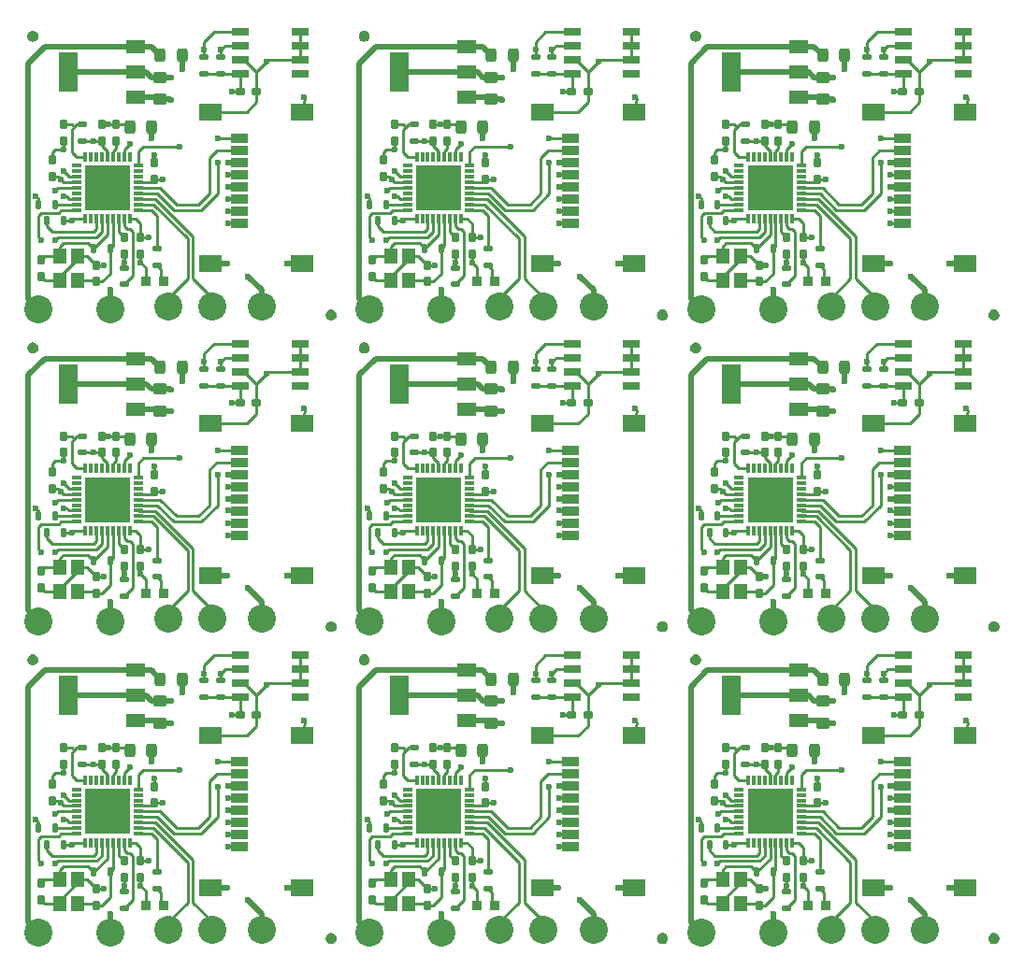
<source format=gtl>
%FSLAX46Y46*%
%MOMM*%
%ADD10C,0.250000*%
%ADD11C,0.261000*%
%ADD12C,0.500000*%
%AMPS20*
21,1,0.800000,0.800000,0.000000,0.000000,0.000000*
%
%ADD20PS20*%
%AMPS39*
21,1,1.450000,2.000000,0.000000,0.000000,90.000000*
%
%ADD39PS39*%
%AMPS38*
21,1,1.450000,2.000000,0.000000,0.000000,270.000000*
%
%ADD38PS38*%
%AMPS17*
21,1,0.600000,1.500000,0.000000,0.000000,90.000000*
%
%ADD17PS17*%
%AMPS18*
21,1,0.600000,1.500000,0.000000,0.000000,270.000000*
%
%ADD18PS18*%
%AMPS21*
21,1,1.250000,1.750000,0.000000,0.000000,90.000000*
%
%ADD21PS21*%
%AMPS37*
21,1,0.800000,1.500000,0.000000,0.000000,90.000000*
%
%ADD37PS37*%
%AMPS22*
21,1,3.500000,1.750000,0.000000,0.000000,90.000000*
%
%ADD22PS22*%
%AMPS30*
21,1,1.400000,1.200000,0.000000,0.000000,90.000000*
%
%ADD30PS30*%
%AMPS40*
1,1,0.600000,0.000000,0.000000*
%
%ADD40PS40*%
%AMPS36*
1,1,0.360000,0.220000,-0.195000*
1,1,0.360000,-0.220000,0.195000*
1,1,0.360000,0.220000,0.195000*
21,1,0.800000,0.390000,0.000000,0.000000,0.000000*
21,1,0.440000,0.750000,0.000000,0.000000,0.000000*
1,1,0.360000,-0.220000,-0.195000*
%
%ADD36PS36*%
%AMPS23*
1,1,0.360000,0.195000,0.220000*
1,1,0.360000,-0.195000,-0.220000*
1,1,0.360000,-0.195000,0.220000*
21,1,0.800000,0.390000,0.000000,0.000000,90.000000*
21,1,0.440000,0.750000,0.000000,0.000000,90.000000*
1,1,0.360000,0.195000,-0.220000*
%
%ADD23PS23*%
%AMPS15*
1,1,0.360000,-0.195000,-0.220000*
1,1,0.360000,0.195000,0.220000*
1,1,0.360000,0.195000,-0.220000*
21,1,0.800000,0.390000,0.000000,0.000000,270.000000*
21,1,0.440000,0.750000,0.000000,0.000000,270.000000*
1,1,0.360000,-0.195000,0.220000*
%
%ADD15PS15*%
%AMPS13*
1,1,0.500000,0.250000,-0.375000*
1,1,0.500000,-0.250000,0.375000*
1,1,0.500000,0.250000,0.375000*
21,1,1.000000,0.750000,0.000000,0.000000,0.000000*
21,1,0.500000,1.250000,0.000000,0.000000,0.000000*
1,1,0.500000,-0.250000,-0.375000*
%
%ADD13PS13*%
%AMPS33*
1,1,0.500000,-0.250000,0.375000*
1,1,0.500000,0.250000,-0.375000*
1,1,0.500000,-0.250000,-0.375000*
21,1,1.000000,0.750000,0.000000,0.000000,180.000000*
21,1,0.500000,1.250000,0.000000,0.000000,180.000000*
1,1,0.500000,0.250000,0.375000*
%
%ADD33PS33*%
%AMPS14*
1,1,0.500000,-0.375000,-0.250000*
1,1,0.500000,0.375000,0.250000*
1,1,0.500000,0.375000,-0.250000*
21,1,1.000000,0.750000,0.000000,0.000000,270.000000*
21,1,0.500000,1.250000,0.000000,0.000000,270.000000*
1,1,0.500000,-0.375000,0.250000*
%
%ADD14PS14*%
%AMPS35*
1,1,0.240000,0.130000,-0.330000*
1,1,0.240000,-0.130000,0.330000*
1,1,0.240000,0.130000,0.330000*
21,1,0.500000,0.660000,0.000000,0.000000,0.000000*
21,1,0.260000,0.900000,0.000000,0.000000,0.000000*
1,1,0.240000,-0.130000,-0.330000*
%
%ADD35PS35*%
%AMPS16*
1,1,0.240000,0.330000,0.130000*
1,1,0.240000,-0.330000,-0.130000*
1,1,0.240000,-0.330000,0.130000*
21,1,0.500000,0.660000,0.000000,0.000000,90.000000*
21,1,0.260000,0.900000,0.000000,0.000000,90.000000*
1,1,0.240000,0.330000,-0.130000*
%
%ADD16PS16*%
%AMPS32*
1,1,0.240000,-0.130000,0.330000*
1,1,0.240000,0.130000,-0.330000*
1,1,0.240000,-0.130000,-0.330000*
21,1,0.500000,0.660000,0.000000,0.000000,180.000000*
21,1,0.260000,0.900000,0.000000,0.000000,180.000000*
1,1,0.240000,0.130000,0.330000*
%
%ADD32PS32*%
%AMPS19*
1,1,0.240000,-0.330000,-0.130000*
1,1,0.240000,0.330000,0.130000*
1,1,0.240000,0.330000,-0.130000*
21,1,0.500000,0.660000,0.000000,0.000000,270.000000*
21,1,0.260000,0.900000,0.000000,0.000000,270.000000*
1,1,0.240000,-0.330000,0.130000*
%
%ADD19PS19*%
%AMPS26*
1,1,0.125000,0.387500,-0.077500*
1,1,0.125000,-0.387500,0.077500*
1,1,0.125000,0.387500,0.077500*
21,1,0.900000,0.155000,0.000000,0.000000,0.000000*
21,1,0.775000,0.280000,0.000000,0.000000,0.000000*
1,1,0.125000,-0.387500,-0.077500*
%
%ADD26PS26*%
%AMPS24*
1,1,0.125000,0.077500,0.387500*
1,1,0.125000,-0.077500,-0.387500*
1,1,0.125000,-0.077500,0.387500*
21,1,0.900000,0.155000,0.000000,0.000000,90.000000*
21,1,0.775000,0.280000,0.000000,0.000000,90.000000*
1,1,0.125000,0.077500,-0.387500*
%
%ADD24PS24*%
%AMPS25*
1,1,0.125000,-0.387500,0.077500*
1,1,0.125000,0.387500,-0.077500*
1,1,0.125000,-0.387500,-0.077500*
21,1,0.900000,0.155000,0.000000,0.000000,180.000000*
21,1,0.775000,0.280000,0.000000,0.000000,180.000000*
1,1,0.125000,0.387500,0.077500*
%
%ADD25PS25*%
%AMPS27*
1,1,0.125000,-0.077500,-0.387500*
1,1,0.125000,0.077500,0.387500*
1,1,0.125000,0.077500,-0.387500*
21,1,0.900000,0.155000,0.000000,0.000000,270.000000*
21,1,0.775000,0.280000,0.000000,0.000000,270.000000*
1,1,0.125000,-0.077500,0.387500*
%
%ADD27PS27*%
%AMPS28*
21,1,4.100000,4.100000,0.000000,0.000000,180.000000*
%
%ADD28PS28*%
%AMPS31*
1,1,2.540000,0.000000,0.000000*
%
%ADD31PS31*%
%AMPS34*
1,1,2.540000,0.000000,0.000000*
%
%ADD34PS34*%
%AMPS29*
1,1,2.540000,0.000000,0.000000*
%
%ADD29PS29*%
G01*
%LPD*%
G36*
X58990392Y29652455D02*
X59000000Y29750000D01*
X58990392Y29847545D01*
X58961939Y29941341D01*
X58915734Y30027785D01*
X58853553Y30103553D01*
X58777785Y30165734D01*
X58691341Y30211939D01*
X58597545Y30240392D01*
X58500000Y30250000D01*
X58402455Y30240392D01*
X58308659Y30211939D01*
X58222215Y30165734D01*
X58146447Y30103553D01*
X58084266Y30027785D01*
X58038061Y29941341D01*
X58009608Y29847545D01*
X58000000Y29750000D01*
X58009608Y29652455D01*
X58038061Y29558659D01*
X58084266Y29472215D01*
X58146447Y29396447D01*
X58222215Y29334266D01*
X58308659Y29288061D01*
X58402455Y29259608D01*
X58500000Y29250000D01*
X58597545Y29259608D01*
X58691341Y29288061D01*
X58777785Y29334266D01*
X58853553Y29396447D01*
X58915734Y29472215D01*
X58961939Y29558659D01*
X58990392Y29652455D01*
D02*
G37*
G36*
X31990392Y54902455D02*
X32000000Y55000000D01*
X31990392Y55097545D01*
X31961939Y55191341D01*
X31915734Y55277785D01*
X31853553Y55353553D01*
X31777785Y55415734D01*
X31691341Y55461939D01*
X31597545Y55490392D01*
X31500000Y55500000D01*
X31402455Y55490392D01*
X31308659Y55461939D01*
X31222215Y55415734D01*
X31146447Y55353553D01*
X31084266Y55277785D01*
X31038061Y55191341D01*
X31009608Y55097545D01*
X31000000Y55000000D01*
X31009608Y54902455D01*
X31038061Y54808659D01*
X31084266Y54722215D01*
X31146447Y54646447D01*
X31222215Y54584266D01*
X31308659Y54538061D01*
X31402455Y54509608D01*
X31500000Y54500000D01*
X31597545Y54509608D01*
X31691341Y54538061D01*
X31777785Y54584266D01*
X31853553Y54646447D01*
X31915734Y54722215D01*
X31961939Y54808659D01*
X31990392Y54902455D01*
D02*
G37*
G36*
X88990392Y29652455D02*
X89000000Y29750000D01*
X88990392Y29847545D01*
X88961939Y29941341D01*
X88915734Y30027785D01*
X88853553Y30103553D01*
X88777785Y30165734D01*
X88691341Y30211939D01*
X88597545Y30240392D01*
X88500000Y30250000D01*
X88402455Y30240392D01*
X88308659Y30211939D01*
X88222215Y30165734D01*
X88146447Y30103553D01*
X88084266Y30027785D01*
X88038061Y29941341D01*
X88009608Y29847545D01*
X88000000Y29750000D01*
X88009608Y29652455D01*
X88038061Y29558659D01*
X88084266Y29472215D01*
X88146447Y29396447D01*
X88222215Y29334266D01*
X88308659Y29288061D01*
X88402455Y29259608D01*
X88500000Y29250000D01*
X88597545Y29259608D01*
X88691341Y29288061D01*
X88777785Y29334266D01*
X88853553Y29396447D01*
X88915734Y29472215D01*
X88961939Y29558659D01*
X88990392Y29652455D01*
D02*
G37*
G36*
X61990392Y54902455D02*
X62000000Y55000000D01*
X61990392Y55097545D01*
X61961939Y55191341D01*
X61915734Y55277785D01*
X61853553Y55353553D01*
X61777785Y55415734D01*
X61691341Y55461939D01*
X61597545Y55490392D01*
X61500000Y55500000D01*
X61402455Y55490392D01*
X61308659Y55461939D01*
X61222215Y55415734D01*
X61146447Y55353553D01*
X61084266Y55277785D01*
X61038061Y55191341D01*
X61009608Y55097545D01*
X61000000Y55000000D01*
X61009608Y54902455D01*
X61038061Y54808659D01*
X61084266Y54722215D01*
X61146447Y54646447D01*
X61222215Y54584266D01*
X61308659Y54538061D01*
X61402455Y54509608D01*
X61500000Y54500000D01*
X61597545Y54509608D01*
X61691341Y54538061D01*
X61777785Y54584266D01*
X61853553Y54646447D01*
X61915734Y54722215D01*
X61961939Y54808659D01*
X61990392Y54902455D01*
D02*
G37*
G36*
X88990392Y1402455D02*
X89000000Y1500000D01*
X88990392Y1597545D01*
X88961939Y1691341D01*
X88915734Y1777785D01*
X88853553Y1853553D01*
X88777785Y1915734D01*
X88691341Y1961939D01*
X88597545Y1990392D01*
X88500000Y2000000D01*
X88402455Y1990392D01*
X88308659Y1961939D01*
X88222215Y1915734D01*
X88146447Y1853553D01*
X88084266Y1777785D01*
X88038061Y1691341D01*
X88009608Y1597545D01*
X88000000Y1500000D01*
X88009608Y1402455D01*
X88038061Y1308659D01*
X88084266Y1222215D01*
X88146447Y1146447D01*
X88222215Y1084266D01*
X88308659Y1038061D01*
X88402455Y1009608D01*
X88500000Y1000000D01*
X88597545Y1009608D01*
X88691341Y1038061D01*
X88777785Y1084266D01*
X88853553Y1146447D01*
X88915734Y1222215D01*
X88961939Y1308659D01*
X88990392Y1402455D01*
D02*
G37*
G36*
X61990392Y26652455D02*
X62000000Y26750000D01*
X61990392Y26847545D01*
X61961939Y26941341D01*
X61915734Y27027785D01*
X61853553Y27103553D01*
X61777785Y27165734D01*
X61691341Y27211939D01*
X61597545Y27240392D01*
X61500000Y27250000D01*
X61402455Y27240392D01*
X61308659Y27211939D01*
X61222215Y27165734D01*
X61146447Y27103553D01*
X61084266Y27027785D01*
X61038061Y26941341D01*
X61009608Y26847545D01*
X61000000Y26750000D01*
X61009608Y26652455D01*
X61038061Y26558659D01*
X61084266Y26472215D01*
X61146447Y26396447D01*
X61222215Y26334266D01*
X61308659Y26288061D01*
X61402455Y26259608D01*
X61500000Y26250000D01*
X61597545Y26259608D01*
X61691341Y26288061D01*
X61777785Y26334266D01*
X61853553Y26396447D01*
X61915734Y26472215D01*
X61961939Y26558659D01*
X61990392Y26652455D01*
D02*
G37*
G36*
X58990392Y57902455D02*
X59000000Y58000000D01*
X58990392Y58097545D01*
X58961939Y58191341D01*
X58915734Y58277785D01*
X58853553Y58353553D01*
X58777785Y58415734D01*
X58691341Y58461939D01*
X58597545Y58490392D01*
X58500000Y58500000D01*
X58402455Y58490392D01*
X58308659Y58461939D01*
X58222215Y58415734D01*
X58146447Y58353553D01*
X58084266Y58277785D01*
X58038061Y58191341D01*
X58009608Y58097545D01*
X58000000Y58000000D01*
X58009608Y57902455D01*
X58038061Y57808659D01*
X58084266Y57722215D01*
X58146447Y57646447D01*
X58222215Y57584266D01*
X58308659Y57538061D01*
X58402455Y57509608D01*
X58500000Y57500000D01*
X58597545Y57509608D01*
X58691341Y57538061D01*
X58777785Y57584266D01*
X58853553Y57646447D01*
X58915734Y57722215D01*
X58961939Y57808659D01*
X58990392Y57902455D01*
D02*
G37*
G36*
X31990392Y83152455D02*
X32000000Y83250000D01*
X31990392Y83347545D01*
X31961939Y83441341D01*
X31915734Y83527785D01*
X31853553Y83603553D01*
X31777785Y83665734D01*
X31691341Y83711939D01*
X31597545Y83740392D01*
X31500000Y83750000D01*
X31402455Y83740392D01*
X31308659Y83711939D01*
X31222215Y83665734D01*
X31146447Y83603553D01*
X31084266Y83527785D01*
X31038061Y83441341D01*
X31009608Y83347545D01*
X31000000Y83250000D01*
X31009608Y83152455D01*
X31038061Y83058659D01*
X31084266Y82972215D01*
X31146447Y82896447D01*
X31222215Y82834266D01*
X31308659Y82788061D01*
X31402455Y82759608D01*
X31500000Y82750000D01*
X31597545Y82759608D01*
X31691341Y82788061D01*
X31777785Y82834266D01*
X31853553Y82896447D01*
X31915734Y82972215D01*
X31961939Y83058659D01*
X31990392Y83152455D01*
D02*
G37*
G36*
X28990392Y57902455D02*
X29000000Y58000000D01*
X28990392Y58097545D01*
X28961939Y58191341D01*
X28915734Y58277785D01*
X28853553Y58353553D01*
X28777785Y58415734D01*
X28691341Y58461939D01*
X28597545Y58490392D01*
X28500000Y58500000D01*
X28402455Y58490392D01*
X28308659Y58461939D01*
X28222215Y58415734D01*
X28146447Y58353553D01*
X28084266Y58277785D01*
X28038061Y58191341D01*
X28009608Y58097545D01*
X28000000Y58000000D01*
X28009608Y57902455D01*
X28038061Y57808659D01*
X28084266Y57722215D01*
X28146447Y57646447D01*
X28222215Y57584266D01*
X28308659Y57538061D01*
X28402455Y57509608D01*
X28500000Y57500000D01*
X28597545Y57509608D01*
X28691341Y57538061D01*
X28777785Y57584266D01*
X28853553Y57646447D01*
X28915734Y57722215D01*
X28961939Y57808659D01*
X28990392Y57902455D01*
D02*
G37*
G36*
X1990392Y83152455D02*
X2000000Y83250000D01*
X1990392Y83347545D01*
X1961939Y83441341D01*
X1915734Y83527785D01*
X1853553Y83603553D01*
X1777785Y83665734D01*
X1691341Y83711939D01*
X1597545Y83740392D01*
X1500000Y83750000D01*
X1402455Y83740392D01*
X1308659Y83711939D01*
X1222215Y83665734D01*
X1146447Y83603553D01*
X1084266Y83527785D01*
X1038061Y83441341D01*
X1009608Y83347545D01*
X1000000Y83250000D01*
X1009608Y83152455D01*
X1038061Y83058659D01*
X1084266Y82972215D01*
X1146447Y82896447D01*
X1222215Y82834266D01*
X1308659Y82788061D01*
X1402455Y82759608D01*
X1500000Y82750000D01*
X1597545Y82759608D01*
X1691341Y82788061D01*
X1777785Y82834266D01*
X1853553Y82896447D01*
X1915734Y82972215D01*
X1961939Y83058659D01*
X1990392Y83152455D01*
D02*
G37*
G36*
X28990392Y29652455D02*
X29000000Y29750000D01*
X28990392Y29847545D01*
X28961939Y29941341D01*
X28915734Y30027785D01*
X28853553Y30103553D01*
X28777785Y30165734D01*
X28691341Y30211939D01*
X28597545Y30240392D01*
X28500000Y30250000D01*
X28402455Y30240392D01*
X28308659Y30211939D01*
X28222215Y30165734D01*
X28146447Y30103553D01*
X28084266Y30027785D01*
X28038061Y29941341D01*
X28009608Y29847545D01*
X28000000Y29750000D01*
X28009608Y29652455D01*
X28038061Y29558659D01*
X28084266Y29472215D01*
X28146447Y29396447D01*
X28222215Y29334266D01*
X28308659Y29288061D01*
X28402455Y29259608D01*
X28500000Y29250000D01*
X28597545Y29259608D01*
X28691341Y29288061D01*
X28777785Y29334266D01*
X28853553Y29396447D01*
X28915734Y29472215D01*
X28961939Y29558659D01*
X28990392Y29652455D01*
D02*
G37*
G36*
X1990392Y54902455D02*
X2000000Y55000000D01*
X1990392Y55097545D01*
X1961939Y55191341D01*
X1915734Y55277785D01*
X1853553Y55353553D01*
X1777785Y55415734D01*
X1691341Y55461939D01*
X1597545Y55490392D01*
X1500000Y55500000D01*
X1402455Y55490392D01*
X1308659Y55461939D01*
X1222215Y55415734D01*
X1146447Y55353553D01*
X1084266Y55277785D01*
X1038061Y55191341D01*
X1009608Y55097545D01*
X1000000Y55000000D01*
X1009608Y54902455D01*
X1038061Y54808659D01*
X1084266Y54722215D01*
X1146447Y54646447D01*
X1222215Y54584266D01*
X1308659Y54538061D01*
X1402455Y54509608D01*
X1500000Y54500000D01*
X1597545Y54509608D01*
X1691341Y54538061D01*
X1777785Y54584266D01*
X1853553Y54646447D01*
X1915734Y54722215D01*
X1961939Y54808659D01*
X1990392Y54902455D01*
D02*
G37*
G36*
X58990392Y1402455D02*
X59000000Y1500000D01*
X58990392Y1597545D01*
X58961939Y1691341D01*
X58915734Y1777785D01*
X58853553Y1853553D01*
X58777785Y1915734D01*
X58691341Y1961939D01*
X58597545Y1990392D01*
X58500000Y2000000D01*
X58402455Y1990392D01*
X58308659Y1961939D01*
X58222215Y1915734D01*
X58146447Y1853553D01*
X58084266Y1777785D01*
X58038061Y1691341D01*
X58009608Y1597545D01*
X58000000Y1500000D01*
X58009608Y1402455D01*
X58038061Y1308659D01*
X58084266Y1222215D01*
X58146447Y1146447D01*
X58222215Y1084266D01*
X58308659Y1038061D01*
X58402455Y1009608D01*
X58500000Y1000000D01*
X58597545Y1009608D01*
X58691341Y1038061D01*
X58777785Y1084266D01*
X58853553Y1146447D01*
X58915734Y1222215D01*
X58961939Y1308659D01*
X58990392Y1402455D01*
D02*
G37*
G36*
X31990392Y26652455D02*
X32000000Y26750000D01*
X31990392Y26847545D01*
X31961939Y26941341D01*
X31915734Y27027785D01*
X31853553Y27103553D01*
X31777785Y27165734D01*
X31691341Y27211939D01*
X31597545Y27240392D01*
X31500000Y27250000D01*
X31402455Y27240392D01*
X31308659Y27211939D01*
X31222215Y27165734D01*
X31146447Y27103553D01*
X31084266Y27027785D01*
X31038061Y26941341D01*
X31009608Y26847545D01*
X31000000Y26750000D01*
X31009608Y26652455D01*
X31038061Y26558659D01*
X31084266Y26472215D01*
X31146447Y26396447D01*
X31222215Y26334266D01*
X31308659Y26288061D01*
X31402455Y26259608D01*
X31500000Y26250000D01*
X31597545Y26259608D01*
X31691341Y26288061D01*
X31777785Y26334266D01*
X31853553Y26396447D01*
X31915734Y26472215D01*
X31961939Y26558659D01*
X31990392Y26652455D01*
D02*
G37*
G36*
X28990392Y1402455D02*
X29000000Y1500000D01*
X28990392Y1597545D01*
X28961939Y1691341D01*
X28915734Y1777785D01*
X28853553Y1853553D01*
X28777785Y1915734D01*
X28691341Y1961939D01*
X28597545Y1990392D01*
X28500000Y2000000D01*
X28402455Y1990392D01*
X28308659Y1961939D01*
X28222215Y1915734D01*
X28146447Y1853553D01*
X28084266Y1777785D01*
X28038061Y1691341D01*
X28009608Y1597545D01*
X28000000Y1500000D01*
X28009608Y1402455D01*
X28038061Y1308659D01*
X28084266Y1222215D01*
X28146447Y1146447D01*
X28222215Y1084266D01*
X28308659Y1038061D01*
X28402455Y1009608D01*
X28500000Y1000000D01*
X28597545Y1009608D01*
X28691341Y1038061D01*
X28777785Y1084266D01*
X28853553Y1146447D01*
X28915734Y1222215D01*
X28961939Y1308659D01*
X28990392Y1402455D01*
D02*
G37*
G36*
X1990392Y26652455D02*
X2000000Y26750000D01*
X1990392Y26847545D01*
X1961939Y26941341D01*
X1915734Y27027785D01*
X1853553Y27103553D01*
X1777785Y27165734D01*
X1691341Y27211939D01*
X1597545Y27240392D01*
X1500000Y27250000D01*
X1402455Y27240392D01*
X1308659Y27211939D01*
X1222215Y27165734D01*
X1146447Y27103553D01*
X1084266Y27027785D01*
X1038061Y26941341D01*
X1009608Y26847545D01*
X1000000Y26750000D01*
X1009608Y26652455D01*
X1038061Y26558659D01*
X1084266Y26472215D01*
X1146447Y26396447D01*
X1222215Y26334266D01*
X1308659Y26288061D01*
X1402455Y26259608D01*
X1500000Y26250000D01*
X1597545Y26259608D01*
X1691341Y26288061D01*
X1777785Y26334266D01*
X1853553Y26396447D01*
X1915734Y26472215D01*
X1961939Y26558659D01*
X1990392Y26652455D01*
D02*
G37*
G36*
X88990392Y57902455D02*
X89000000Y58000000D01*
X88990392Y58097545D01*
X88961939Y58191341D01*
X88915734Y58277785D01*
X88853553Y58353553D01*
X88777785Y58415734D01*
X88691341Y58461939D01*
X88597545Y58490392D01*
X88500000Y58500000D01*
X88402455Y58490392D01*
X88308659Y58461939D01*
X88222215Y58415734D01*
X88146447Y58353553D01*
X88084266Y58277785D01*
X88038061Y58191341D01*
X88009608Y58097545D01*
X88000000Y58000000D01*
X88009608Y57902455D01*
X88038061Y57808659D01*
X88084266Y57722215D01*
X88146447Y57646447D01*
X88222215Y57584266D01*
X88308659Y57538061D01*
X88402455Y57509608D01*
X88500000Y57500000D01*
X88597545Y57509608D01*
X88691341Y57538061D01*
X88777785Y57584266D01*
X88853553Y57646447D01*
X88915734Y57722215D01*
X88961939Y57808659D01*
X88990392Y57902455D01*
D02*
G37*
G36*
X61990392Y83152455D02*
X62000000Y83250000D01*
X61990392Y83347545D01*
X61961939Y83441341D01*
X61915734Y83527785D01*
X61853553Y83603553D01*
X61777785Y83665734D01*
X61691341Y83711939D01*
X61597545Y83740392D01*
X61500000Y83750000D01*
X61402455Y83740392D01*
X61308659Y83711939D01*
X61222215Y83665734D01*
X61146447Y83603553D01*
X61084266Y83527785D01*
X61038061Y83441341D01*
X61009608Y83347545D01*
X61000000Y83250000D01*
X61009608Y83152455D01*
X61038061Y83058659D01*
X61084266Y82972215D01*
X61146447Y82896447D01*
X61222215Y82834266D01*
X61308659Y82788061D01*
X61402455Y82759608D01*
X61500000Y82750000D01*
X61597545Y82759608D01*
X61691341Y82788061D01*
X61777785Y82834266D01*
X61853553Y82896447D01*
X61915734Y82972215D01*
X61961939Y83058659D01*
X61990392Y83152455D01*
D02*
G37*
G01*
%LPD*%
D10*
X40505020Y37244980D02*
X40250000Y37500000D01*
D10*
X39750000Y37750000D02*
X39750000Y38437500D01*
D10*
X37750000Y37250000D02*
X37750000Y38437500D01*
D11*
X45982100Y33017900D02*
X45982100Y36846140D01*
D10*
X51750000Y49000000D02*
X50875000Y48125000D01*
D10*
X37250000Y36750000D02*
X33750000Y36750000D01*
D10*
X43094872Y33905128D02*
X42750000Y34250000D01*
D12*
X42250000Y46749952D02*
X42249944Y46750008D01*
D11*
X45982100Y36846140D02*
X42596140Y40232100D01*
D12*
X52250000Y32000000D02*
X51000000Y33250000D01*
D10*
X41062500Y41250000D02*
X43000000Y41250000D01*
D10*
X51750000Y50000000D02*
X51749944Y51750008D01*
D10*
X38250000Y37000000D02*
X37000000Y35750000D01*
D10*
X35250000Y46750000D02*
X35000000Y47000000D01*
D12*
X49150000Y41345000D02*
X50200000Y41345000D01*
D10*
X40812500Y38437500D02*
X40250000Y38437500D01*
D10*
X42250000Y39250000D02*
X41062500Y39250000D01*
D10*
X33950000Y32900000D02*
X33950000Y33200000D01*
D10*
X38375000Y47000000D02*
X37750000Y47000000D01*
D12*
X43971290Y51278710D02*
X44000000Y51250000D01*
D10*
X37100000Y32900000D02*
X37250000Y32750000D01*
D10*
X32255020Y39005020D02*
X32000000Y38750000D01*
D10*
X32750000Y38250000D02*
X32750000Y37750000D01*
D10*
X44250000Y39250000D02*
X46750000Y39250000D01*
D10*
X35000000Y47000000D02*
X34250000Y47000000D01*
D10*
X37250000Y34250000D02*
X36400000Y35100000D01*
D12*
X50200000Y43545000D02*
X49295000Y43545000D01*
D10*
X35437500Y39750000D02*
X33500000Y39750000D01*
D12*
X42200048Y54050000D02*
X43000056Y53249992D01*
D10*
X35437500Y42250000D02*
X34750000Y42250000D01*
D10*
X39999952Y47000000D02*
X40249944Y46750008D01*
D10*
X34250000Y41750000D02*
X34000000Y42000000D01*
D10*
X40000000Y37500000D02*
X39750000Y37750000D01*
D10*
X48250000Y40750000D02*
X48250000Y43500000D01*
D10*
X50200000Y39145000D02*
X49150000Y39145000D01*
D10*
X47000000Y53750000D02*
X47000000Y54500000D01*
D10*
X42500000Y43500000D02*
X42500000Y44250000D01*
D10*
X44750000Y45000000D02*
X41500000Y45000000D01*
D10*
X50200000Y45745000D02*
X48255000Y45745000D01*
D10*
X41700000Y34050000D02*
X41250000Y34500000D01*
D10*
X50300000Y52865000D02*
X50634952Y52865000D01*
D10*
X39750000Y34500000D02*
X39750000Y34000000D01*
D10*
X37250000Y36750000D02*
X37750000Y37250000D01*
D10*
X35437500Y41750000D02*
X34250000Y41750000D01*
D10*
X50300000Y51595000D02*
X48500000Y51595000D01*
D10*
X48500000Y53750000D02*
X48885000Y54135000D01*
D11*
X47750000Y30500000D02*
X47750000Y31250000D01*
D10*
X39000000Y44797252D02*
X38750000Y44547252D01*
D10*
X48145000Y44645000D02*
X50200000Y44645000D01*
D10*
X42500000Y42000000D02*
X43250000Y42000000D01*
D10*
X47000000Y53095000D02*
X47000000Y53750000D01*
D10*
X33500000Y44750000D02*
X34250000Y44750000D01*
D10*
X50300000Y50050000D02*
X50250000Y50000000D01*
D10*
X38250000Y44062500D02*
X38250000Y44547252D01*
D10*
X50200000Y40245000D02*
X49255000Y40245000D01*
D10*
X49295000Y43545000D02*
X49150000Y43545000D01*
D10*
X47500000Y40750000D02*
X47500000Y44000000D01*
D12*
X31050025Y31199975D02*
X32000000Y30250000D01*
D12*
X42250000Y45750000D02*
X42250000Y46749952D01*
D10*
X50300000Y51595000D02*
X50300000Y50050000D01*
D10*
X37750000Y32750000D02*
X38500000Y33500000D01*
D10*
X38750000Y36000000D02*
X38500000Y35750000D01*
D12*
X42828702Y49450000D02*
X42999992Y49278710D01*
D12*
X38500000Y30250000D02*
X38500000Y32000000D01*
D10*
X44500000Y39750000D02*
X46500000Y39750000D01*
D12*
X31050025Y52550025D02*
X31050025Y31199975D01*
D10*
X33950000Y35950000D02*
X33950000Y35100000D01*
D10*
X34750000Y42250000D02*
X34250000Y42750000D01*
D12*
X47600000Y34375000D02*
X49100000Y34375000D01*
D12*
X45000000Y52000000D02*
X45000000Y53249936D01*
D10*
X46500000Y39750000D02*
X47500000Y40750000D01*
D10*
X33816088Y39005020D02*
X34061068Y39250000D01*
D10*
X40250000Y37500000D02*
X40000000Y37500000D01*
D10*
X35550000Y34800000D02*
X35550000Y35100000D01*
D10*
X55700000Y54135000D02*
X55700000Y55405000D01*
D10*
X37750000Y45047252D02*
X37750000Y45500000D01*
D10*
X50875000Y48125000D02*
X47600000Y48125000D01*
D10*
X36500000Y36250000D02*
X34250000Y36250000D01*
D12*
X41750000Y51750000D02*
X42221290Y51278710D01*
D10*
X32000000Y40280025D02*
X31780025Y40500000D01*
D10*
X33250000Y43750000D02*
X33250000Y44500000D01*
D10*
X35437500Y44062500D02*
X35000000Y44500000D01*
D12*
X42999992Y49278710D02*
X43971290Y49278710D01*
D12*
X40800000Y54050000D02*
X32550000Y54050000D01*
D11*
X42596140Y40232100D02*
X41080400Y40232100D01*
D10*
X37250000Y32750000D02*
X37750000Y32750000D01*
D10*
X56150000Y49350000D02*
X56000000Y49500000D01*
D10*
X41062500Y41750000D02*
X42250000Y41750000D01*
D10*
X38500000Y33500000D02*
X38500000Y35750000D01*
D10*
X47500000Y44000000D02*
X48145000Y44645000D01*
D10*
X38250000Y44547252D02*
X37750000Y45047252D01*
D10*
X39750000Y32500000D02*
X40505020Y33255020D01*
D10*
X32600000Y32900000D02*
X33950000Y32900000D01*
D11*
X43750000Y30500000D02*
X43750000Y31250000D01*
D10*
X52674944Y52675008D02*
X52864936Y52865000D01*
D10*
X48500000Y51595000D02*
X47000000Y51595000D01*
D10*
X48885000Y54135000D02*
X50300000Y54135000D01*
D10*
X35437500Y41250000D02*
X33799989Y41250000D01*
D10*
X34750000Y40250000D02*
X34500000Y40500000D01*
D10*
X42750000Y35750000D02*
X42750000Y38750000D01*
D10*
X37000000Y35750000D02*
X36500000Y36250000D01*
D10*
X32600000Y35100000D02*
X32250000Y34750000D01*
D10*
X37250000Y37500000D02*
X37250000Y38437500D01*
D10*
X32000000Y38750000D02*
X32000000Y36750000D01*
D10*
X33250000Y37250000D02*
X37000000Y37250000D01*
D10*
X41250000Y35250000D02*
X41250000Y34500000D01*
D10*
X47000000Y54500000D02*
X47905000Y55405000D01*
D12*
X55900000Y34375000D02*
X54500000Y34375000D01*
D10*
X42750000Y40750000D02*
X44250000Y39250000D01*
D12*
X40800000Y49450000D02*
X42828702Y49450000D01*
D10*
X41700000Y32750000D02*
X41700000Y34050000D01*
D10*
X37750000Y45500000D02*
X37000000Y45500000D01*
D10*
X35000000Y46500000D02*
X35250000Y46750000D01*
D10*
X51750000Y50000000D02*
X51750000Y49000000D01*
D12*
X42999992Y51278710D02*
X43971290Y51278710D01*
D10*
X50200000Y42445000D02*
X49150000Y42445000D01*
D10*
X43300000Y32750000D02*
X43094872Y32955128D01*
D10*
X46750000Y39250000D02*
X48250000Y40750000D01*
D10*
X39000000Y47000000D02*
X39999952Y47000000D01*
D10*
X42250000Y41750000D02*
X42500000Y42000000D01*
D10*
X35437500Y44062500D02*
X36250000Y44062500D01*
D12*
X45000000Y53249936D02*
X45000056Y53249992D01*
D10*
X35000000Y44500000D02*
X35000000Y46500000D01*
D10*
X41250000Y36750000D02*
X42000000Y36750000D01*
D10*
X42750000Y38750000D02*
X42250000Y39250000D01*
D12*
X52250000Y30500000D02*
X52250000Y32000000D01*
D10*
X40505020Y33255020D02*
X40505020Y37244980D01*
D10*
X34500000Y40500000D02*
X34250000Y40500000D01*
D10*
X41500000Y45000000D02*
X41062500Y44562500D01*
D11*
X45517900Y33017900D02*
X45517900Y36653860D01*
D10*
X41250000Y36750000D02*
X41250000Y38000000D01*
D10*
X50200000Y38045000D02*
X49150000Y38045000D01*
D10*
X43000000Y41250000D02*
X44500000Y39750000D01*
D10*
X33750000Y42250000D02*
X34000000Y42000000D01*
D10*
X49255000Y40245000D02*
X49150000Y40250000D01*
D10*
X34250000Y45500000D02*
X34250000Y44750000D01*
D10*
X39000000Y47000000D02*
X38375000Y47000000D01*
D12*
X34700000Y51750000D02*
X40800000Y51750000D01*
D10*
X39250000Y37250000D02*
X39250000Y38437500D01*
D10*
X32255020Y39005020D02*
X33816088Y39005020D01*
D11*
X47750000Y31250000D02*
X45982100Y33017900D01*
D11*
X43750000Y31250000D02*
X45517900Y33017900D01*
D12*
X32550000Y54050000D02*
X31050025Y52550025D01*
D10*
X38750000Y38437500D02*
X38750000Y36000000D01*
D10*
X38250000Y38437500D02*
X38250000Y37000000D01*
D10*
X36250000Y38437500D02*
X35187500Y38437500D01*
D10*
X39000000Y45500000D02*
X39000000Y44797252D01*
D12*
X43971290Y49278710D02*
X44000000Y49250000D01*
D10*
X37250000Y34250000D02*
X37895000Y34250000D01*
D10*
X33950000Y35100000D02*
X32600000Y35100000D01*
D10*
X35500000Y47000000D02*
X35250000Y46750000D01*
D10*
X47905000Y55405000D02*
X50300000Y55405000D01*
D10*
X37000000Y45500000D02*
X36000000Y45500000D01*
D10*
X32000000Y36750000D02*
X32250000Y36500000D01*
D10*
X39750000Y44750000D02*
X40250000Y45250000D01*
D10*
X48500000Y53095000D02*
X48500000Y53750000D01*
D10*
X55900000Y48125000D02*
X56150000Y49350000D01*
D11*
X45517900Y36653860D02*
X42403860Y39767900D01*
D10*
X38750000Y44547252D02*
X38750000Y44062500D01*
D10*
X33250000Y44500000D02*
X33500000Y44750000D01*
D10*
X36400000Y35100000D02*
X35550000Y35100000D01*
D10*
X50634952Y52865000D02*
X51749944Y51750008D01*
D10*
X33950000Y33200000D02*
X35550000Y34800000D01*
D10*
X32750000Y37750000D02*
X33250000Y37250000D01*
D10*
X39750000Y35250000D02*
X39750000Y34500000D01*
D10*
X35550000Y32900000D02*
X37100000Y32900000D01*
D12*
X40800000Y54050000D02*
X42200048Y54050000D01*
D10*
X36000000Y47000000D02*
X35500000Y47000000D01*
D10*
X37000000Y37250000D02*
X37250000Y37500000D01*
D10*
X34250000Y36250000D02*
X33950000Y35950000D01*
D10*
X41250000Y38000000D02*
X40812500Y38437500D01*
D10*
X39999970Y43000000D02*
X40000000Y43000000D01*
D10*
X35187500Y38437500D02*
X35000000Y38250000D01*
D10*
X35437500Y40250000D02*
X34750000Y40250000D01*
D10*
X32250000Y33250000D02*
X32600000Y32900000D01*
D10*
X41062500Y44562500D02*
X41062500Y43250000D01*
D10*
X38250000Y41250000D02*
X39999970Y43000000D01*
D10*
X33250000Y42250000D02*
X33750000Y42250000D01*
D10*
X35437500Y39250000D02*
X34061068Y39250000D01*
D10*
X39750000Y36750000D02*
X39250000Y37250000D01*
D10*
X48255000Y45745000D02*
X48250000Y45750000D01*
D12*
X40800000Y51750000D02*
X41750000Y51750000D01*
D10*
X43094872Y32955128D02*
X43094872Y33905128D01*
D10*
X33750000Y36750000D02*
X33500000Y36500000D01*
D10*
X33799989Y41250000D02*
X33549989Y41000000D01*
D10*
X52864936Y52865000D02*
X55700000Y52865000D01*
D10*
X34250000Y38250000D02*
X35000000Y38250000D01*
D10*
X39750000Y44062500D02*
X39750000Y44750000D01*
D11*
X41080400Y39767900D02*
X41062500Y39750000D01*
D10*
X41062500Y40750000D02*
X42750000Y40750000D01*
D12*
X42221290Y51278710D02*
X42999992Y51278710D01*
D11*
X42403860Y39767900D02*
X41080400Y39767900D01*
D11*
X41080400Y40232100D02*
X41062500Y40250000D01*
D10*
X51749944Y51750008D02*
X52674944Y52675008D01*
D10*
X55700000Y52865000D02*
X55700000Y54135000D01*
D10*
X32000000Y39750000D02*
X32000000Y40280025D01*
D10*
X50250000Y50000000D02*
X49500000Y50000000D01*
D10*
X70505020Y37244980D02*
X70250000Y37500000D01*
D10*
X69750000Y37750000D02*
X69750000Y38437500D01*
D10*
X67750000Y37250000D02*
X67750000Y38437500D01*
D11*
X75982100Y33017900D02*
X75982100Y36846140D01*
D10*
X81750000Y49000000D02*
X80875000Y48125000D01*
D10*
X67250000Y36750000D02*
X63750000Y36750000D01*
D10*
X73094872Y33905128D02*
X72750000Y34250000D01*
D12*
X72250000Y46749952D02*
X72249944Y46750008D01*
D11*
X75982100Y36846140D02*
X72596140Y40232100D01*
D12*
X82250000Y32000000D02*
X81000000Y33250000D01*
D10*
X71062500Y41250000D02*
X73000000Y41250000D01*
D10*
X81750000Y50000000D02*
X81749944Y51750008D01*
D10*
X68250000Y37000000D02*
X67000000Y35750000D01*
D10*
X65250000Y46750000D02*
X65000000Y47000000D01*
D12*
X79150000Y41345000D02*
X80200000Y41345000D01*
D10*
X70812500Y38437500D02*
X70250000Y38437500D01*
D10*
X72250000Y39250000D02*
X71062500Y39250000D01*
D10*
X63950000Y32900000D02*
X63950000Y33200000D01*
D10*
X68375000Y47000000D02*
X67750000Y47000000D01*
D12*
X73971290Y51278710D02*
X74000000Y51250000D01*
D10*
X67100000Y32900000D02*
X67250000Y32750000D01*
D10*
X62255020Y39005020D02*
X62000000Y38750000D01*
D10*
X62750000Y38250000D02*
X62750000Y37750000D01*
D10*
X74250000Y39250000D02*
X76750000Y39250000D01*
D10*
X65000000Y47000000D02*
X64250000Y47000000D01*
D10*
X67250000Y34250000D02*
X66400000Y35100000D01*
D12*
X80200000Y43545000D02*
X79295000Y43545000D01*
D10*
X65437500Y39750000D02*
X63500000Y39750000D01*
D12*
X72200048Y54050000D02*
X73000056Y53249992D01*
D10*
X65437500Y42250000D02*
X64750000Y42250000D01*
D10*
X69999952Y47000000D02*
X70249944Y46750008D01*
D10*
X64250000Y41750000D02*
X64000000Y42000000D01*
D10*
X70000000Y37500000D02*
X69750000Y37750000D01*
D10*
X78250000Y40750000D02*
X78250000Y43500000D01*
D10*
X80200000Y39145000D02*
X79150000Y39145000D01*
D10*
X77000000Y53750000D02*
X77000000Y54500000D01*
D10*
X72500000Y43500000D02*
X72500000Y44250000D01*
D10*
X74750000Y45000000D02*
X71500000Y45000000D01*
D10*
X80200000Y45745000D02*
X78255000Y45745000D01*
D10*
X71700000Y34050000D02*
X71250000Y34500000D01*
D10*
X80300000Y52865000D02*
X80634952Y52865000D01*
D10*
X69750000Y34500000D02*
X69750000Y34000000D01*
D10*
X67250000Y36750000D02*
X67750000Y37250000D01*
D10*
X65437500Y41750000D02*
X64250000Y41750000D01*
D10*
X80300000Y51595000D02*
X78500000Y51595000D01*
D10*
X78500000Y53750000D02*
X78885000Y54135000D01*
D11*
X77750000Y30500000D02*
X77750000Y31250000D01*
D10*
X69000000Y44797252D02*
X68750000Y44547252D01*
D10*
X78145000Y44645000D02*
X80200000Y44645000D01*
D10*
X72500000Y42000000D02*
X73250000Y42000000D01*
D10*
X77000000Y53095000D02*
X77000000Y53750000D01*
D10*
X63500000Y44750000D02*
X64250000Y44750000D01*
D10*
X80300000Y50050000D02*
X80250000Y50000000D01*
D10*
X68250000Y44062500D02*
X68250000Y44547252D01*
D10*
X80200000Y40245000D02*
X79255000Y40245000D01*
D10*
X79295000Y43545000D02*
X79150000Y43545000D01*
D10*
X77500000Y40750000D02*
X77500000Y44000000D01*
D12*
X61050025Y31199975D02*
X62000000Y30250000D01*
D12*
X72250000Y45750000D02*
X72250000Y46749952D01*
D10*
X80300000Y51595000D02*
X80300000Y50050000D01*
D10*
X67750000Y32750000D02*
X68500000Y33500000D01*
D10*
X68750000Y36000000D02*
X68500000Y35750000D01*
D12*
X72828702Y49450000D02*
X72999992Y49278710D01*
D12*
X68500000Y30250000D02*
X68500000Y32000000D01*
D10*
X74500000Y39750000D02*
X76500000Y39750000D01*
D12*
X61050025Y52550025D02*
X61050025Y31199975D01*
D10*
X63950000Y35950000D02*
X63950000Y35100000D01*
D10*
X64750000Y42250000D02*
X64250000Y42750000D01*
D12*
X77600000Y34375000D02*
X79100000Y34375000D01*
D12*
X75000000Y52000000D02*
X75000000Y53249936D01*
D10*
X76500000Y39750000D02*
X77500000Y40750000D01*
D10*
X63816088Y39005020D02*
X64061068Y39250000D01*
D10*
X70250000Y37500000D02*
X70000000Y37500000D01*
D10*
X65550000Y34800000D02*
X65550000Y35100000D01*
D10*
X85700000Y54135000D02*
X85700000Y55405000D01*
D10*
X67750000Y45047252D02*
X67750000Y45500000D01*
D10*
X80875000Y48125000D02*
X77600000Y48125000D01*
D10*
X66500000Y36250000D02*
X64250000Y36250000D01*
D12*
X71750000Y51750000D02*
X72221290Y51278710D01*
D10*
X62000000Y40280025D02*
X61780025Y40500000D01*
D10*
X63250000Y43750000D02*
X63250000Y44500000D01*
D10*
X65437500Y44062500D02*
X65000000Y44500000D01*
D12*
X72999992Y49278710D02*
X73971290Y49278710D01*
D12*
X70800000Y54050000D02*
X62550000Y54050000D01*
D11*
X72596140Y40232100D02*
X71080400Y40232100D01*
D10*
X67250000Y32750000D02*
X67750000Y32750000D01*
D10*
X86150000Y49350000D02*
X86000000Y49500000D01*
D10*
X71062500Y41750000D02*
X72250000Y41750000D01*
D10*
X68500000Y33500000D02*
X68500000Y35750000D01*
D10*
X77500000Y44000000D02*
X78145000Y44645000D01*
D10*
X68250000Y44547252D02*
X67750000Y45047252D01*
D10*
X69750000Y32500000D02*
X70505020Y33255020D01*
D10*
X62600000Y32900000D02*
X63950000Y32900000D01*
D11*
X73750000Y30500000D02*
X73750000Y31250000D01*
D10*
X82674944Y52675008D02*
X82864936Y52865000D01*
D10*
X78500000Y51595000D02*
X77000000Y51595000D01*
D10*
X78885000Y54135000D02*
X80300000Y54135000D01*
D10*
X65437500Y41250000D02*
X63799989Y41250000D01*
D10*
X64750000Y40250000D02*
X64500000Y40500000D01*
D10*
X72750000Y35750000D02*
X72750000Y38750000D01*
D10*
X67000000Y35750000D02*
X66500000Y36250000D01*
D10*
X62600000Y35100000D02*
X62250000Y34750000D01*
D10*
X67250000Y37500000D02*
X67250000Y38437500D01*
D10*
X62000000Y38750000D02*
X62000000Y36750000D01*
D10*
X63250000Y37250000D02*
X67000000Y37250000D01*
D10*
X71250000Y35250000D02*
X71250000Y34500000D01*
D10*
X77000000Y54500000D02*
X77905000Y55405000D01*
D12*
X85900000Y34375000D02*
X84500000Y34375000D01*
D10*
X72750000Y40750000D02*
X74250000Y39250000D01*
D12*
X70800000Y49450000D02*
X72828702Y49450000D01*
D10*
X71700000Y32750000D02*
X71700000Y34050000D01*
D10*
X67750000Y45500000D02*
X67000000Y45500000D01*
D10*
X65000000Y46500000D02*
X65250000Y46750000D01*
D10*
X81750000Y50000000D02*
X81750000Y49000000D01*
D12*
X72999992Y51278710D02*
X73971290Y51278710D01*
D10*
X80200000Y42445000D02*
X79150000Y42445000D01*
D10*
X73300000Y32750000D02*
X73094872Y32955128D01*
D10*
X76750000Y39250000D02*
X78250000Y40750000D01*
D10*
X69000000Y47000000D02*
X69999952Y47000000D01*
D10*
X72250000Y41750000D02*
X72500000Y42000000D01*
D10*
X65437500Y44062500D02*
X66250000Y44062500D01*
D12*
X75000000Y53249936D02*
X75000056Y53249992D01*
D10*
X65000000Y44500000D02*
X65000000Y46500000D01*
D10*
X71250000Y36750000D02*
X72000000Y36750000D01*
D10*
X72750000Y38750000D02*
X72250000Y39250000D01*
D12*
X82250000Y30500000D02*
X82250000Y32000000D01*
D10*
X70505020Y33255020D02*
X70505020Y37244980D01*
D10*
X64500000Y40500000D02*
X64250000Y40500000D01*
D10*
X71500000Y45000000D02*
X71062500Y44562500D01*
D11*
X75517900Y33017900D02*
X75517900Y36653860D01*
D10*
X71250000Y36750000D02*
X71250000Y38000000D01*
D10*
X80200000Y38045000D02*
X79150000Y38045000D01*
D10*
X73000000Y41250000D02*
X74500000Y39750000D01*
D10*
X63750000Y42250000D02*
X64000000Y42000000D01*
D10*
X79255000Y40245000D02*
X79150000Y40250000D01*
D10*
X64250000Y45500000D02*
X64250000Y44750000D01*
D10*
X69000000Y47000000D02*
X68375000Y47000000D01*
D12*
X64700000Y51750000D02*
X70800000Y51750000D01*
D10*
X69250000Y37250000D02*
X69250000Y38437500D01*
D10*
X62255020Y39005020D02*
X63816088Y39005020D01*
D11*
X77750000Y31250000D02*
X75982100Y33017900D01*
D11*
X73750000Y31250000D02*
X75517900Y33017900D01*
D12*
X62550000Y54050000D02*
X61050025Y52550025D01*
D10*
X68750000Y38437500D02*
X68750000Y36000000D01*
D10*
X68250000Y38437500D02*
X68250000Y37000000D01*
D10*
X66250000Y38437500D02*
X65187500Y38437500D01*
D10*
X69000000Y45500000D02*
X69000000Y44797252D01*
D12*
X73971290Y49278710D02*
X74000000Y49250000D01*
D10*
X67250000Y34250000D02*
X67895000Y34250000D01*
D10*
X63950000Y35100000D02*
X62600000Y35100000D01*
D10*
X65500000Y47000000D02*
X65250000Y46750000D01*
D10*
X77905000Y55405000D02*
X80300000Y55405000D01*
D10*
X67000000Y45500000D02*
X66000000Y45500000D01*
D10*
X62000000Y36750000D02*
X62250000Y36500000D01*
D10*
X69750000Y44750000D02*
X70250000Y45250000D01*
D10*
X78500000Y53095000D02*
X78500000Y53750000D01*
D10*
X85900000Y48125000D02*
X86150000Y49350000D01*
D11*
X75517900Y36653860D02*
X72403860Y39767900D01*
D10*
X68750000Y44547252D02*
X68750000Y44062500D01*
D10*
X63250000Y44500000D02*
X63500000Y44750000D01*
D10*
X66400000Y35100000D02*
X65550000Y35100000D01*
D10*
X80634952Y52865000D02*
X81749944Y51750008D01*
D10*
X63950000Y33200000D02*
X65550000Y34800000D01*
D10*
X62750000Y37750000D02*
X63250000Y37250000D01*
D10*
X69750000Y35250000D02*
X69750000Y34500000D01*
D10*
X65550000Y32900000D02*
X67100000Y32900000D01*
D12*
X70800000Y54050000D02*
X72200048Y54050000D01*
D10*
X66000000Y47000000D02*
X65500000Y47000000D01*
D10*
X67000000Y37250000D02*
X67250000Y37500000D01*
D10*
X64250000Y36250000D02*
X63950000Y35950000D01*
D10*
X71250000Y38000000D02*
X70812500Y38437500D01*
D10*
X69999970Y43000000D02*
X70000000Y43000000D01*
D10*
X65187500Y38437500D02*
X65000000Y38250000D01*
D10*
X65437500Y40250000D02*
X64750000Y40250000D01*
D10*
X62250000Y33250000D02*
X62600000Y32900000D01*
D10*
X71062500Y44562500D02*
X71062500Y43250000D01*
D10*
X68250000Y41250000D02*
X69999970Y43000000D01*
D10*
X63250000Y42250000D02*
X63750000Y42250000D01*
D10*
X65437500Y39250000D02*
X64061068Y39250000D01*
D10*
X69750000Y36750000D02*
X69250000Y37250000D01*
D10*
X78255000Y45745000D02*
X78250000Y45750000D01*
D12*
X70800000Y51750000D02*
X71750000Y51750000D01*
D10*
X73094872Y32955128D02*
X73094872Y33905128D01*
D10*
X63750000Y36750000D02*
X63500000Y36500000D01*
D10*
X63799989Y41250000D02*
X63549989Y41000000D01*
D10*
X82864936Y52865000D02*
X85700000Y52865000D01*
D10*
X64250000Y38250000D02*
X65000000Y38250000D01*
D10*
X69750000Y44062500D02*
X69750000Y44750000D01*
D11*
X71080400Y39767900D02*
X71062500Y39750000D01*
D10*
X71062500Y40750000D02*
X72750000Y40750000D01*
D12*
X72221290Y51278710D02*
X72999992Y51278710D01*
D11*
X72403860Y39767900D02*
X71080400Y39767900D01*
D11*
X71080400Y40232100D02*
X71062500Y40250000D01*
D10*
X81749944Y51750008D02*
X82674944Y52675008D01*
D10*
X85700000Y52865000D02*
X85700000Y54135000D01*
D10*
X62000000Y39750000D02*
X62000000Y40280025D01*
D10*
X80250000Y50000000D02*
X79500000Y50000000D01*
D10*
X70505020Y8994980D02*
X70250000Y9250000D01*
D10*
X69750000Y9500000D02*
X69750000Y10187500D01*
D10*
X67750000Y9000000D02*
X67750000Y10187500D01*
D11*
X75982100Y4767900D02*
X75982100Y8596140D01*
D10*
X81750000Y20750000D02*
X80875000Y19875000D01*
D10*
X67250000Y8500000D02*
X63750000Y8500000D01*
D10*
X73094872Y5655128D02*
X72750000Y6000000D01*
D12*
X72250000Y18499952D02*
X72249944Y18500008D01*
D11*
X75982100Y8596140D02*
X72596140Y11982100D01*
D12*
X82250000Y3750000D02*
X81000000Y5000000D01*
D10*
X71062500Y13000000D02*
X73000000Y13000000D01*
D10*
X81750000Y21750000D02*
X81749944Y23500008D01*
D10*
X68250000Y8750000D02*
X67000000Y7500000D01*
D10*
X65250000Y18500000D02*
X65000000Y18750000D01*
D12*
X79150000Y13095000D02*
X80200000Y13095000D01*
D10*
X70812500Y10187500D02*
X70250000Y10187500D01*
D10*
X72250000Y11000000D02*
X71062500Y11000000D01*
D10*
X63950000Y4650000D02*
X63950000Y4950000D01*
D10*
X68375000Y18750000D02*
X67750000Y18750000D01*
D12*
X73971290Y23028710D02*
X74000000Y23000000D01*
D10*
X67100000Y4650000D02*
X67250000Y4500000D01*
D10*
X62255020Y10755020D02*
X62000000Y10500000D01*
D10*
X62750000Y10000000D02*
X62750000Y9500000D01*
D10*
X74250000Y11000000D02*
X76750000Y11000000D01*
D10*
X65000000Y18750000D02*
X64250000Y18750000D01*
D10*
X67250000Y6000000D02*
X66400000Y6850000D01*
D12*
X80200000Y15295000D02*
X79295000Y15295000D01*
D10*
X65437500Y11500000D02*
X63500000Y11500000D01*
D12*
X72200048Y25800000D02*
X73000056Y24999992D01*
D10*
X65437500Y14000000D02*
X64750000Y14000000D01*
D10*
X69999952Y18750000D02*
X70249944Y18500008D01*
D10*
X64250000Y13500000D02*
X64000000Y13750000D01*
D10*
X70000000Y9250000D02*
X69750000Y9500000D01*
D10*
X78250000Y12500000D02*
X78250000Y15250000D01*
D10*
X80200000Y10895000D02*
X79150000Y10895000D01*
D10*
X77000000Y25500000D02*
X77000000Y26250000D01*
D10*
X72500000Y15250000D02*
X72500000Y16000000D01*
D10*
X74750000Y16750000D02*
X71500000Y16750000D01*
D10*
X80200000Y17495000D02*
X78255000Y17495000D01*
D10*
X71700000Y5800000D02*
X71250000Y6250000D01*
D10*
X80300000Y24615000D02*
X80634952Y24615000D01*
D10*
X69750000Y6250000D02*
X69750000Y5750000D01*
D10*
X67250000Y8500000D02*
X67750000Y9000000D01*
D10*
X65437500Y13500000D02*
X64250000Y13500000D01*
D10*
X80300000Y23345000D02*
X78500000Y23345000D01*
D10*
X78500000Y25500000D02*
X78885000Y25885000D01*
D11*
X77750000Y2250000D02*
X77750000Y3000000D01*
D10*
X69000000Y16547252D02*
X68750000Y16297252D01*
D10*
X78145000Y16395000D02*
X80200000Y16395000D01*
D10*
X72500000Y13750000D02*
X73250000Y13750000D01*
D10*
X77000000Y24845000D02*
X77000000Y25500000D01*
D10*
X63500000Y16500000D02*
X64250000Y16500000D01*
D10*
X80300000Y21800000D02*
X80250000Y21750000D01*
D10*
X68250000Y15812500D02*
X68250000Y16297252D01*
D10*
X80200000Y11995000D02*
X79255000Y11995000D01*
D10*
X79295000Y15295000D02*
X79150000Y15295000D01*
D10*
X77500000Y12500000D02*
X77500000Y15750000D01*
D12*
X61050025Y2949975D02*
X62000000Y2000000D01*
D12*
X72250000Y17500000D02*
X72250000Y18499952D01*
D10*
X80300000Y23345000D02*
X80300000Y21800000D01*
D10*
X67750000Y4500000D02*
X68500000Y5250000D01*
D10*
X68750000Y7750000D02*
X68500000Y7500000D01*
D12*
X72828702Y21200000D02*
X72999992Y21028710D01*
D12*
X68500000Y2000000D02*
X68500000Y3750000D01*
D10*
X74500000Y11500000D02*
X76500000Y11500000D01*
D12*
X61050025Y24300025D02*
X61050025Y2949975D01*
D10*
X63950000Y7700000D02*
X63950000Y6850000D01*
D10*
X64750000Y14000000D02*
X64250000Y14500000D01*
D12*
X77600000Y6125000D02*
X79100000Y6125000D01*
D12*
X75000000Y23750000D02*
X75000000Y24999936D01*
D10*
X76500000Y11500000D02*
X77500000Y12500000D01*
D10*
X63816088Y10755020D02*
X64061068Y11000000D01*
D10*
X70250000Y9250000D02*
X70000000Y9250000D01*
D10*
X65550000Y6550000D02*
X65550000Y6850000D01*
D10*
X85700000Y25885000D02*
X85700000Y27155000D01*
D10*
X67750000Y16797252D02*
X67750000Y17250000D01*
D10*
X80875000Y19875000D02*
X77600000Y19875000D01*
D10*
X66500000Y8000000D02*
X64250000Y8000000D01*
D12*
X71750000Y23500000D02*
X72221290Y23028710D01*
D10*
X62000000Y12030025D02*
X61780025Y12250000D01*
D10*
X63250000Y15500000D02*
X63250000Y16250000D01*
D10*
X65437500Y15812500D02*
X65000000Y16250000D01*
D12*
X72999992Y21028710D02*
X73971290Y21028710D01*
D12*
X70800000Y25800000D02*
X62550000Y25800000D01*
D11*
X72596140Y11982100D02*
X71080400Y11982100D01*
D10*
X67250000Y4500000D02*
X67750000Y4500000D01*
D10*
X86150000Y21100000D02*
X86000000Y21250000D01*
D10*
X71062500Y13500000D02*
X72250000Y13500000D01*
D10*
X68500000Y5250000D02*
X68500000Y7500000D01*
D10*
X77500000Y15750000D02*
X78145000Y16395000D01*
D10*
X68250000Y16297252D02*
X67750000Y16797252D01*
D10*
X69750000Y4250000D02*
X70505020Y5005020D01*
D10*
X62600000Y4650000D02*
X63950000Y4650000D01*
D11*
X73750000Y2250000D02*
X73750000Y3000000D01*
D10*
X82674944Y24425008D02*
X82864936Y24615000D01*
D10*
X78500000Y23345000D02*
X77000000Y23345000D01*
D10*
X78885000Y25885000D02*
X80300000Y25885000D01*
D10*
X65437500Y13000000D02*
X63799989Y13000000D01*
D10*
X64750000Y12000000D02*
X64500000Y12250000D01*
D10*
X72750000Y7500000D02*
X72750000Y10500000D01*
D10*
X67000000Y7500000D02*
X66500000Y8000000D01*
D10*
X62600000Y6850000D02*
X62250000Y6500000D01*
D10*
X67250000Y9250000D02*
X67250000Y10187500D01*
D10*
X62000000Y10500000D02*
X62000000Y8500000D01*
D10*
X63250000Y9000000D02*
X67000000Y9000000D01*
D10*
X71250000Y7000000D02*
X71250000Y6250000D01*
D10*
X77000000Y26250000D02*
X77905000Y27155000D01*
D12*
X85900000Y6125000D02*
X84500000Y6125000D01*
D10*
X72750000Y12500000D02*
X74250000Y11000000D01*
D12*
X70800000Y21200000D02*
X72828702Y21200000D01*
D10*
X71700000Y4500000D02*
X71700000Y5800000D01*
D10*
X67750000Y17250000D02*
X67000000Y17250000D01*
D10*
X65000000Y18250000D02*
X65250000Y18500000D01*
D10*
X81750000Y21750000D02*
X81750000Y20750000D01*
D12*
X72999992Y23028710D02*
X73971290Y23028710D01*
D10*
X80200000Y14195000D02*
X79150000Y14195000D01*
D10*
X73300000Y4500000D02*
X73094872Y4705128D01*
D10*
X76750000Y11000000D02*
X78250000Y12500000D01*
D10*
X69000000Y18750000D02*
X69999952Y18750000D01*
D10*
X72250000Y13500000D02*
X72500000Y13750000D01*
D10*
X65437500Y15812500D02*
X66250000Y15812500D01*
D12*
X75000000Y24999936D02*
X75000056Y24999992D01*
D10*
X65000000Y16250000D02*
X65000000Y18250000D01*
D10*
X71250000Y8500000D02*
X72000000Y8500000D01*
D10*
X72750000Y10500000D02*
X72250000Y11000000D01*
D12*
X82250000Y2250000D02*
X82250000Y3750000D01*
D10*
X70505020Y5005020D02*
X70505020Y8994980D01*
D10*
X64500000Y12250000D02*
X64250000Y12250000D01*
D10*
X71500000Y16750000D02*
X71062500Y16312500D01*
D11*
X75517900Y4767900D02*
X75517900Y8403860D01*
D10*
X71250000Y8500000D02*
X71250000Y9750000D01*
D10*
X80200000Y9795000D02*
X79150000Y9795000D01*
D10*
X73000000Y13000000D02*
X74500000Y11500000D01*
D10*
X63750000Y14000000D02*
X64000000Y13750000D01*
D10*
X79255000Y11995000D02*
X79150000Y12000000D01*
D10*
X64250000Y17250000D02*
X64250000Y16500000D01*
D10*
X69000000Y18750000D02*
X68375000Y18750000D01*
D12*
X64700000Y23500000D02*
X70800000Y23500000D01*
D10*
X69250000Y9000000D02*
X69250000Y10187500D01*
D10*
X62255020Y10755020D02*
X63816088Y10755020D01*
D11*
X77750000Y3000000D02*
X75982100Y4767900D01*
D11*
X73750000Y3000000D02*
X75517900Y4767900D01*
D12*
X62550000Y25800000D02*
X61050025Y24300025D01*
D10*
X68750000Y10187500D02*
X68750000Y7750000D01*
D10*
X68250000Y10187500D02*
X68250000Y8750000D01*
D10*
X66250000Y10187500D02*
X65187500Y10187500D01*
D10*
X69000000Y17250000D02*
X69000000Y16547252D01*
D12*
X73971290Y21028710D02*
X74000000Y21000000D01*
D10*
X67250000Y6000000D02*
X67895000Y6000000D01*
D10*
X63950000Y6850000D02*
X62600000Y6850000D01*
D10*
X65500000Y18750000D02*
X65250000Y18500000D01*
D10*
X77905000Y27155000D02*
X80300000Y27155000D01*
D10*
X67000000Y17250000D02*
X66000000Y17250000D01*
D10*
X62000000Y8500000D02*
X62250000Y8250000D01*
D10*
X69750000Y16500000D02*
X70250000Y17000000D01*
D10*
X78500000Y24845000D02*
X78500000Y25500000D01*
D10*
X85900000Y19875000D02*
X86150000Y21100000D01*
D11*
X75517900Y8403860D02*
X72403860Y11517900D01*
D10*
X68750000Y16297252D02*
X68750000Y15812500D01*
D10*
X63250000Y16250000D02*
X63500000Y16500000D01*
D10*
X66400000Y6850000D02*
X65550000Y6850000D01*
D10*
X80634952Y24615000D02*
X81749944Y23500008D01*
D10*
X63950000Y4950000D02*
X65550000Y6550000D01*
D10*
X62750000Y9500000D02*
X63250000Y9000000D01*
D10*
X69750000Y7000000D02*
X69750000Y6250000D01*
D10*
X65550000Y4650000D02*
X67100000Y4650000D01*
D12*
X70800000Y25800000D02*
X72200048Y25800000D01*
D10*
X66000000Y18750000D02*
X65500000Y18750000D01*
D10*
X67000000Y9000000D02*
X67250000Y9250000D01*
D10*
X64250000Y8000000D02*
X63950000Y7700000D01*
D10*
X71250000Y9750000D02*
X70812500Y10187500D01*
D10*
X69999970Y14750000D02*
X70000000Y14750000D01*
D10*
X65187500Y10187500D02*
X65000000Y10000000D01*
D10*
X65437500Y12000000D02*
X64750000Y12000000D01*
D10*
X62250000Y5000000D02*
X62600000Y4650000D01*
D10*
X71062500Y16312500D02*
X71062500Y15000000D01*
D10*
X68250000Y13000000D02*
X69999970Y14750000D01*
D10*
X63250000Y14000000D02*
X63750000Y14000000D01*
D10*
X65437500Y11000000D02*
X64061068Y11000000D01*
D10*
X69750000Y8500000D02*
X69250000Y9000000D01*
D10*
X78255000Y17495000D02*
X78250000Y17500000D01*
D12*
X70800000Y23500000D02*
X71750000Y23500000D01*
D10*
X73094872Y4705128D02*
X73094872Y5655128D01*
D10*
X63750000Y8500000D02*
X63500000Y8250000D01*
D10*
X63799989Y13000000D02*
X63549989Y12750000D01*
D10*
X82864936Y24615000D02*
X85700000Y24615000D01*
D10*
X64250000Y10000000D02*
X65000000Y10000000D01*
D10*
X69750000Y15812500D02*
X69750000Y16500000D01*
D11*
X71080400Y11517900D02*
X71062500Y11500000D01*
D10*
X71062500Y12500000D02*
X72750000Y12500000D01*
D12*
X72221290Y23028710D02*
X72999992Y23028710D01*
D11*
X72403860Y11517900D02*
X71080400Y11517900D01*
D11*
X71080400Y11982100D02*
X71062500Y12000000D01*
D10*
X81749944Y23500008D02*
X82674944Y24425008D01*
D10*
X85700000Y24615000D02*
X85700000Y25885000D01*
D10*
X62000000Y11500000D02*
X62000000Y12030025D01*
D10*
X80250000Y21750000D02*
X79500000Y21750000D01*
D10*
X40505020Y65494980D02*
X40250000Y65750000D01*
D10*
X39750000Y66000000D02*
X39750000Y66687500D01*
D10*
X37750000Y65500000D02*
X37750000Y66687500D01*
D11*
X45982100Y61267900D02*
X45982100Y65096140D01*
D10*
X51750000Y77250000D02*
X50875000Y76375000D01*
D10*
X37250000Y65000000D02*
X33750000Y65000000D01*
D10*
X43094872Y62155128D02*
X42750000Y62500000D01*
D12*
X42250000Y74999952D02*
X42249944Y75000008D01*
D11*
X45982100Y65096140D02*
X42596140Y68482100D01*
D12*
X52250000Y60250000D02*
X51000000Y61500000D01*
D10*
X41062500Y69500000D02*
X43000000Y69500000D01*
D10*
X51750000Y78250000D02*
X51749944Y80000008D01*
D10*
X38250000Y65250000D02*
X37000000Y64000000D01*
D10*
X35250000Y75000000D02*
X35000000Y75250000D01*
D12*
X49150000Y69595000D02*
X50200000Y69595000D01*
D10*
X40812500Y66687500D02*
X40250000Y66687500D01*
D10*
X42250000Y67500000D02*
X41062500Y67500000D01*
D10*
X33950000Y61150000D02*
X33950000Y61450000D01*
D10*
X38375000Y75250000D02*
X37750000Y75250000D01*
D12*
X43971290Y79528710D02*
X44000000Y79500000D01*
D10*
X37100000Y61150000D02*
X37250000Y61000000D01*
D10*
X32255020Y67255020D02*
X32000000Y67000000D01*
D10*
X32750000Y66500000D02*
X32750000Y66000000D01*
D10*
X44250000Y67500000D02*
X46750000Y67500000D01*
D10*
X35000000Y75250000D02*
X34250000Y75250000D01*
D10*
X37250000Y62500000D02*
X36400000Y63350000D01*
D12*
X50200000Y71795000D02*
X49295000Y71795000D01*
D10*
X35437500Y68000000D02*
X33500000Y68000000D01*
D12*
X42200048Y82300000D02*
X43000056Y81499992D01*
D10*
X35437500Y70500000D02*
X34750000Y70500000D01*
D10*
X39999952Y75250000D02*
X40249944Y75000008D01*
D10*
X34250000Y70000000D02*
X34000000Y70250000D01*
D10*
X40000000Y65750000D02*
X39750000Y66000000D01*
D10*
X48250000Y69000000D02*
X48250000Y71750000D01*
D10*
X50200000Y67395000D02*
X49150000Y67395000D01*
D10*
X47000000Y82000000D02*
X47000000Y82750000D01*
D10*
X42500000Y71750000D02*
X42500000Y72500000D01*
D10*
X44750000Y73250000D02*
X41500000Y73250000D01*
D10*
X50200000Y73995000D02*
X48255000Y73995000D01*
D10*
X41700000Y62300000D02*
X41250000Y62750000D01*
D10*
X50300000Y81115000D02*
X50634952Y81115000D01*
D10*
X39750000Y62750000D02*
X39750000Y62250000D01*
D10*
X37250000Y65000000D02*
X37750000Y65500000D01*
D10*
X35437500Y70000000D02*
X34250000Y70000000D01*
D10*
X50300000Y79845000D02*
X48500000Y79845000D01*
D10*
X48500000Y82000000D02*
X48885000Y82385000D01*
D11*
X47750000Y58750000D02*
X47750000Y59500000D01*
D10*
X39000000Y73047252D02*
X38750000Y72797252D01*
D10*
X48145000Y72895000D02*
X50200000Y72895000D01*
D10*
X42500000Y70250000D02*
X43250000Y70250000D01*
D10*
X47000000Y81345000D02*
X47000000Y82000000D01*
D10*
X33500000Y73000000D02*
X34250000Y73000000D01*
D10*
X50300000Y78300000D02*
X50250000Y78250000D01*
D10*
X38250000Y72312500D02*
X38250000Y72797252D01*
D10*
X50200000Y68495000D02*
X49255000Y68495000D01*
D10*
X49295000Y71795000D02*
X49150000Y71795000D01*
D10*
X47500000Y69000000D02*
X47500000Y72250000D01*
D12*
X31050025Y59449975D02*
X32000000Y58500000D01*
D12*
X42250000Y74000000D02*
X42250000Y74999952D01*
D10*
X50300000Y79845000D02*
X50300000Y78300000D01*
D10*
X37750000Y61000000D02*
X38500000Y61750000D01*
D10*
X38750000Y64250000D02*
X38500000Y64000000D01*
D12*
X42828702Y77700000D02*
X42999992Y77528710D01*
D12*
X38500000Y58500000D02*
X38500000Y60250000D01*
D10*
X44500000Y68000000D02*
X46500000Y68000000D01*
D12*
X31050025Y80800025D02*
X31050025Y59449975D01*
D10*
X33950000Y64200000D02*
X33950000Y63350000D01*
D10*
X34750000Y70500000D02*
X34250000Y71000000D01*
D12*
X47600000Y62625000D02*
X49100000Y62625000D01*
D12*
X45000000Y80250000D02*
X45000000Y81499936D01*
D10*
X46500000Y68000000D02*
X47500000Y69000000D01*
D10*
X33816088Y67255020D02*
X34061068Y67500000D01*
D10*
X40250000Y65750000D02*
X40000000Y65750000D01*
D10*
X35550000Y63050000D02*
X35550000Y63350000D01*
D10*
X55700000Y82385000D02*
X55700000Y83655000D01*
D10*
X37750000Y73297252D02*
X37750000Y73750000D01*
D10*
X50875000Y76375000D02*
X47600000Y76375000D01*
D10*
X36500000Y64500000D02*
X34250000Y64500000D01*
D12*
X41750000Y80000000D02*
X42221290Y79528710D01*
D10*
X32000000Y68530025D02*
X31780025Y68750000D01*
D10*
X33250000Y72000000D02*
X33250000Y72750000D01*
D10*
X35437500Y72312500D02*
X35000000Y72750000D01*
D12*
X42999992Y77528710D02*
X43971290Y77528710D01*
D12*
X40800000Y82300000D02*
X32550000Y82300000D01*
D11*
X42596140Y68482100D02*
X41080400Y68482100D01*
D10*
X37250000Y61000000D02*
X37750000Y61000000D01*
D10*
X56150000Y77600000D02*
X56000000Y77750000D01*
D10*
X41062500Y70000000D02*
X42250000Y70000000D01*
D10*
X38500000Y61750000D02*
X38500000Y64000000D01*
D10*
X47500000Y72250000D02*
X48145000Y72895000D01*
D10*
X38250000Y72797252D02*
X37750000Y73297252D01*
D10*
X39750000Y60750000D02*
X40505020Y61505020D01*
D10*
X32600000Y61150000D02*
X33950000Y61150000D01*
D11*
X43750000Y58750000D02*
X43750000Y59500000D01*
D10*
X52674944Y80925008D02*
X52864936Y81115000D01*
D10*
X48500000Y79845000D02*
X47000000Y79845000D01*
D10*
X48885000Y82385000D02*
X50300000Y82385000D01*
D10*
X35437500Y69500000D02*
X33799989Y69500000D01*
D10*
X34750000Y68500000D02*
X34500000Y68750000D01*
D10*
X42750000Y64000000D02*
X42750000Y67000000D01*
D10*
X37000000Y64000000D02*
X36500000Y64500000D01*
D10*
X32600000Y63350000D02*
X32250000Y63000000D01*
D10*
X37250000Y65750000D02*
X37250000Y66687500D01*
D10*
X32000000Y67000000D02*
X32000000Y65000000D01*
D10*
X33250000Y65500000D02*
X37000000Y65500000D01*
D10*
X41250000Y63500000D02*
X41250000Y62750000D01*
D10*
X47000000Y82750000D02*
X47905000Y83655000D01*
D12*
X55900000Y62625000D02*
X54500000Y62625000D01*
D10*
X42750000Y69000000D02*
X44250000Y67500000D01*
D12*
X40800000Y77700000D02*
X42828702Y77700000D01*
D10*
X41700000Y61000000D02*
X41700000Y62300000D01*
D10*
X37750000Y73750000D02*
X37000000Y73750000D01*
D10*
X35000000Y74750000D02*
X35250000Y75000000D01*
D10*
X51750000Y78250000D02*
X51750000Y77250000D01*
D12*
X42999992Y79528710D02*
X43971290Y79528710D01*
D10*
X50200000Y70695000D02*
X49150000Y70695000D01*
D10*
X43300000Y61000000D02*
X43094872Y61205128D01*
D10*
X46750000Y67500000D02*
X48250000Y69000000D01*
D10*
X39000000Y75250000D02*
X39999952Y75250000D01*
D10*
X42250000Y70000000D02*
X42500000Y70250000D01*
D10*
X35437500Y72312500D02*
X36250000Y72312500D01*
D12*
X45000000Y81499936D02*
X45000056Y81499992D01*
D10*
X35000000Y72750000D02*
X35000000Y74750000D01*
D10*
X41250000Y65000000D02*
X42000000Y65000000D01*
D10*
X42750000Y67000000D02*
X42250000Y67500000D01*
D12*
X52250000Y58750000D02*
X52250000Y60250000D01*
D10*
X40505020Y61505020D02*
X40505020Y65494980D01*
D10*
X34500000Y68750000D02*
X34250000Y68750000D01*
D10*
X41500000Y73250000D02*
X41062500Y72812500D01*
D11*
X45517900Y61267900D02*
X45517900Y64903860D01*
D10*
X41250000Y65000000D02*
X41250000Y66250000D01*
D10*
X50200000Y66295000D02*
X49150000Y66295000D01*
D10*
X43000000Y69500000D02*
X44500000Y68000000D01*
D10*
X33750000Y70500000D02*
X34000000Y70250000D01*
D10*
X49255000Y68495000D02*
X49150000Y68500000D01*
D10*
X34250000Y73750000D02*
X34250000Y73000000D01*
D10*
X39000000Y75250000D02*
X38375000Y75250000D01*
D12*
X34700000Y80000000D02*
X40800000Y80000000D01*
D10*
X39250000Y65500000D02*
X39250000Y66687500D01*
D10*
X32255020Y67255020D02*
X33816088Y67255020D01*
D11*
X47750000Y59500000D02*
X45982100Y61267900D01*
D11*
X43750000Y59500000D02*
X45517900Y61267900D01*
D12*
X32550000Y82300000D02*
X31050025Y80800025D01*
D10*
X38750000Y66687500D02*
X38750000Y64250000D01*
D10*
X38250000Y66687500D02*
X38250000Y65250000D01*
D10*
X36250000Y66687500D02*
X35187500Y66687500D01*
D10*
X39000000Y73750000D02*
X39000000Y73047252D01*
D12*
X43971290Y77528710D02*
X44000000Y77500000D01*
D10*
X37250000Y62500000D02*
X37895000Y62500000D01*
D10*
X33950000Y63350000D02*
X32600000Y63350000D01*
D10*
X35500000Y75250000D02*
X35250000Y75000000D01*
D10*
X47905000Y83655000D02*
X50300000Y83655000D01*
D10*
X37000000Y73750000D02*
X36000000Y73750000D01*
D10*
X32000000Y65000000D02*
X32250000Y64750000D01*
D10*
X39750000Y73000000D02*
X40250000Y73500000D01*
D10*
X48500000Y81345000D02*
X48500000Y82000000D01*
D10*
X55900000Y76375000D02*
X56150000Y77600000D01*
D11*
X45517900Y64903860D02*
X42403860Y68017900D01*
D10*
X38750000Y72797252D02*
X38750000Y72312500D01*
D10*
X33250000Y72750000D02*
X33500000Y73000000D01*
D10*
X36400000Y63350000D02*
X35550000Y63350000D01*
D10*
X50634952Y81115000D02*
X51749944Y80000008D01*
D10*
X33950000Y61450000D02*
X35550000Y63050000D01*
D10*
X32750000Y66000000D02*
X33250000Y65500000D01*
D10*
X39750000Y63500000D02*
X39750000Y62750000D01*
D10*
X35550000Y61150000D02*
X37100000Y61150000D01*
D12*
X40800000Y82300000D02*
X42200048Y82300000D01*
D10*
X36000000Y75250000D02*
X35500000Y75250000D01*
D10*
X37000000Y65500000D02*
X37250000Y65750000D01*
D10*
X34250000Y64500000D02*
X33950000Y64200000D01*
D10*
X41250000Y66250000D02*
X40812500Y66687500D01*
D10*
X39999970Y71250000D02*
X40000000Y71250000D01*
D10*
X35187500Y66687500D02*
X35000000Y66500000D01*
D10*
X35437500Y68500000D02*
X34750000Y68500000D01*
D10*
X32250000Y61500000D02*
X32600000Y61150000D01*
D10*
X41062500Y72812500D02*
X41062500Y71500000D01*
D10*
X38250000Y69500000D02*
X39999970Y71250000D01*
D10*
X33250000Y70500000D02*
X33750000Y70500000D01*
D10*
X35437500Y67500000D02*
X34061068Y67500000D01*
D10*
X39750000Y65000000D02*
X39250000Y65500000D01*
D10*
X48255000Y73995000D02*
X48250000Y74000000D01*
D12*
X40800000Y80000000D02*
X41750000Y80000000D01*
D10*
X43094872Y61205128D02*
X43094872Y62155128D01*
D10*
X33750000Y65000000D02*
X33500000Y64750000D01*
D10*
X33799989Y69500000D02*
X33549989Y69250000D01*
D10*
X52864936Y81115000D02*
X55700000Y81115000D01*
D10*
X34250000Y66500000D02*
X35000000Y66500000D01*
D10*
X39750000Y72312500D02*
X39750000Y73000000D01*
D11*
X41080400Y68017900D02*
X41062500Y68000000D01*
D10*
X41062500Y69000000D02*
X42750000Y69000000D01*
D12*
X42221290Y79528710D02*
X42999992Y79528710D01*
D11*
X42403860Y68017900D02*
X41080400Y68017900D01*
D11*
X41080400Y68482100D02*
X41062500Y68500000D01*
D10*
X51749944Y80000008D02*
X52674944Y80925008D01*
D10*
X55700000Y81115000D02*
X55700000Y82385000D01*
D10*
X32000000Y68000000D02*
X32000000Y68530025D01*
D10*
X50250000Y78250000D02*
X49500000Y78250000D01*
D10*
X10505020Y65494980D02*
X10250000Y65750000D01*
D10*
X9750000Y66000000D02*
X9750000Y66687500D01*
D10*
X7750000Y65500000D02*
X7750000Y66687500D01*
D11*
X15982100Y61267900D02*
X15982100Y65096140D01*
D10*
X21750000Y77250000D02*
X20875000Y76375000D01*
D10*
X7250000Y65000000D02*
X3750000Y65000000D01*
D10*
X13094872Y62155128D02*
X12750000Y62500000D01*
D12*
X12250000Y74999952D02*
X12249944Y75000008D01*
D11*
X15982100Y65096140D02*
X12596140Y68482100D01*
D12*
X22250000Y60250000D02*
X21000000Y61500000D01*
D10*
X11062500Y69500000D02*
X13000000Y69500000D01*
D10*
X21750000Y78250000D02*
X21749944Y80000008D01*
D10*
X8250000Y65250000D02*
X7000000Y64000000D01*
D10*
X5250000Y75000000D02*
X5000000Y75250000D01*
D12*
X19150000Y69595000D02*
X20200000Y69595000D01*
D10*
X10812500Y66687500D02*
X10250000Y66687500D01*
D10*
X12250000Y67500000D02*
X11062500Y67500000D01*
D10*
X3950000Y61150000D02*
X3950000Y61450000D01*
D10*
X8375000Y75250000D02*
X7750000Y75250000D01*
D12*
X13971290Y79528710D02*
X14000000Y79500000D01*
D10*
X7100000Y61150000D02*
X7250000Y61000000D01*
D10*
X2255020Y67255020D02*
X2000000Y67000000D01*
D10*
X2750000Y66500000D02*
X2750000Y66000000D01*
D10*
X14250000Y67500000D02*
X16750000Y67500000D01*
D10*
X5000000Y75250000D02*
X4250000Y75250000D01*
D10*
X7250000Y62500000D02*
X6400000Y63350000D01*
D12*
X20200000Y71795000D02*
X19295000Y71795000D01*
D10*
X5437500Y68000000D02*
X3500000Y68000000D01*
D12*
X12200048Y82300000D02*
X13000056Y81499992D01*
D10*
X5437500Y70500000D02*
X4750000Y70500000D01*
D10*
X9999952Y75250000D02*
X10249944Y75000008D01*
D10*
X4250000Y70000000D02*
X4000000Y70250000D01*
D10*
X10000000Y65750000D02*
X9750000Y66000000D01*
D10*
X18250000Y69000000D02*
X18250000Y71750000D01*
D10*
X20200000Y67395000D02*
X19150000Y67395000D01*
D10*
X17000000Y82000000D02*
X17000000Y82750000D01*
D10*
X12500000Y71750000D02*
X12500000Y72500000D01*
D10*
X14750000Y73250000D02*
X11500000Y73250000D01*
D10*
X20200000Y73995000D02*
X18255000Y73995000D01*
D10*
X11700000Y62300000D02*
X11250000Y62750000D01*
D10*
X20300000Y81115000D02*
X20634952Y81115000D01*
D10*
X9750000Y62750000D02*
X9750000Y62250000D01*
D10*
X7250000Y65000000D02*
X7750000Y65500000D01*
D10*
X5437500Y70000000D02*
X4250000Y70000000D01*
D10*
X20300000Y79845000D02*
X18500000Y79845000D01*
D10*
X18500000Y82000000D02*
X18885000Y82385000D01*
D11*
X17750000Y58750000D02*
X17750000Y59500000D01*
D10*
X9000000Y73047252D02*
X8750000Y72797252D01*
D10*
X18145000Y72895000D02*
X20200000Y72895000D01*
D10*
X12500000Y70250000D02*
X13250000Y70250000D01*
D10*
X17000000Y81345000D02*
X17000000Y82000000D01*
D10*
X3500000Y73000000D02*
X4250000Y73000000D01*
D10*
X20300000Y78300000D02*
X20250000Y78250000D01*
D10*
X8250000Y72312500D02*
X8250000Y72797252D01*
D10*
X20200000Y68495000D02*
X19255000Y68495000D01*
D10*
X19295000Y71795000D02*
X19150000Y71795000D01*
D10*
X17500000Y69000000D02*
X17500000Y72250000D01*
D12*
X1050025Y59449975D02*
X2000000Y58500000D01*
D12*
X12250000Y74000000D02*
X12250000Y74999952D01*
D10*
X20300000Y79845000D02*
X20300000Y78300000D01*
D10*
X7750000Y61000000D02*
X8500000Y61750000D01*
D10*
X8750000Y64250000D02*
X8500000Y64000000D01*
D12*
X12828702Y77700000D02*
X12999992Y77528710D01*
D12*
X8500000Y58500000D02*
X8500000Y60250000D01*
D10*
X14500000Y68000000D02*
X16500000Y68000000D01*
D12*
X1050025Y80800025D02*
X1050025Y59449975D01*
D10*
X3950000Y64200000D02*
X3950000Y63350000D01*
D10*
X4750000Y70500000D02*
X4250000Y71000000D01*
D12*
X17600000Y62625000D02*
X19100000Y62625000D01*
D12*
X15000000Y80250000D02*
X15000000Y81499936D01*
D10*
X16500000Y68000000D02*
X17500000Y69000000D01*
D10*
X3816088Y67255020D02*
X4061068Y67500000D01*
D10*
X10250000Y65750000D02*
X10000000Y65750000D01*
D10*
X5550000Y63050000D02*
X5550000Y63350000D01*
D10*
X25700000Y82385000D02*
X25700000Y83655000D01*
D10*
X7750000Y73297252D02*
X7750000Y73750000D01*
D10*
X20875000Y76375000D02*
X17600000Y76375000D01*
D10*
X6500000Y64500000D02*
X4250000Y64500000D01*
D12*
X11750000Y80000000D02*
X12221290Y79528710D01*
D10*
X2000000Y68530025D02*
X1780025Y68750000D01*
D10*
X3250000Y72000000D02*
X3250000Y72750000D01*
D10*
X5437500Y72312500D02*
X5000000Y72750000D01*
D12*
X12999992Y77528710D02*
X13971290Y77528710D01*
D12*
X10800000Y82300000D02*
X2550000Y82300000D01*
D11*
X12596140Y68482100D02*
X11080400Y68482100D01*
D10*
X7250000Y61000000D02*
X7750000Y61000000D01*
D10*
X26150000Y77600000D02*
X26000000Y77750000D01*
D10*
X11062500Y70000000D02*
X12250000Y70000000D01*
D10*
X8500000Y61750000D02*
X8500000Y64000000D01*
D10*
X17500000Y72250000D02*
X18145000Y72895000D01*
D10*
X8250000Y72797252D02*
X7750000Y73297252D01*
D10*
X9750000Y60750000D02*
X10505020Y61505020D01*
D10*
X2600000Y61150000D02*
X3950000Y61150000D01*
D11*
X13750000Y58750000D02*
X13750000Y59500000D01*
D10*
X22674944Y80925008D02*
X22864936Y81115000D01*
D10*
X18500000Y79845000D02*
X17000000Y79845000D01*
D10*
X18885000Y82385000D02*
X20300000Y82385000D01*
D10*
X5437500Y69500000D02*
X3799989Y69500000D01*
D10*
X4750000Y68500000D02*
X4500000Y68750000D01*
D10*
X12750000Y64000000D02*
X12750000Y67000000D01*
D10*
X7000000Y64000000D02*
X6500000Y64500000D01*
D10*
X2600000Y63350000D02*
X2250000Y63000000D01*
D10*
X7250000Y65750000D02*
X7250000Y66687500D01*
D10*
X2000000Y67000000D02*
X2000000Y65000000D01*
D10*
X3250000Y65500000D02*
X7000000Y65500000D01*
D10*
X11250000Y63500000D02*
X11250000Y62750000D01*
D10*
X17000000Y82750000D02*
X17905000Y83655000D01*
D12*
X25900000Y62625000D02*
X24500000Y62625000D01*
D10*
X12750000Y69000000D02*
X14250000Y67500000D01*
D12*
X10800000Y77700000D02*
X12828702Y77700000D01*
D10*
X11700000Y61000000D02*
X11700000Y62300000D01*
D10*
X7750000Y73750000D02*
X7000000Y73750000D01*
D10*
X5000000Y74750000D02*
X5250000Y75000000D01*
D10*
X21750000Y78250000D02*
X21750000Y77250000D01*
D12*
X12999992Y79528710D02*
X13971290Y79528710D01*
D10*
X20200000Y70695000D02*
X19150000Y70695000D01*
D10*
X13300000Y61000000D02*
X13094872Y61205128D01*
D10*
X16750000Y67500000D02*
X18250000Y69000000D01*
D10*
X9000000Y75250000D02*
X9999952Y75250000D01*
D10*
X12250000Y70000000D02*
X12500000Y70250000D01*
D10*
X5437500Y72312500D02*
X6250000Y72312500D01*
D12*
X15000000Y81499936D02*
X15000056Y81499992D01*
D10*
X5000000Y72750000D02*
X5000000Y74750000D01*
D10*
X11250000Y65000000D02*
X12000000Y65000000D01*
D10*
X12750000Y67000000D02*
X12250000Y67500000D01*
D12*
X22250000Y58750000D02*
X22250000Y60250000D01*
D10*
X10505020Y61505020D02*
X10505020Y65494980D01*
D10*
X4500000Y68750000D02*
X4250000Y68750000D01*
D10*
X11500000Y73250000D02*
X11062500Y72812500D01*
D11*
X15517900Y61267900D02*
X15517900Y64903860D01*
D10*
X11250000Y65000000D02*
X11250000Y66250000D01*
D10*
X20200000Y66295000D02*
X19150000Y66295000D01*
D10*
X13000000Y69500000D02*
X14500000Y68000000D01*
D10*
X3750000Y70500000D02*
X4000000Y70250000D01*
D10*
X19255000Y68495000D02*
X19150000Y68500000D01*
D10*
X4250000Y73750000D02*
X4250000Y73000000D01*
D10*
X9000000Y75250000D02*
X8375000Y75250000D01*
D12*
X4700000Y80000000D02*
X10800000Y80000000D01*
D10*
X9250000Y65500000D02*
X9250000Y66687500D01*
D10*
X2255020Y67255020D02*
X3816088Y67255020D01*
D11*
X17750000Y59500000D02*
X15982100Y61267900D01*
D11*
X13750000Y59500000D02*
X15517900Y61267900D01*
D12*
X2550000Y82300000D02*
X1050025Y80800025D01*
D10*
X8750000Y66687500D02*
X8750000Y64250000D01*
D10*
X8250000Y66687500D02*
X8250000Y65250000D01*
D10*
X6250000Y66687500D02*
X5187500Y66687500D01*
D10*
X9000000Y73750000D02*
X9000000Y73047252D01*
D12*
X13971290Y77528710D02*
X14000000Y77500000D01*
D10*
X7250000Y62500000D02*
X7895000Y62500000D01*
D10*
X3950000Y63350000D02*
X2600000Y63350000D01*
D10*
X5500000Y75250000D02*
X5250000Y75000000D01*
D10*
X17905000Y83655000D02*
X20300000Y83655000D01*
D10*
X7000000Y73750000D02*
X6000000Y73750000D01*
D10*
X2000000Y65000000D02*
X2250000Y64750000D01*
D10*
X9750000Y73000000D02*
X10250000Y73500000D01*
D10*
X18500000Y81345000D02*
X18500000Y82000000D01*
D10*
X25900000Y76375000D02*
X26150000Y77600000D01*
D11*
X15517900Y64903860D02*
X12403860Y68017900D01*
D10*
X8750000Y72797252D02*
X8750000Y72312500D01*
D10*
X3250000Y72750000D02*
X3500000Y73000000D01*
D10*
X6400000Y63350000D02*
X5550000Y63350000D01*
D10*
X20634952Y81115000D02*
X21749944Y80000008D01*
D10*
X3950000Y61450000D02*
X5550000Y63050000D01*
D10*
X2750000Y66000000D02*
X3250000Y65500000D01*
D10*
X9750000Y63500000D02*
X9750000Y62750000D01*
D10*
X5550000Y61150000D02*
X7100000Y61150000D01*
D12*
X10800000Y82300000D02*
X12200048Y82300000D01*
D10*
X6000000Y75250000D02*
X5500000Y75250000D01*
D10*
X7000000Y65500000D02*
X7250000Y65750000D01*
D10*
X4250000Y64500000D02*
X3950000Y64200000D01*
D10*
X11250000Y66250000D02*
X10812500Y66687500D01*
D10*
X9999970Y71250000D02*
X10000000Y71250000D01*
D10*
X5187500Y66687500D02*
X5000000Y66500000D01*
D10*
X5437500Y68500000D02*
X4750000Y68500000D01*
D10*
X2250000Y61500000D02*
X2600000Y61150000D01*
D10*
X11062500Y72812500D02*
X11062500Y71500000D01*
D10*
X8250000Y69500000D02*
X9999970Y71250000D01*
D10*
X3250000Y70500000D02*
X3750000Y70500000D01*
D10*
X5437500Y67500000D02*
X4061068Y67500000D01*
D10*
X9750000Y65000000D02*
X9250000Y65500000D01*
D10*
X18255000Y73995000D02*
X18250000Y74000000D01*
D12*
X10800000Y80000000D02*
X11750000Y80000000D01*
D10*
X13094872Y61205128D02*
X13094872Y62155128D01*
D10*
X3750000Y65000000D02*
X3500000Y64750000D01*
D10*
X3799989Y69500000D02*
X3549989Y69250000D01*
D10*
X22864936Y81115000D02*
X25700000Y81115000D01*
D10*
X4250000Y66500000D02*
X5000000Y66500000D01*
D10*
X9750000Y72312500D02*
X9750000Y73000000D01*
D11*
X11080400Y68017900D02*
X11062500Y68000000D01*
D10*
X11062500Y69000000D02*
X12750000Y69000000D01*
D12*
X12221290Y79528710D02*
X12999992Y79528710D01*
D11*
X12403860Y68017900D02*
X11080400Y68017900D01*
D11*
X11080400Y68482100D02*
X11062500Y68500000D01*
D10*
X21749944Y80000008D02*
X22674944Y80925008D01*
D10*
X25700000Y81115000D02*
X25700000Y82385000D01*
D10*
X2000000Y68000000D02*
X2000000Y68530025D01*
D10*
X20250000Y78250000D02*
X19500000Y78250000D01*
D10*
X10505020Y37244980D02*
X10250000Y37500000D01*
D10*
X9750000Y37750000D02*
X9750000Y38437500D01*
D10*
X7750000Y37250000D02*
X7750000Y38437500D01*
D11*
X15982100Y33017900D02*
X15982100Y36846140D01*
D10*
X21750000Y49000000D02*
X20875000Y48125000D01*
D10*
X7250000Y36750000D02*
X3750000Y36750000D01*
D10*
X13094872Y33905128D02*
X12750000Y34250000D01*
D12*
X12250000Y46749952D02*
X12249944Y46750008D01*
D11*
X15982100Y36846140D02*
X12596140Y40232100D01*
D12*
X22250000Y32000000D02*
X21000000Y33250000D01*
D10*
X11062500Y41250000D02*
X13000000Y41250000D01*
D10*
X21750000Y50000000D02*
X21749944Y51750008D01*
D10*
X8250000Y37000000D02*
X7000000Y35750000D01*
D10*
X5250000Y46750000D02*
X5000000Y47000000D01*
D12*
X19150000Y41345000D02*
X20200000Y41345000D01*
D10*
X10812500Y38437500D02*
X10250000Y38437500D01*
D10*
X12250000Y39250000D02*
X11062500Y39250000D01*
D10*
X3950000Y32900000D02*
X3950000Y33200000D01*
D10*
X8375000Y47000000D02*
X7750000Y47000000D01*
D12*
X13971290Y51278710D02*
X14000000Y51250000D01*
D10*
X7100000Y32900000D02*
X7250000Y32750000D01*
D10*
X2255020Y39005020D02*
X2000000Y38750000D01*
D10*
X2750000Y38250000D02*
X2750000Y37750000D01*
D10*
X14250000Y39250000D02*
X16750000Y39250000D01*
D10*
X5000000Y47000000D02*
X4250000Y47000000D01*
D10*
X7250000Y34250000D02*
X6400000Y35100000D01*
D12*
X20200000Y43545000D02*
X19295000Y43545000D01*
D10*
X5437500Y39750000D02*
X3500000Y39750000D01*
D12*
X12200048Y54050000D02*
X13000056Y53249992D01*
D10*
X5437500Y42250000D02*
X4750000Y42250000D01*
D10*
X9999952Y47000000D02*
X10249944Y46750008D01*
D10*
X4250000Y41750000D02*
X4000000Y42000000D01*
D10*
X10000000Y37500000D02*
X9750000Y37750000D01*
D10*
X18250000Y40750000D02*
X18250000Y43500000D01*
D10*
X20200000Y39145000D02*
X19150000Y39145000D01*
D10*
X17000000Y53750000D02*
X17000000Y54500000D01*
D10*
X12500000Y43500000D02*
X12500000Y44250000D01*
D10*
X14750000Y45000000D02*
X11500000Y45000000D01*
D10*
X20200000Y45745000D02*
X18255000Y45745000D01*
D10*
X11700000Y34050000D02*
X11250000Y34500000D01*
D10*
X20300000Y52865000D02*
X20634952Y52865000D01*
D10*
X9750000Y34500000D02*
X9750000Y34000000D01*
D10*
X7250000Y36750000D02*
X7750000Y37250000D01*
D10*
X5437500Y41750000D02*
X4250000Y41750000D01*
D10*
X20300000Y51595000D02*
X18500000Y51595000D01*
D10*
X18500000Y53750000D02*
X18885000Y54135000D01*
D11*
X17750000Y30500000D02*
X17750000Y31250000D01*
D10*
X9000000Y44797252D02*
X8750000Y44547252D01*
D10*
X18145000Y44645000D02*
X20200000Y44645000D01*
D10*
X12500000Y42000000D02*
X13250000Y42000000D01*
D10*
X17000000Y53095000D02*
X17000000Y53750000D01*
D10*
X3500000Y44750000D02*
X4250000Y44750000D01*
D10*
X20300000Y50050000D02*
X20250000Y50000000D01*
D10*
X8250000Y44062500D02*
X8250000Y44547252D01*
D10*
X20200000Y40245000D02*
X19255000Y40245000D01*
D10*
X19295000Y43545000D02*
X19150000Y43545000D01*
D10*
X17500000Y40750000D02*
X17500000Y44000000D01*
D12*
X1050025Y31199975D02*
X2000000Y30250000D01*
D12*
X12250000Y45750000D02*
X12250000Y46749952D01*
D10*
X20300000Y51595000D02*
X20300000Y50050000D01*
D10*
X7750000Y32750000D02*
X8500000Y33500000D01*
D10*
X8750000Y36000000D02*
X8500000Y35750000D01*
D12*
X12828702Y49450000D02*
X12999992Y49278710D01*
D12*
X8500000Y30250000D02*
X8500000Y32000000D01*
D10*
X14500000Y39750000D02*
X16500000Y39750000D01*
D12*
X1050025Y52550025D02*
X1050025Y31199975D01*
D10*
X3950000Y35950000D02*
X3950000Y35100000D01*
D10*
X4750000Y42250000D02*
X4250000Y42750000D01*
D12*
X17600000Y34375000D02*
X19100000Y34375000D01*
D12*
X15000000Y52000000D02*
X15000000Y53249936D01*
D10*
X16500000Y39750000D02*
X17500000Y40750000D01*
D10*
X3816088Y39005020D02*
X4061068Y39250000D01*
D10*
X10250000Y37500000D02*
X10000000Y37500000D01*
D10*
X5550000Y34800000D02*
X5550000Y35100000D01*
D10*
X25700000Y54135000D02*
X25700000Y55405000D01*
D10*
X7750000Y45047252D02*
X7750000Y45500000D01*
D10*
X20875000Y48125000D02*
X17600000Y48125000D01*
D10*
X6500000Y36250000D02*
X4250000Y36250000D01*
D12*
X11750000Y51750000D02*
X12221290Y51278710D01*
D10*
X2000000Y40280025D02*
X1780025Y40500000D01*
D10*
X3250000Y43750000D02*
X3250000Y44500000D01*
D10*
X5437500Y44062500D02*
X5000000Y44500000D01*
D12*
X12999992Y49278710D02*
X13971290Y49278710D01*
D12*
X10800000Y54050000D02*
X2550000Y54050000D01*
D11*
X12596140Y40232100D02*
X11080400Y40232100D01*
D10*
X7250000Y32750000D02*
X7750000Y32750000D01*
D10*
X26150000Y49350000D02*
X26000000Y49500000D01*
D10*
X11062500Y41750000D02*
X12250000Y41750000D01*
D10*
X8500000Y33500000D02*
X8500000Y35750000D01*
D10*
X17500000Y44000000D02*
X18145000Y44645000D01*
D10*
X8250000Y44547252D02*
X7750000Y45047252D01*
D10*
X9750000Y32500000D02*
X10505020Y33255020D01*
D10*
X2600000Y32900000D02*
X3950000Y32900000D01*
D11*
X13750000Y30500000D02*
X13750000Y31250000D01*
D10*
X22674944Y52675008D02*
X22864936Y52865000D01*
D10*
X18500000Y51595000D02*
X17000000Y51595000D01*
D10*
X18885000Y54135000D02*
X20300000Y54135000D01*
D10*
X5437500Y41250000D02*
X3799989Y41250000D01*
D10*
X4750000Y40250000D02*
X4500000Y40500000D01*
D10*
X12750000Y35750000D02*
X12750000Y38750000D01*
D10*
X7000000Y35750000D02*
X6500000Y36250000D01*
D10*
X2600000Y35100000D02*
X2250000Y34750000D01*
D10*
X7250000Y37500000D02*
X7250000Y38437500D01*
D10*
X2000000Y38750000D02*
X2000000Y36750000D01*
D10*
X3250000Y37250000D02*
X7000000Y37250000D01*
D10*
X11250000Y35250000D02*
X11250000Y34500000D01*
D10*
X17000000Y54500000D02*
X17905000Y55405000D01*
D12*
X25900000Y34375000D02*
X24500000Y34375000D01*
D10*
X12750000Y40750000D02*
X14250000Y39250000D01*
D12*
X10800000Y49450000D02*
X12828702Y49450000D01*
D10*
X11700000Y32750000D02*
X11700000Y34050000D01*
D10*
X7750000Y45500000D02*
X7000000Y45500000D01*
D10*
X5000000Y46500000D02*
X5250000Y46750000D01*
D10*
X21750000Y50000000D02*
X21750000Y49000000D01*
D12*
X12999992Y51278710D02*
X13971290Y51278710D01*
D10*
X20200000Y42445000D02*
X19150000Y42445000D01*
D10*
X13300000Y32750000D02*
X13094872Y32955128D01*
D10*
X16750000Y39250000D02*
X18250000Y40750000D01*
D10*
X9000000Y47000000D02*
X9999952Y47000000D01*
D10*
X12250000Y41750000D02*
X12500000Y42000000D01*
D10*
X5437500Y44062500D02*
X6250000Y44062500D01*
D12*
X15000000Y53249936D02*
X15000056Y53249992D01*
D10*
X5000000Y44500000D02*
X5000000Y46500000D01*
D10*
X11250000Y36750000D02*
X12000000Y36750000D01*
D10*
X12750000Y38750000D02*
X12250000Y39250000D01*
D12*
X22250000Y30500000D02*
X22250000Y32000000D01*
D10*
X10505020Y33255020D02*
X10505020Y37244980D01*
D10*
X4500000Y40500000D02*
X4250000Y40500000D01*
D10*
X11500000Y45000000D02*
X11062500Y44562500D01*
D11*
X15517900Y33017900D02*
X15517900Y36653860D01*
D10*
X11250000Y36750000D02*
X11250000Y38000000D01*
D10*
X20200000Y38045000D02*
X19150000Y38045000D01*
D10*
X13000000Y41250000D02*
X14500000Y39750000D01*
D10*
X3750000Y42250000D02*
X4000000Y42000000D01*
D10*
X19255000Y40245000D02*
X19150000Y40250000D01*
D10*
X4250000Y45500000D02*
X4250000Y44750000D01*
D10*
X9000000Y47000000D02*
X8375000Y47000000D01*
D12*
X4700000Y51750000D02*
X10800000Y51750000D01*
D10*
X9250000Y37250000D02*
X9250000Y38437500D01*
D10*
X2255020Y39005020D02*
X3816088Y39005020D01*
D11*
X17750000Y31250000D02*
X15982100Y33017900D01*
D11*
X13750000Y31250000D02*
X15517900Y33017900D01*
D12*
X2550000Y54050000D02*
X1050025Y52550025D01*
D10*
X8750000Y38437500D02*
X8750000Y36000000D01*
D10*
X8250000Y38437500D02*
X8250000Y37000000D01*
D10*
X6250000Y38437500D02*
X5187500Y38437500D01*
D10*
X9000000Y45500000D02*
X9000000Y44797252D01*
D12*
X13971290Y49278710D02*
X14000000Y49250000D01*
D10*
X7250000Y34250000D02*
X7895000Y34250000D01*
D10*
X3950000Y35100000D02*
X2600000Y35100000D01*
D10*
X5500000Y47000000D02*
X5250000Y46750000D01*
D10*
X17905000Y55405000D02*
X20300000Y55405000D01*
D10*
X7000000Y45500000D02*
X6000000Y45500000D01*
D10*
X2000000Y36750000D02*
X2250000Y36500000D01*
D10*
X9750000Y44750000D02*
X10250000Y45250000D01*
D10*
X18500000Y53095000D02*
X18500000Y53750000D01*
D10*
X25900000Y48125000D02*
X26150000Y49350000D01*
D11*
X15517900Y36653860D02*
X12403860Y39767900D01*
D10*
X8750000Y44547252D02*
X8750000Y44062500D01*
D10*
X3250000Y44500000D02*
X3500000Y44750000D01*
D10*
X6400000Y35100000D02*
X5550000Y35100000D01*
D10*
X20634952Y52865000D02*
X21749944Y51750008D01*
D10*
X3950000Y33200000D02*
X5550000Y34800000D01*
D10*
X2750000Y37750000D02*
X3250000Y37250000D01*
D10*
X9750000Y35250000D02*
X9750000Y34500000D01*
D10*
X5550000Y32900000D02*
X7100000Y32900000D01*
D12*
X10800000Y54050000D02*
X12200048Y54050000D01*
D10*
X6000000Y47000000D02*
X5500000Y47000000D01*
D10*
X7000000Y37250000D02*
X7250000Y37500000D01*
D10*
X4250000Y36250000D02*
X3950000Y35950000D01*
D10*
X11250000Y38000000D02*
X10812500Y38437500D01*
D10*
X9999970Y43000000D02*
X10000000Y43000000D01*
D10*
X5187500Y38437500D02*
X5000000Y38250000D01*
D10*
X5437500Y40250000D02*
X4750000Y40250000D01*
D10*
X2250000Y33250000D02*
X2600000Y32900000D01*
D10*
X11062500Y44562500D02*
X11062500Y43250000D01*
D10*
X8250000Y41250000D02*
X9999970Y43000000D01*
D10*
X3250000Y42250000D02*
X3750000Y42250000D01*
D10*
X5437500Y39250000D02*
X4061068Y39250000D01*
D10*
X9750000Y36750000D02*
X9250000Y37250000D01*
D10*
X18255000Y45745000D02*
X18250000Y45750000D01*
D12*
X10800000Y51750000D02*
X11750000Y51750000D01*
D10*
X13094872Y32955128D02*
X13094872Y33905128D01*
D10*
X3750000Y36750000D02*
X3500000Y36500000D01*
D10*
X3799989Y41250000D02*
X3549989Y41000000D01*
D10*
X22864936Y52865000D02*
X25700000Y52865000D01*
D10*
X4250000Y38250000D02*
X5000000Y38250000D01*
D10*
X9750000Y44062500D02*
X9750000Y44750000D01*
D11*
X11080400Y39767900D02*
X11062500Y39750000D01*
D10*
X11062500Y40750000D02*
X12750000Y40750000D01*
D12*
X12221290Y51278710D02*
X12999992Y51278710D01*
D11*
X12403860Y39767900D02*
X11080400Y39767900D01*
D11*
X11080400Y40232100D02*
X11062500Y40250000D01*
D10*
X21749944Y51750008D02*
X22674944Y52675008D01*
D10*
X25700000Y52865000D02*
X25700000Y54135000D01*
D10*
X2000000Y39750000D02*
X2000000Y40280025D01*
D10*
X20250000Y50000000D02*
X19500000Y50000000D01*
D10*
X40505020Y8994980D02*
X40250000Y9250000D01*
D10*
X39750000Y9500000D02*
X39750000Y10187500D01*
D10*
X37750000Y9000000D02*
X37750000Y10187500D01*
D11*
X45982100Y4767900D02*
X45982100Y8596140D01*
D10*
X51750000Y20750000D02*
X50875000Y19875000D01*
D10*
X37250000Y8500000D02*
X33750000Y8500000D01*
D10*
X43094872Y5655128D02*
X42750000Y6000000D01*
D12*
X42250000Y18499952D02*
X42249944Y18500008D01*
D11*
X45982100Y8596140D02*
X42596140Y11982100D01*
D12*
X52250000Y3750000D02*
X51000000Y5000000D01*
D10*
X41062500Y13000000D02*
X43000000Y13000000D01*
D10*
X51750000Y21750000D02*
X51749944Y23500008D01*
D10*
X38250000Y8750000D02*
X37000000Y7500000D01*
D10*
X35250000Y18500000D02*
X35000000Y18750000D01*
D12*
X49150000Y13095000D02*
X50200000Y13095000D01*
D10*
X40812500Y10187500D02*
X40250000Y10187500D01*
D10*
X42250000Y11000000D02*
X41062500Y11000000D01*
D10*
X33950000Y4650000D02*
X33950000Y4950000D01*
D10*
X38375000Y18750000D02*
X37750000Y18750000D01*
D12*
X43971290Y23028710D02*
X44000000Y23000000D01*
D10*
X37100000Y4650000D02*
X37250000Y4500000D01*
D10*
X32255020Y10755020D02*
X32000000Y10500000D01*
D10*
X32750000Y10000000D02*
X32750000Y9500000D01*
D10*
X44250000Y11000000D02*
X46750000Y11000000D01*
D10*
X35000000Y18750000D02*
X34250000Y18750000D01*
D10*
X37250000Y6000000D02*
X36400000Y6850000D01*
D12*
X50200000Y15295000D02*
X49295000Y15295000D01*
D10*
X35437500Y11500000D02*
X33500000Y11500000D01*
D12*
X42200048Y25800000D02*
X43000056Y24999992D01*
D10*
X35437500Y14000000D02*
X34750000Y14000000D01*
D10*
X39999952Y18750000D02*
X40249944Y18500008D01*
D10*
X34250000Y13500000D02*
X34000000Y13750000D01*
D10*
X40000000Y9250000D02*
X39750000Y9500000D01*
D10*
X48250000Y12500000D02*
X48250000Y15250000D01*
D10*
X50200000Y10895000D02*
X49150000Y10895000D01*
D10*
X47000000Y25500000D02*
X47000000Y26250000D01*
D10*
X42500000Y15250000D02*
X42500000Y16000000D01*
D10*
X44750000Y16750000D02*
X41500000Y16750000D01*
D10*
X50200000Y17495000D02*
X48255000Y17495000D01*
D10*
X41700000Y5800000D02*
X41250000Y6250000D01*
D10*
X50300000Y24615000D02*
X50634952Y24615000D01*
D10*
X39750000Y6250000D02*
X39750000Y5750000D01*
D10*
X37250000Y8500000D02*
X37750000Y9000000D01*
D10*
X35437500Y13500000D02*
X34250000Y13500000D01*
D10*
X50300000Y23345000D02*
X48500000Y23345000D01*
D10*
X48500000Y25500000D02*
X48885000Y25885000D01*
D11*
X47750000Y2250000D02*
X47750000Y3000000D01*
D10*
X39000000Y16547252D02*
X38750000Y16297252D01*
D10*
X48145000Y16395000D02*
X50200000Y16395000D01*
D10*
X42500000Y13750000D02*
X43250000Y13750000D01*
D10*
X47000000Y24845000D02*
X47000000Y25500000D01*
D10*
X33500000Y16500000D02*
X34250000Y16500000D01*
D10*
X50300000Y21800000D02*
X50250000Y21750000D01*
D10*
X38250000Y15812500D02*
X38250000Y16297252D01*
D10*
X50200000Y11995000D02*
X49255000Y11995000D01*
D10*
X49295000Y15295000D02*
X49150000Y15295000D01*
D10*
X47500000Y12500000D02*
X47500000Y15750000D01*
D12*
X31050025Y2949975D02*
X32000000Y2000000D01*
D12*
X42250000Y17500000D02*
X42250000Y18499952D01*
D10*
X50300000Y23345000D02*
X50300000Y21800000D01*
D10*
X37750000Y4500000D02*
X38500000Y5250000D01*
D10*
X38750000Y7750000D02*
X38500000Y7500000D01*
D12*
X42828702Y21200000D02*
X42999992Y21028710D01*
D12*
X38500000Y2000000D02*
X38500000Y3750000D01*
D10*
X44500000Y11500000D02*
X46500000Y11500000D01*
D12*
X31050025Y24300025D02*
X31050025Y2949975D01*
D10*
X33950000Y7700000D02*
X33950000Y6850000D01*
D10*
X34750000Y14000000D02*
X34250000Y14500000D01*
D12*
X47600000Y6125000D02*
X49100000Y6125000D01*
D12*
X45000000Y23750000D02*
X45000000Y24999936D01*
D10*
X46500000Y11500000D02*
X47500000Y12500000D01*
D10*
X33816088Y10755020D02*
X34061068Y11000000D01*
D10*
X40250000Y9250000D02*
X40000000Y9250000D01*
D10*
X35550000Y6550000D02*
X35550000Y6850000D01*
D10*
X55700000Y25885000D02*
X55700000Y27155000D01*
D10*
X37750000Y16797252D02*
X37750000Y17250000D01*
D10*
X50875000Y19875000D02*
X47600000Y19875000D01*
D10*
X36500000Y8000000D02*
X34250000Y8000000D01*
D12*
X41750000Y23500000D02*
X42221290Y23028710D01*
D10*
X32000000Y12030025D02*
X31780025Y12250000D01*
D10*
X33250000Y15500000D02*
X33250000Y16250000D01*
D10*
X35437500Y15812500D02*
X35000000Y16250000D01*
D12*
X42999992Y21028710D02*
X43971290Y21028710D01*
D12*
X40800000Y25800000D02*
X32550000Y25800000D01*
D11*
X42596140Y11982100D02*
X41080400Y11982100D01*
D10*
X37250000Y4500000D02*
X37750000Y4500000D01*
D10*
X56150000Y21100000D02*
X56000000Y21250000D01*
D10*
X41062500Y13500000D02*
X42250000Y13500000D01*
D10*
X38500000Y5250000D02*
X38500000Y7500000D01*
D10*
X47500000Y15750000D02*
X48145000Y16395000D01*
D10*
X38250000Y16297252D02*
X37750000Y16797252D01*
D10*
X39750000Y4250000D02*
X40505020Y5005020D01*
D10*
X32600000Y4650000D02*
X33950000Y4650000D01*
D11*
X43750000Y2250000D02*
X43750000Y3000000D01*
D10*
X52674944Y24425008D02*
X52864936Y24615000D01*
D10*
X48500000Y23345000D02*
X47000000Y23345000D01*
D10*
X48885000Y25885000D02*
X50300000Y25885000D01*
D10*
X35437500Y13000000D02*
X33799989Y13000000D01*
D10*
X34750000Y12000000D02*
X34500000Y12250000D01*
D10*
X42750000Y7500000D02*
X42750000Y10500000D01*
D10*
X37000000Y7500000D02*
X36500000Y8000000D01*
D10*
X32600000Y6850000D02*
X32250000Y6500000D01*
D10*
X37250000Y9250000D02*
X37250000Y10187500D01*
D10*
X32000000Y10500000D02*
X32000000Y8500000D01*
D10*
X33250000Y9000000D02*
X37000000Y9000000D01*
D10*
X41250000Y7000000D02*
X41250000Y6250000D01*
D10*
X47000000Y26250000D02*
X47905000Y27155000D01*
D12*
X55900000Y6125000D02*
X54500000Y6125000D01*
D10*
X42750000Y12500000D02*
X44250000Y11000000D01*
D12*
X40800000Y21200000D02*
X42828702Y21200000D01*
D10*
X41700000Y4500000D02*
X41700000Y5800000D01*
D10*
X37750000Y17250000D02*
X37000000Y17250000D01*
D10*
X35000000Y18250000D02*
X35250000Y18500000D01*
D10*
X51750000Y21750000D02*
X51750000Y20750000D01*
D12*
X42999992Y23028710D02*
X43971290Y23028710D01*
D10*
X50200000Y14195000D02*
X49150000Y14195000D01*
D10*
X43300000Y4500000D02*
X43094872Y4705128D01*
D10*
X46750000Y11000000D02*
X48250000Y12500000D01*
D10*
X39000000Y18750000D02*
X39999952Y18750000D01*
D10*
X42250000Y13500000D02*
X42500000Y13750000D01*
D10*
X35437500Y15812500D02*
X36250000Y15812500D01*
D12*
X45000000Y24999936D02*
X45000056Y24999992D01*
D10*
X35000000Y16250000D02*
X35000000Y18250000D01*
D10*
X41250000Y8500000D02*
X42000000Y8500000D01*
D10*
X42750000Y10500000D02*
X42250000Y11000000D01*
D12*
X52250000Y2250000D02*
X52250000Y3750000D01*
D10*
X40505020Y5005020D02*
X40505020Y8994980D01*
D10*
X34500000Y12250000D02*
X34250000Y12250000D01*
D10*
X41500000Y16750000D02*
X41062500Y16312500D01*
D11*
X45517900Y4767900D02*
X45517900Y8403860D01*
D10*
X41250000Y8500000D02*
X41250000Y9750000D01*
D10*
X50200000Y9795000D02*
X49150000Y9795000D01*
D10*
X43000000Y13000000D02*
X44500000Y11500000D01*
D10*
X33750000Y14000000D02*
X34000000Y13750000D01*
D10*
X49255000Y11995000D02*
X49150000Y12000000D01*
D10*
X34250000Y17250000D02*
X34250000Y16500000D01*
D10*
X39000000Y18750000D02*
X38375000Y18750000D01*
D12*
X34700000Y23500000D02*
X40800000Y23500000D01*
D10*
X39250000Y9000000D02*
X39250000Y10187500D01*
D10*
X32255020Y10755020D02*
X33816088Y10755020D01*
D11*
X47750000Y3000000D02*
X45982100Y4767900D01*
D11*
X43750000Y3000000D02*
X45517900Y4767900D01*
D12*
X32550000Y25800000D02*
X31050025Y24300025D01*
D10*
X38750000Y10187500D02*
X38750000Y7750000D01*
D10*
X38250000Y10187500D02*
X38250000Y8750000D01*
D10*
X36250000Y10187500D02*
X35187500Y10187500D01*
D10*
X39000000Y17250000D02*
X39000000Y16547252D01*
D12*
X43971290Y21028710D02*
X44000000Y21000000D01*
D10*
X37250000Y6000000D02*
X37895000Y6000000D01*
D10*
X33950000Y6850000D02*
X32600000Y6850000D01*
D10*
X35500000Y18750000D02*
X35250000Y18500000D01*
D10*
X47905000Y27155000D02*
X50300000Y27155000D01*
D10*
X37000000Y17250000D02*
X36000000Y17250000D01*
D10*
X32000000Y8500000D02*
X32250000Y8250000D01*
D10*
X39750000Y16500000D02*
X40250000Y17000000D01*
D10*
X48500000Y24845000D02*
X48500000Y25500000D01*
D10*
X55900000Y19875000D02*
X56150000Y21100000D01*
D11*
X45517900Y8403860D02*
X42403860Y11517900D01*
D10*
X38750000Y16297252D02*
X38750000Y15812500D01*
D10*
X33250000Y16250000D02*
X33500000Y16500000D01*
D10*
X36400000Y6850000D02*
X35550000Y6850000D01*
D10*
X50634952Y24615000D02*
X51749944Y23500008D01*
D10*
X33950000Y4950000D02*
X35550000Y6550000D01*
D10*
X32750000Y9500000D02*
X33250000Y9000000D01*
D10*
X39750000Y7000000D02*
X39750000Y6250000D01*
D10*
X35550000Y4650000D02*
X37100000Y4650000D01*
D12*
X40800000Y25800000D02*
X42200048Y25800000D01*
D10*
X36000000Y18750000D02*
X35500000Y18750000D01*
D10*
X37000000Y9000000D02*
X37250000Y9250000D01*
D10*
X34250000Y8000000D02*
X33950000Y7700000D01*
D10*
X41250000Y9750000D02*
X40812500Y10187500D01*
D10*
X39999970Y14750000D02*
X40000000Y14750000D01*
D10*
X35187500Y10187500D02*
X35000000Y10000000D01*
D10*
X35437500Y12000000D02*
X34750000Y12000000D01*
D10*
X32250000Y5000000D02*
X32600000Y4650000D01*
D10*
X41062500Y16312500D02*
X41062500Y15000000D01*
D10*
X38250000Y13000000D02*
X39999970Y14750000D01*
D10*
X33250000Y14000000D02*
X33750000Y14000000D01*
D10*
X35437500Y11000000D02*
X34061068Y11000000D01*
D10*
X39750000Y8500000D02*
X39250000Y9000000D01*
D10*
X48255000Y17495000D02*
X48250000Y17500000D01*
D12*
X40800000Y23500000D02*
X41750000Y23500000D01*
D10*
X43094872Y4705128D02*
X43094872Y5655128D01*
D10*
X33750000Y8500000D02*
X33500000Y8250000D01*
D10*
X33799989Y13000000D02*
X33549989Y12750000D01*
D10*
X52864936Y24615000D02*
X55700000Y24615000D01*
D10*
X34250000Y10000000D02*
X35000000Y10000000D01*
D10*
X39750000Y15812500D02*
X39750000Y16500000D01*
D11*
X41080400Y11517900D02*
X41062500Y11500000D01*
D10*
X41062500Y12500000D02*
X42750000Y12500000D01*
D12*
X42221290Y23028710D02*
X42999992Y23028710D01*
D11*
X42403860Y11517900D02*
X41080400Y11517900D01*
D11*
X41080400Y11982100D02*
X41062500Y12000000D01*
D10*
X51749944Y23500008D02*
X52674944Y24425008D01*
D10*
X55700000Y24615000D02*
X55700000Y25885000D01*
D10*
X32000000Y11500000D02*
X32000000Y12030025D01*
D10*
X50250000Y21750000D02*
X49500000Y21750000D01*
D10*
X10505020Y8994980D02*
X10250000Y9250000D01*
D10*
X9750000Y9500000D02*
X9750000Y10187500D01*
D10*
X7750000Y9000000D02*
X7750000Y10187500D01*
D11*
X15982100Y4767900D02*
X15982100Y8596140D01*
D10*
X21750000Y20750000D02*
X20875000Y19875000D01*
D10*
X7250000Y8500000D02*
X3750000Y8500000D01*
D10*
X13094872Y5655128D02*
X12750000Y6000000D01*
D12*
X12250000Y18499952D02*
X12249944Y18500008D01*
D11*
X15982100Y8596140D02*
X12596140Y11982100D01*
D12*
X22250000Y3750000D02*
X21000000Y5000000D01*
D10*
X11062500Y13000000D02*
X13000000Y13000000D01*
D10*
X21750000Y21750000D02*
X21749944Y23500008D01*
D10*
X8250000Y8750000D02*
X7000000Y7500000D01*
D10*
X5250000Y18500000D02*
X5000000Y18750000D01*
D12*
X19150000Y13095000D02*
X20200000Y13095000D01*
D10*
X10812500Y10187500D02*
X10250000Y10187500D01*
D10*
X12250000Y11000000D02*
X11062500Y11000000D01*
D10*
X3950000Y4650000D02*
X3950000Y4950000D01*
D10*
X8375000Y18750000D02*
X7750000Y18750000D01*
D12*
X13971290Y23028710D02*
X14000000Y23000000D01*
D10*
X7100000Y4650000D02*
X7250000Y4500000D01*
D10*
X2255020Y10755020D02*
X2000000Y10500000D01*
D10*
X2750000Y10000000D02*
X2750000Y9500000D01*
D10*
X14250000Y11000000D02*
X16750000Y11000000D01*
D10*
X5000000Y18750000D02*
X4250000Y18750000D01*
D10*
X7250000Y6000000D02*
X6400000Y6850000D01*
D12*
X20200000Y15295000D02*
X19295000Y15295000D01*
D10*
X5437500Y11500000D02*
X3500000Y11500000D01*
D12*
X12200048Y25800000D02*
X13000056Y24999992D01*
D10*
X5437500Y14000000D02*
X4750000Y14000000D01*
D10*
X9999952Y18750000D02*
X10249944Y18500008D01*
D10*
X4250000Y13500000D02*
X4000000Y13750000D01*
D10*
X10000000Y9250000D02*
X9750000Y9500000D01*
D10*
X18250000Y12500000D02*
X18250000Y15250000D01*
D10*
X20200000Y10895000D02*
X19150000Y10895000D01*
D10*
X17000000Y25500000D02*
X17000000Y26250000D01*
D10*
X12500000Y15250000D02*
X12500000Y16000000D01*
D10*
X14750000Y16750000D02*
X11500000Y16750000D01*
D10*
X20200000Y17495000D02*
X18255000Y17495000D01*
D10*
X11700000Y5800000D02*
X11250000Y6250000D01*
D10*
X20300000Y24615000D02*
X20634952Y24615000D01*
D10*
X9750000Y6250000D02*
X9750000Y5750000D01*
D10*
X7250000Y8500000D02*
X7750000Y9000000D01*
D10*
X5437500Y13500000D02*
X4250000Y13500000D01*
D10*
X20300000Y23345000D02*
X18500000Y23345000D01*
D10*
X18500000Y25500000D02*
X18885000Y25885000D01*
D11*
X17750000Y2250000D02*
X17750000Y3000000D01*
D10*
X9000000Y16547252D02*
X8750000Y16297252D01*
D10*
X18145000Y16395000D02*
X20200000Y16395000D01*
D10*
X12500000Y13750000D02*
X13250000Y13750000D01*
D10*
X17000000Y24845000D02*
X17000000Y25500000D01*
D10*
X3500000Y16500000D02*
X4250000Y16500000D01*
D10*
X20300000Y21800000D02*
X20250000Y21750000D01*
D10*
X8250000Y15812500D02*
X8250000Y16297252D01*
D10*
X20200000Y11995000D02*
X19255000Y11995000D01*
D10*
X19295000Y15295000D02*
X19150000Y15295000D01*
D10*
X17500000Y12500000D02*
X17500000Y15750000D01*
D12*
X1050025Y2949975D02*
X2000000Y2000000D01*
D12*
X12250000Y17500000D02*
X12250000Y18499952D01*
D10*
X20300000Y23345000D02*
X20300000Y21800000D01*
D10*
X7750000Y4500000D02*
X8500000Y5250000D01*
D10*
X8750000Y7750000D02*
X8500000Y7500000D01*
D12*
X12828702Y21200000D02*
X12999992Y21028710D01*
D12*
X8500000Y2000000D02*
X8500000Y3750000D01*
D10*
X14500000Y11500000D02*
X16500000Y11500000D01*
D12*
X1050025Y24300025D02*
X1050025Y2949975D01*
D10*
X3950000Y7700000D02*
X3950000Y6850000D01*
D10*
X4750000Y14000000D02*
X4250000Y14500000D01*
D12*
X17600000Y6125000D02*
X19100000Y6125000D01*
D12*
X15000000Y23750000D02*
X15000000Y24999936D01*
D10*
X16500000Y11500000D02*
X17500000Y12500000D01*
D10*
X3816088Y10755020D02*
X4061068Y11000000D01*
D10*
X10250000Y9250000D02*
X10000000Y9250000D01*
D10*
X5550000Y6550000D02*
X5550000Y6850000D01*
D10*
X25700000Y25885000D02*
X25700000Y27155000D01*
D10*
X7750000Y16797252D02*
X7750000Y17250000D01*
D10*
X20875000Y19875000D02*
X17600000Y19875000D01*
D10*
X6500000Y8000000D02*
X4250000Y8000000D01*
D12*
X11750000Y23500000D02*
X12221290Y23028710D01*
D10*
X2000000Y12030025D02*
X1780025Y12250000D01*
D10*
X3250000Y15500000D02*
X3250000Y16250000D01*
D10*
X5437500Y15812500D02*
X5000000Y16250000D01*
D12*
X12999992Y21028710D02*
X13971290Y21028710D01*
D12*
X10800000Y25800000D02*
X2550000Y25800000D01*
D11*
X12596140Y11982100D02*
X11080400Y11982100D01*
D10*
X7250000Y4500000D02*
X7750000Y4500000D01*
D10*
X26150000Y21100000D02*
X26000000Y21250000D01*
D10*
X11062500Y13500000D02*
X12250000Y13500000D01*
D10*
X8500000Y5250000D02*
X8500000Y7500000D01*
D10*
X17500000Y15750000D02*
X18145000Y16395000D01*
D10*
X8250000Y16297252D02*
X7750000Y16797252D01*
D10*
X9750000Y4250000D02*
X10505020Y5005020D01*
D10*
X2600000Y4650000D02*
X3950000Y4650000D01*
D11*
X13750000Y2250000D02*
X13750000Y3000000D01*
D10*
X22674944Y24425008D02*
X22864936Y24615000D01*
D10*
X18500000Y23345000D02*
X17000000Y23345000D01*
D10*
X18885000Y25885000D02*
X20300000Y25885000D01*
D10*
X5437500Y13000000D02*
X3799989Y13000000D01*
D10*
X4750000Y12000000D02*
X4500000Y12250000D01*
D10*
X12750000Y7500000D02*
X12750000Y10500000D01*
D10*
X7000000Y7500000D02*
X6500000Y8000000D01*
D10*
X2600000Y6850000D02*
X2250000Y6500000D01*
D10*
X7250000Y9250000D02*
X7250000Y10187500D01*
D10*
X2000000Y10500000D02*
X2000000Y8500000D01*
D10*
X3250000Y9000000D02*
X7000000Y9000000D01*
D10*
X11250000Y7000000D02*
X11250000Y6250000D01*
D10*
X17000000Y26250000D02*
X17905000Y27155000D01*
D12*
X25900000Y6125000D02*
X24500000Y6125000D01*
D10*
X12750000Y12500000D02*
X14250000Y11000000D01*
D12*
X10800000Y21200000D02*
X12828702Y21200000D01*
D10*
X11700000Y4500000D02*
X11700000Y5800000D01*
D10*
X7750000Y17250000D02*
X7000000Y17250000D01*
D10*
X5000000Y18250000D02*
X5250000Y18500000D01*
D10*
X21750000Y21750000D02*
X21750000Y20750000D01*
D12*
X12999992Y23028710D02*
X13971290Y23028710D01*
D10*
X20200000Y14195000D02*
X19150000Y14195000D01*
D10*
X13300000Y4500000D02*
X13094872Y4705128D01*
D10*
X16750000Y11000000D02*
X18250000Y12500000D01*
D10*
X9000000Y18750000D02*
X9999952Y18750000D01*
D10*
X12250000Y13500000D02*
X12500000Y13750000D01*
D10*
X5437500Y15812500D02*
X6250000Y15812500D01*
D12*
X15000000Y24999936D02*
X15000056Y24999992D01*
D10*
X5000000Y16250000D02*
X5000000Y18250000D01*
D10*
X11250000Y8500000D02*
X12000000Y8500000D01*
D10*
X12750000Y10500000D02*
X12250000Y11000000D01*
D12*
X22250000Y2250000D02*
X22250000Y3750000D01*
D10*
X10505020Y5005020D02*
X10505020Y8994980D01*
D10*
X4500000Y12250000D02*
X4250000Y12250000D01*
D10*
X11500000Y16750000D02*
X11062500Y16312500D01*
D11*
X15517900Y4767900D02*
X15517900Y8403860D01*
D10*
X11250000Y8500000D02*
X11250000Y9750000D01*
D10*
X20200000Y9795000D02*
X19150000Y9795000D01*
D10*
X13000000Y13000000D02*
X14500000Y11500000D01*
D10*
X3750000Y14000000D02*
X4000000Y13750000D01*
D10*
X19255000Y11995000D02*
X19150000Y12000000D01*
D10*
X4250000Y17250000D02*
X4250000Y16500000D01*
D10*
X9000000Y18750000D02*
X8375000Y18750000D01*
D12*
X4700000Y23500000D02*
X10800000Y23500000D01*
D10*
X9250000Y9000000D02*
X9250000Y10187500D01*
D10*
X2255020Y10755020D02*
X3816088Y10755020D01*
D11*
X17750000Y3000000D02*
X15982100Y4767900D01*
D11*
X13750000Y3000000D02*
X15517900Y4767900D01*
D12*
X2550000Y25800000D02*
X1050025Y24300025D01*
D10*
X8750000Y10187500D02*
X8750000Y7750000D01*
D10*
X8250000Y10187500D02*
X8250000Y8750000D01*
D10*
X6250000Y10187500D02*
X5187500Y10187500D01*
D10*
X9000000Y17250000D02*
X9000000Y16547252D01*
D12*
X13971290Y21028710D02*
X14000000Y21000000D01*
D10*
X7250000Y6000000D02*
X7895000Y6000000D01*
D10*
X3950000Y6850000D02*
X2600000Y6850000D01*
D10*
X5500000Y18750000D02*
X5250000Y18500000D01*
D10*
X17905000Y27155000D02*
X20300000Y27155000D01*
D10*
X7000000Y17250000D02*
X6000000Y17250000D01*
D10*
X2000000Y8500000D02*
X2250000Y8250000D01*
D10*
X9750000Y16500000D02*
X10250000Y17000000D01*
D10*
X18500000Y24845000D02*
X18500000Y25500000D01*
D10*
X25900000Y19875000D02*
X26150000Y21100000D01*
D11*
X15517900Y8403860D02*
X12403860Y11517900D01*
D10*
X8750000Y16297252D02*
X8750000Y15812500D01*
D10*
X3250000Y16250000D02*
X3500000Y16500000D01*
D10*
X6400000Y6850000D02*
X5550000Y6850000D01*
D10*
X20634952Y24615000D02*
X21749944Y23500008D01*
D10*
X3950000Y4950000D02*
X5550000Y6550000D01*
D10*
X2750000Y9500000D02*
X3250000Y9000000D01*
D10*
X9750000Y7000000D02*
X9750000Y6250000D01*
D10*
X5550000Y4650000D02*
X7100000Y4650000D01*
D12*
X10800000Y25800000D02*
X12200048Y25800000D01*
D10*
X6000000Y18750000D02*
X5500000Y18750000D01*
D10*
X7000000Y9000000D02*
X7250000Y9250000D01*
D10*
X4250000Y8000000D02*
X3950000Y7700000D01*
D10*
X11250000Y9750000D02*
X10812500Y10187500D01*
D10*
X9999970Y14750000D02*
X10000000Y14750000D01*
D10*
X5187500Y10187500D02*
X5000000Y10000000D01*
D10*
X5437500Y12000000D02*
X4750000Y12000000D01*
D10*
X2250000Y5000000D02*
X2600000Y4650000D01*
D10*
X11062500Y16312500D02*
X11062500Y15000000D01*
D10*
X8250000Y13000000D02*
X9999970Y14750000D01*
D10*
X3250000Y14000000D02*
X3750000Y14000000D01*
D10*
X5437500Y11000000D02*
X4061068Y11000000D01*
D10*
X9750000Y8500000D02*
X9250000Y9000000D01*
D10*
X18255000Y17495000D02*
X18250000Y17500000D01*
D12*
X10800000Y23500000D02*
X11750000Y23500000D01*
D10*
X13094872Y4705128D02*
X13094872Y5655128D01*
D10*
X3750000Y8500000D02*
X3500000Y8250000D01*
D10*
X3799989Y13000000D02*
X3549989Y12750000D01*
D10*
X22864936Y24615000D02*
X25700000Y24615000D01*
D10*
X4250000Y10000000D02*
X5000000Y10000000D01*
D10*
X9750000Y15812500D02*
X9750000Y16500000D01*
D11*
X11080400Y11517900D02*
X11062500Y11500000D01*
D10*
X11062500Y12500000D02*
X12750000Y12500000D01*
D12*
X12221290Y23028710D02*
X12999992Y23028710D01*
D11*
X12403860Y11517900D02*
X11080400Y11517900D01*
D11*
X11080400Y11982100D02*
X11062500Y12000000D01*
D10*
X21749944Y23500008D02*
X22674944Y24425008D01*
D10*
X25700000Y24615000D02*
X25700000Y25885000D01*
D10*
X2000000Y11500000D02*
X2000000Y12030025D01*
D10*
X20250000Y21750000D02*
X19500000Y21750000D01*
D10*
X70505020Y65494980D02*
X70250000Y65750000D01*
D10*
X69750000Y66000000D02*
X69750000Y66687500D01*
D10*
X67750000Y65500000D02*
X67750000Y66687500D01*
D11*
X75982100Y61267900D02*
X75982100Y65096140D01*
D10*
X81750000Y77250000D02*
X80875000Y76375000D01*
D10*
X67250000Y65000000D02*
X63750000Y65000000D01*
D10*
X73094872Y62155128D02*
X72750000Y62500000D01*
D12*
X72250000Y74999952D02*
X72249944Y75000008D01*
D11*
X75982100Y65096140D02*
X72596140Y68482100D01*
D12*
X82250000Y60250000D02*
X81000000Y61500000D01*
D10*
X71062500Y69500000D02*
X73000000Y69500000D01*
D10*
X81750000Y78250000D02*
X81749944Y80000008D01*
D10*
X68250000Y65250000D02*
X67000000Y64000000D01*
D10*
X65250000Y75000000D02*
X65000000Y75250000D01*
D12*
X79150000Y69595000D02*
X80200000Y69595000D01*
D10*
X70812500Y66687500D02*
X70250000Y66687500D01*
D10*
X72250000Y67500000D02*
X71062500Y67500000D01*
D10*
X63950000Y61150000D02*
X63950000Y61450000D01*
D10*
X68375000Y75250000D02*
X67750000Y75250000D01*
D12*
X73971290Y79528710D02*
X74000000Y79500000D01*
D10*
X67100000Y61150000D02*
X67250000Y61000000D01*
D10*
X62255020Y67255020D02*
X62000000Y67000000D01*
D10*
X62750000Y66500000D02*
X62750000Y66000000D01*
D10*
X74250000Y67500000D02*
X76750000Y67500000D01*
D10*
X65000000Y75250000D02*
X64250000Y75250000D01*
D10*
X67250000Y62500000D02*
X66400000Y63350000D01*
D12*
X80200000Y71795000D02*
X79295000Y71795000D01*
D10*
X65437500Y68000000D02*
X63500000Y68000000D01*
D12*
X72200048Y82300000D02*
X73000056Y81499992D01*
D10*
X65437500Y70500000D02*
X64750000Y70500000D01*
D10*
X69999952Y75250000D02*
X70249944Y75000008D01*
D10*
X64250000Y70000000D02*
X64000000Y70250000D01*
D10*
X70000000Y65750000D02*
X69750000Y66000000D01*
D10*
X78250000Y69000000D02*
X78250000Y71750000D01*
D10*
X80200000Y67395000D02*
X79150000Y67395000D01*
D10*
X77000000Y82000000D02*
X77000000Y82750000D01*
D10*
X72500000Y71750000D02*
X72500000Y72500000D01*
D10*
X74750000Y73250000D02*
X71500000Y73250000D01*
D10*
X80200000Y73995000D02*
X78255000Y73995000D01*
D10*
X71700000Y62300000D02*
X71250000Y62750000D01*
D10*
X80300000Y81115000D02*
X80634952Y81115000D01*
D10*
X69750000Y62750000D02*
X69750000Y62250000D01*
D10*
X67250000Y65000000D02*
X67750000Y65500000D01*
D10*
X65437500Y70000000D02*
X64250000Y70000000D01*
D10*
X80300000Y79845000D02*
X78500000Y79845000D01*
D10*
X78500000Y82000000D02*
X78885000Y82385000D01*
D11*
X77750000Y58750000D02*
X77750000Y59500000D01*
D10*
X69000000Y73047252D02*
X68750000Y72797252D01*
D10*
X78145000Y72895000D02*
X80200000Y72895000D01*
D10*
X72500000Y70250000D02*
X73250000Y70250000D01*
D10*
X77000000Y81345000D02*
X77000000Y82000000D01*
D10*
X63500000Y73000000D02*
X64250000Y73000000D01*
D10*
X80300000Y78300000D02*
X80250000Y78250000D01*
D10*
X68250000Y72312500D02*
X68250000Y72797252D01*
D10*
X80200000Y68495000D02*
X79255000Y68495000D01*
D10*
X79295000Y71795000D02*
X79150000Y71795000D01*
D10*
X77500000Y69000000D02*
X77500000Y72250000D01*
D12*
X61050025Y59449975D02*
X62000000Y58500000D01*
D12*
X72250000Y74000000D02*
X72250000Y74999952D01*
D10*
X80300000Y79845000D02*
X80300000Y78300000D01*
D10*
X67750000Y61000000D02*
X68500000Y61750000D01*
D10*
X68750000Y64250000D02*
X68500000Y64000000D01*
D12*
X72828702Y77700000D02*
X72999992Y77528710D01*
D12*
X68500000Y58500000D02*
X68500000Y60250000D01*
D10*
X74500000Y68000000D02*
X76500000Y68000000D01*
D12*
X61050025Y80800025D02*
X61050025Y59449975D01*
D10*
X63950000Y64200000D02*
X63950000Y63350000D01*
D10*
X64750000Y70500000D02*
X64250000Y71000000D01*
D12*
X77600000Y62625000D02*
X79100000Y62625000D01*
D12*
X75000000Y80250000D02*
X75000000Y81499936D01*
D10*
X76500000Y68000000D02*
X77500000Y69000000D01*
D10*
X63816088Y67255020D02*
X64061068Y67500000D01*
D10*
X70250000Y65750000D02*
X70000000Y65750000D01*
D10*
X65550000Y63050000D02*
X65550000Y63350000D01*
D10*
X85700000Y82385000D02*
X85700000Y83655000D01*
D10*
X67750000Y73297252D02*
X67750000Y73750000D01*
D10*
X80875000Y76375000D02*
X77600000Y76375000D01*
D10*
X66500000Y64500000D02*
X64250000Y64500000D01*
D12*
X71750000Y80000000D02*
X72221290Y79528710D01*
D10*
X62000000Y68530025D02*
X61780025Y68750000D01*
D10*
X63250000Y72000000D02*
X63250000Y72750000D01*
D10*
X65437500Y72312500D02*
X65000000Y72750000D01*
D12*
X72999992Y77528710D02*
X73971290Y77528710D01*
D12*
X70800000Y82300000D02*
X62550000Y82300000D01*
D11*
X72596140Y68482100D02*
X71080400Y68482100D01*
D10*
X67250000Y61000000D02*
X67750000Y61000000D01*
D10*
X86150000Y77600000D02*
X86000000Y77750000D01*
D10*
X71062500Y70000000D02*
X72250000Y70000000D01*
D10*
X68500000Y61750000D02*
X68500000Y64000000D01*
D10*
X77500000Y72250000D02*
X78145000Y72895000D01*
D10*
X68250000Y72797252D02*
X67750000Y73297252D01*
D10*
X69750000Y60750000D02*
X70505020Y61505020D01*
D10*
X62600000Y61150000D02*
X63950000Y61150000D01*
D11*
X73750000Y58750000D02*
X73750000Y59500000D01*
D10*
X82674944Y80925008D02*
X82864936Y81115000D01*
D10*
X78500000Y79845000D02*
X77000000Y79845000D01*
D10*
X78885000Y82385000D02*
X80300000Y82385000D01*
D10*
X65437500Y69500000D02*
X63799989Y69500000D01*
D10*
X64750000Y68500000D02*
X64500000Y68750000D01*
D10*
X72750000Y64000000D02*
X72750000Y67000000D01*
D10*
X67000000Y64000000D02*
X66500000Y64500000D01*
D10*
X62600000Y63350000D02*
X62250000Y63000000D01*
D10*
X67250000Y65750000D02*
X67250000Y66687500D01*
D10*
X62000000Y67000000D02*
X62000000Y65000000D01*
D10*
X63250000Y65500000D02*
X67000000Y65500000D01*
D10*
X71250000Y63500000D02*
X71250000Y62750000D01*
D10*
X77000000Y82750000D02*
X77905000Y83655000D01*
D12*
X85900000Y62625000D02*
X84500000Y62625000D01*
D10*
X72750000Y69000000D02*
X74250000Y67500000D01*
D12*
X70800000Y77700000D02*
X72828702Y77700000D01*
D10*
X71700000Y61000000D02*
X71700000Y62300000D01*
D10*
X67750000Y73750000D02*
X67000000Y73750000D01*
D10*
X65000000Y74750000D02*
X65250000Y75000000D01*
D10*
X81750000Y78250000D02*
X81750000Y77250000D01*
D12*
X72999992Y79528710D02*
X73971290Y79528710D01*
D10*
X80200000Y70695000D02*
X79150000Y70695000D01*
D10*
X73300000Y61000000D02*
X73094872Y61205128D01*
D10*
X76750000Y67500000D02*
X78250000Y69000000D01*
D10*
X69000000Y75250000D02*
X69999952Y75250000D01*
D10*
X72250000Y70000000D02*
X72500000Y70250000D01*
D10*
X65437500Y72312500D02*
X66250000Y72312500D01*
D12*
X75000000Y81499936D02*
X75000056Y81499992D01*
D10*
X65000000Y72750000D02*
X65000000Y74750000D01*
D10*
X71250000Y65000000D02*
X72000000Y65000000D01*
D10*
X72750000Y67000000D02*
X72250000Y67500000D01*
D12*
X82250000Y58750000D02*
X82250000Y60250000D01*
D10*
X70505020Y61505020D02*
X70505020Y65494980D01*
D10*
X64500000Y68750000D02*
X64250000Y68750000D01*
D10*
X71500000Y73250000D02*
X71062500Y72812500D01*
D11*
X75517900Y61267900D02*
X75517900Y64903860D01*
D10*
X71250000Y65000000D02*
X71250000Y66250000D01*
D10*
X80200000Y66295000D02*
X79150000Y66295000D01*
D10*
X73000000Y69500000D02*
X74500000Y68000000D01*
D10*
X63750000Y70500000D02*
X64000000Y70250000D01*
D10*
X79255000Y68495000D02*
X79150000Y68500000D01*
D10*
X64250000Y73750000D02*
X64250000Y73000000D01*
D10*
X69000000Y75250000D02*
X68375000Y75250000D01*
D12*
X64700000Y80000000D02*
X70800000Y80000000D01*
D10*
X69250000Y65500000D02*
X69250000Y66687500D01*
D10*
X62255020Y67255020D02*
X63816088Y67255020D01*
D11*
X77750000Y59500000D02*
X75982100Y61267900D01*
D11*
X73750000Y59500000D02*
X75517900Y61267900D01*
D12*
X62550000Y82300000D02*
X61050025Y80800025D01*
D10*
X68750000Y66687500D02*
X68750000Y64250000D01*
D10*
X68250000Y66687500D02*
X68250000Y65250000D01*
D10*
X66250000Y66687500D02*
X65187500Y66687500D01*
D10*
X69000000Y73750000D02*
X69000000Y73047252D01*
D12*
X73971290Y77528710D02*
X74000000Y77500000D01*
D10*
X67250000Y62500000D02*
X67895000Y62500000D01*
D10*
X63950000Y63350000D02*
X62600000Y63350000D01*
D10*
X65500000Y75250000D02*
X65250000Y75000000D01*
D10*
X77905000Y83655000D02*
X80300000Y83655000D01*
D10*
X67000000Y73750000D02*
X66000000Y73750000D01*
D10*
X62000000Y65000000D02*
X62250000Y64750000D01*
D10*
X69750000Y73000000D02*
X70250000Y73500000D01*
D10*
X78500000Y81345000D02*
X78500000Y82000000D01*
D10*
X85900000Y76375000D02*
X86150000Y77600000D01*
D11*
X75517900Y64903860D02*
X72403860Y68017900D01*
D10*
X68750000Y72797252D02*
X68750000Y72312500D01*
D10*
X63250000Y72750000D02*
X63500000Y73000000D01*
D10*
X66400000Y63350000D02*
X65550000Y63350000D01*
D10*
X80634952Y81115000D02*
X81749944Y80000008D01*
D10*
X63950000Y61450000D02*
X65550000Y63050000D01*
D10*
X62750000Y66000000D02*
X63250000Y65500000D01*
D10*
X69750000Y63500000D02*
X69750000Y62750000D01*
D10*
X65550000Y61150000D02*
X67100000Y61150000D01*
D12*
X70800000Y82300000D02*
X72200048Y82300000D01*
D10*
X66000000Y75250000D02*
X65500000Y75250000D01*
D10*
X67000000Y65500000D02*
X67250000Y65750000D01*
D10*
X64250000Y64500000D02*
X63950000Y64200000D01*
D10*
X71250000Y66250000D02*
X70812500Y66687500D01*
D10*
X69999970Y71250000D02*
X70000000Y71250000D01*
D10*
X65187500Y66687500D02*
X65000000Y66500000D01*
D10*
X65437500Y68500000D02*
X64750000Y68500000D01*
D10*
X62250000Y61500000D02*
X62600000Y61150000D01*
D10*
X71062500Y72812500D02*
X71062500Y71500000D01*
D10*
X68250000Y69500000D02*
X69999970Y71250000D01*
D10*
X63250000Y70500000D02*
X63750000Y70500000D01*
D10*
X65437500Y67500000D02*
X64061068Y67500000D01*
D10*
X69750000Y65000000D02*
X69250000Y65500000D01*
D10*
X78255000Y73995000D02*
X78250000Y74000000D01*
D12*
X70800000Y80000000D02*
X71750000Y80000000D01*
D10*
X73094872Y61205128D02*
X73094872Y62155128D01*
D10*
X63750000Y65000000D02*
X63500000Y64750000D01*
D10*
X63799989Y69500000D02*
X63549989Y69250000D01*
D10*
X82864936Y81115000D02*
X85700000Y81115000D01*
D10*
X64250000Y66500000D02*
X65000000Y66500000D01*
D10*
X69750000Y72312500D02*
X69750000Y73000000D01*
D11*
X71080400Y68017900D02*
X71062500Y68000000D01*
D10*
X71062500Y69000000D02*
X72750000Y69000000D01*
D12*
X72221290Y79528710D02*
X72999992Y79528710D01*
D11*
X72403860Y68017900D02*
X71080400Y68017900D01*
D11*
X71080400Y68482100D02*
X71062500Y68500000D01*
D10*
X81749944Y80000008D02*
X82674944Y80925008D01*
D10*
X85700000Y81115000D02*
X85700000Y82385000D01*
D10*
X62000000Y68000000D02*
X62000000Y68530025D01*
D10*
X80250000Y78250000D02*
X79500000Y78250000D01*
G75*
D13*
X43000056Y53249992D03*
D13*
X45000056Y53249992D03*
D14*
X42999992Y51278710D03*
D14*
X42999992Y49278710D03*
D15*
X41250000Y35250000D03*
D15*
X41250000Y36750000D03*
D16*
X48500000Y51595000D03*
D16*
X48500000Y53095000D03*
D17*
X55700000Y52865000D03*
D17*
X55700000Y55405000D03*
D18*
X50300000Y52865000D03*
D17*
X55700000Y51595000D03*
D17*
X55700000Y54135000D03*
D18*
X50300000Y55405000D03*
D18*
X50300000Y54135000D03*
D18*
X50300000Y51595000D03*
D19*
X42750000Y35750000D03*
D19*
X42750000Y34250000D03*
D15*
X32250000Y33250000D03*
D15*
X32250000Y34750000D03*
D15*
X39750000Y35250000D03*
D15*
X39750000Y36750000D03*
D20*
X41700000Y32750000D03*
D20*
X43300000Y32750000D03*
D21*
X40800000Y54050000D03*
D21*
X40800000Y51750000D03*
D21*
X40800000Y49450000D03*
D22*
X34700000Y51750000D03*
D23*
X37750000Y47000000D03*
D23*
X37750000Y45500000D03*
D24*
X36750000Y38437500D03*
D25*
X41062500Y43250000D03*
D25*
X41062500Y40250000D03*
D26*
X35437500Y43250000D03*
D25*
X41062500Y42250000D03*
D24*
X39750000Y38437500D03*
D26*
X35437500Y40750000D03*
D24*
X40250000Y38437500D03*
D24*
X38250000Y38437500D03*
D27*
X38750000Y44062500D03*
D27*
X39750000Y44062500D03*
D27*
X39250000Y44062500D03*
D24*
X39250000Y38437500D03*
D26*
X35437500Y40250000D03*
D24*
X38750000Y38437500D03*
D25*
X41062500Y41750000D03*
D25*
X41062500Y39750000D03*
D26*
X35437500Y39750000D03*
D26*
X35437500Y41750000D03*
D24*
X36250000Y38437500D03*
D25*
X41062500Y41250000D03*
D26*
X35437500Y42250000D03*
D25*
X41062500Y39250000D03*
D26*
X35437500Y41250000D03*
D26*
X35437500Y39250000D03*
D24*
X37250000Y38437500D03*
D27*
X37250000Y44062500D03*
D25*
X41062500Y42750000D03*
D27*
X36750000Y44062500D03*
D27*
X38250000Y44062500D03*
D25*
X41062500Y40750000D03*
D27*
X37750000Y44062500D03*
D26*
X35437500Y42750000D03*
D27*
X40250000Y44062500D03*
D27*
X36250000Y44062500D03*
D28*
X38250000Y41250000D03*
D24*
X37750000Y38437500D03*
D23*
X37250000Y34250000D03*
D23*
X37250000Y32750000D03*
D29*
X32000000Y30250000D03*
D30*
X33950000Y35100000D03*
D30*
X33950000Y32900000D03*
D30*
X35550000Y32900000D03*
D30*
X35550000Y35100000D03*
D31*
X52250000Y30500000D03*
D32*
X33500000Y39750000D03*
D32*
X32000000Y39750000D03*
D23*
X39000000Y47000000D03*
D23*
X39000000Y45500000D03*
D33*
X42249944Y46750008D03*
D33*
X40249944Y46750008D03*
D34*
X38500000Y30250000D03*
D32*
X38500000Y35750000D03*
D32*
X37000000Y35750000D03*
D16*
X36000000Y45500000D03*
D16*
X36000000Y47000000D03*
D15*
X34250000Y45500000D03*
D15*
X34250000Y47000000D03*
D35*
X32750000Y38250000D03*
D35*
X34250000Y38250000D03*
D31*
X43750000Y30500000D03*
D16*
X47000000Y51595000D03*
D16*
X47000000Y53095000D03*
D16*
X39750000Y32500000D03*
D16*
X39750000Y34000000D03*
D23*
X33250000Y43750000D03*
D23*
X33250000Y42250000D03*
D36*
X51750000Y50000000D03*
D36*
X50250000Y50000000D03*
D23*
X42500000Y43500000D03*
D23*
X42500000Y42000000D03*
D31*
X47750000Y30500000D03*
D37*
X50200000Y45745000D03*
D37*
X50200000Y41345000D03*
D37*
X50200000Y44645000D03*
D37*
X50200000Y38045000D03*
D37*
X50200000Y43545000D03*
D38*
X47600000Y34375000D03*
D37*
X50200000Y39145000D03*
D39*
X55900000Y34375000D03*
D37*
X50200000Y42445000D03*
D37*
X50200000Y40245000D03*
D38*
X47600000Y48125000D03*
D39*
X55900000Y48125000D03*
D40*
X48250000Y43500000D03*
D40*
X51000000Y33250000D03*
D40*
X38250000Y42150000D03*
D40*
X49150000Y42445000D03*
D40*
X39150000Y40350000D03*
D40*
X47000000Y53750000D03*
D40*
X48500000Y53750000D03*
D40*
X34250000Y42750000D03*
D40*
X40000000Y43000000D03*
D40*
X34250000Y40500000D03*
D40*
X33549989Y41000000D03*
D40*
X44000000Y49250000D03*
D40*
X56000000Y49500000D03*
D40*
X37895000Y34250000D03*
D40*
X38500000Y32000000D03*
D40*
X48250000Y45750000D03*
D40*
X39150000Y41250000D03*
D40*
X49500000Y50000000D03*
D40*
X42000000Y36750000D03*
D40*
X37350000Y40350000D03*
D40*
X43250000Y42000000D03*
D40*
X40250000Y45250000D03*
D40*
X38250000Y41250000D03*
D40*
X42250000Y45750000D03*
D40*
X39150000Y42150000D03*
D40*
X35000000Y38250000D03*
D40*
X31780025Y40500000D03*
D40*
X34250000Y44750000D03*
D40*
X42500000Y44250000D03*
D40*
X39750000Y34500000D03*
D40*
X37000000Y45500000D03*
D40*
X38250000Y40350000D03*
D40*
X54500000Y34375000D03*
D40*
X37350000Y41250000D03*
D40*
X38375000Y47000000D03*
D40*
X49150000Y43545000D03*
D40*
X49100000Y34375000D03*
D40*
X49150000Y38045000D03*
D40*
X45000000Y52000000D03*
D40*
X34000000Y42000000D03*
D40*
X49150000Y41345000D03*
D40*
X49150000Y39145000D03*
D40*
X49150000Y40250000D03*
D40*
X33500000Y36500000D03*
D40*
X44750000Y45000000D03*
D40*
X41250000Y34500000D03*
D40*
X52674944Y52675008D03*
D40*
X32250000Y36500000D03*
D40*
X37350000Y42150000D03*
D40*
X44000000Y51250000D03*
D13*
X73000056Y53249992D03*
D13*
X75000056Y53249992D03*
D14*
X72999992Y51278710D03*
D14*
X72999992Y49278710D03*
D15*
X71250000Y35250000D03*
D15*
X71250000Y36750000D03*
D16*
X78500000Y51595000D03*
D16*
X78500000Y53095000D03*
D17*
X85700000Y52865000D03*
D17*
X85700000Y55405000D03*
D18*
X80300000Y52865000D03*
D17*
X85700000Y51595000D03*
D17*
X85700000Y54135000D03*
D18*
X80300000Y55405000D03*
D18*
X80300000Y54135000D03*
D18*
X80300000Y51595000D03*
D19*
X72750000Y35750000D03*
D19*
X72750000Y34250000D03*
D15*
X62250000Y33250000D03*
D15*
X62250000Y34750000D03*
D15*
X69750000Y35250000D03*
D15*
X69750000Y36750000D03*
D20*
X71700000Y32750000D03*
D20*
X73300000Y32750000D03*
D21*
X70800000Y54050000D03*
D21*
X70800000Y51750000D03*
D21*
X70800000Y49450000D03*
D22*
X64700000Y51750000D03*
D23*
X67750000Y47000000D03*
D23*
X67750000Y45500000D03*
D24*
X66750000Y38437500D03*
D25*
X71062500Y43250000D03*
D25*
X71062500Y40250000D03*
D26*
X65437500Y43250000D03*
D25*
X71062500Y42250000D03*
D24*
X69750000Y38437500D03*
D26*
X65437500Y40750000D03*
D24*
X70250000Y38437500D03*
D24*
X68250000Y38437500D03*
D27*
X68750000Y44062500D03*
D27*
X69750000Y44062500D03*
D27*
X69250000Y44062500D03*
D24*
X69250000Y38437500D03*
D26*
X65437500Y40250000D03*
D24*
X68750000Y38437500D03*
D25*
X71062500Y41750000D03*
D25*
X71062500Y39750000D03*
D26*
X65437500Y39750000D03*
D26*
X65437500Y41750000D03*
D24*
X66250000Y38437500D03*
D25*
X71062500Y41250000D03*
D26*
X65437500Y42250000D03*
D25*
X71062500Y39250000D03*
D26*
X65437500Y41250000D03*
D26*
X65437500Y39250000D03*
D24*
X67250000Y38437500D03*
D27*
X67250000Y44062500D03*
D25*
X71062500Y42750000D03*
D27*
X66750000Y44062500D03*
D27*
X68250000Y44062500D03*
D25*
X71062500Y40750000D03*
D27*
X67750000Y44062500D03*
D26*
X65437500Y42750000D03*
D27*
X70250000Y44062500D03*
D27*
X66250000Y44062500D03*
D28*
X68250000Y41250000D03*
D24*
X67750000Y38437500D03*
D23*
X67250000Y34250000D03*
D23*
X67250000Y32750000D03*
D29*
X62000000Y30250000D03*
D30*
X63950000Y35100000D03*
D30*
X63950000Y32900000D03*
D30*
X65550000Y32900000D03*
D30*
X65550000Y35100000D03*
D31*
X82250000Y30500000D03*
D32*
X63500000Y39750000D03*
D32*
X62000000Y39750000D03*
D23*
X69000000Y47000000D03*
D23*
X69000000Y45500000D03*
D33*
X72249944Y46750008D03*
D33*
X70249944Y46750008D03*
D34*
X68500000Y30250000D03*
D32*
X68500000Y35750000D03*
D32*
X67000000Y35750000D03*
D16*
X66000000Y45500000D03*
D16*
X66000000Y47000000D03*
D15*
X64250000Y45500000D03*
D15*
X64250000Y47000000D03*
D35*
X62750000Y38250000D03*
D35*
X64250000Y38250000D03*
D31*
X73750000Y30500000D03*
D16*
X77000000Y51595000D03*
D16*
X77000000Y53095000D03*
D16*
X69750000Y32500000D03*
D16*
X69750000Y34000000D03*
D23*
X63250000Y43750000D03*
D23*
X63250000Y42250000D03*
D36*
X81750000Y50000000D03*
D36*
X80250000Y50000000D03*
D23*
X72500000Y43500000D03*
D23*
X72500000Y42000000D03*
D31*
X77750000Y30500000D03*
D37*
X80200000Y45745000D03*
D37*
X80200000Y41345000D03*
D37*
X80200000Y44645000D03*
D37*
X80200000Y38045000D03*
D37*
X80200000Y43545000D03*
D38*
X77600000Y34375000D03*
D37*
X80200000Y39145000D03*
D39*
X85900000Y34375000D03*
D37*
X80200000Y42445000D03*
D37*
X80200000Y40245000D03*
D38*
X77600000Y48125000D03*
D39*
X85900000Y48125000D03*
D40*
X78250000Y43500000D03*
D40*
X81000000Y33250000D03*
D40*
X68250000Y42150000D03*
D40*
X79150000Y42445000D03*
D40*
X69150000Y40350000D03*
D40*
X77000000Y53750000D03*
D40*
X78500000Y53750000D03*
D40*
X64250000Y42750000D03*
D40*
X70000000Y43000000D03*
D40*
X64250000Y40500000D03*
D40*
X63549989Y41000000D03*
D40*
X74000000Y49250000D03*
D40*
X86000000Y49500000D03*
D40*
X67895000Y34250000D03*
D40*
X68500000Y32000000D03*
D40*
X78250000Y45750000D03*
D40*
X69150000Y41250000D03*
D40*
X79500000Y50000000D03*
D40*
X72000000Y36750000D03*
D40*
X67350000Y40350000D03*
D40*
X73250000Y42000000D03*
D40*
X70250000Y45250000D03*
D40*
X68250000Y41250000D03*
D40*
X72250000Y45750000D03*
D40*
X69150000Y42150000D03*
D40*
X65000000Y38250000D03*
D40*
X61780025Y40500000D03*
D40*
X64250000Y44750000D03*
D40*
X72500000Y44250000D03*
D40*
X69750000Y34500000D03*
D40*
X67000000Y45500000D03*
D40*
X68250000Y40350000D03*
D40*
X84500000Y34375000D03*
D40*
X67350000Y41250000D03*
D40*
X68375000Y47000000D03*
D40*
X79150000Y43545000D03*
D40*
X79100000Y34375000D03*
D40*
X79150000Y38045000D03*
D40*
X75000000Y52000000D03*
D40*
X64000000Y42000000D03*
D40*
X79150000Y41345000D03*
D40*
X79150000Y39145000D03*
D40*
X79150000Y40250000D03*
D40*
X63500000Y36500000D03*
D40*
X74750000Y45000000D03*
D40*
X71250000Y34500000D03*
D40*
X82674944Y52675008D03*
D40*
X62250000Y36500000D03*
D40*
X67350000Y42150000D03*
D40*
X74000000Y51250000D03*
D13*
X73000056Y24999992D03*
D13*
X75000056Y24999992D03*
D14*
X72999992Y23028710D03*
D14*
X72999992Y21028710D03*
D15*
X71250000Y7000000D03*
D15*
X71250000Y8500000D03*
D16*
X78500000Y23345000D03*
D16*
X78500000Y24845000D03*
D17*
X85700000Y24615000D03*
D17*
X85700000Y27155000D03*
D18*
X80300000Y24615000D03*
D17*
X85700000Y23345000D03*
D17*
X85700000Y25885000D03*
D18*
X80300000Y27155000D03*
D18*
X80300000Y25885000D03*
D18*
X80300000Y23345000D03*
D19*
X72750000Y7500000D03*
D19*
X72750000Y6000000D03*
D15*
X62250000Y5000000D03*
D15*
X62250000Y6500000D03*
D15*
X69750000Y7000000D03*
D15*
X69750000Y8500000D03*
D20*
X71700000Y4500000D03*
D20*
X73300000Y4500000D03*
D21*
X70800000Y25800000D03*
D21*
X70800000Y23500000D03*
D21*
X70800000Y21200000D03*
D22*
X64700000Y23500000D03*
D23*
X67750000Y18750000D03*
D23*
X67750000Y17250000D03*
D24*
X66750000Y10187500D03*
D25*
X71062500Y15000000D03*
D25*
X71062500Y12000000D03*
D26*
X65437500Y15000000D03*
D25*
X71062500Y14000000D03*
D24*
X69750000Y10187500D03*
D26*
X65437500Y12500000D03*
D24*
X70250000Y10187500D03*
D24*
X68250000Y10187500D03*
D27*
X68750000Y15812500D03*
D27*
X69750000Y15812500D03*
D27*
X69250000Y15812500D03*
D24*
X69250000Y10187500D03*
D26*
X65437500Y12000000D03*
D24*
X68750000Y10187500D03*
D25*
X71062500Y13500000D03*
D25*
X71062500Y11500000D03*
D26*
X65437500Y11500000D03*
D26*
X65437500Y13500000D03*
D24*
X66250000Y10187500D03*
D25*
X71062500Y13000000D03*
D26*
X65437500Y14000000D03*
D25*
X71062500Y11000000D03*
D26*
X65437500Y13000000D03*
D26*
X65437500Y11000000D03*
D24*
X67250000Y10187500D03*
D27*
X67250000Y15812500D03*
D25*
X71062500Y14500000D03*
D27*
X66750000Y15812500D03*
D27*
X68250000Y15812500D03*
D25*
X71062500Y12500000D03*
D27*
X67750000Y15812500D03*
D26*
X65437500Y14500000D03*
D27*
X70250000Y15812500D03*
D27*
X66250000Y15812500D03*
D28*
X68250000Y13000000D03*
D24*
X67750000Y10187500D03*
D23*
X67250000Y6000000D03*
D23*
X67250000Y4500000D03*
D29*
X62000000Y2000000D03*
D30*
X63950000Y6850000D03*
D30*
X63950000Y4650000D03*
D30*
X65550000Y4650000D03*
D30*
X65550000Y6850000D03*
D31*
X82250000Y2250000D03*
D32*
X63500000Y11500000D03*
D32*
X62000000Y11500000D03*
D23*
X69000000Y18750000D03*
D23*
X69000000Y17250000D03*
D33*
X72249944Y18500008D03*
D33*
X70249944Y18500008D03*
D34*
X68500000Y2000000D03*
D32*
X68500000Y7500000D03*
D32*
X67000000Y7500000D03*
D16*
X66000000Y17250000D03*
D16*
X66000000Y18750000D03*
D15*
X64250000Y17250000D03*
D15*
X64250000Y18750000D03*
D35*
X62750000Y10000000D03*
D35*
X64250000Y10000000D03*
D31*
X73750000Y2250000D03*
D16*
X77000000Y23345000D03*
D16*
X77000000Y24845000D03*
D16*
X69750000Y4250000D03*
D16*
X69750000Y5750000D03*
D23*
X63250000Y15500000D03*
D23*
X63250000Y14000000D03*
D36*
X81750000Y21750000D03*
D36*
X80250000Y21750000D03*
D23*
X72500000Y15250000D03*
D23*
X72500000Y13750000D03*
D31*
X77750000Y2250000D03*
D37*
X80200000Y17495000D03*
D37*
X80200000Y13095000D03*
D37*
X80200000Y16395000D03*
D37*
X80200000Y9795000D03*
D37*
X80200000Y15295000D03*
D38*
X77600000Y6125000D03*
D37*
X80200000Y10895000D03*
D39*
X85900000Y6125000D03*
D37*
X80200000Y14195000D03*
D37*
X80200000Y11995000D03*
D38*
X77600000Y19875000D03*
D39*
X85900000Y19875000D03*
D40*
X78250000Y15250000D03*
D40*
X81000000Y5000000D03*
D40*
X68250000Y13900000D03*
D40*
X79150000Y14195000D03*
D40*
X69150000Y12100000D03*
D40*
X77000000Y25500000D03*
D40*
X78500000Y25500000D03*
D40*
X64250000Y14500000D03*
D40*
X70000000Y14750000D03*
D40*
X64250000Y12250000D03*
D40*
X63549989Y12750000D03*
D40*
X74000000Y21000000D03*
D40*
X86000000Y21250000D03*
D40*
X67895000Y6000000D03*
D40*
X68500000Y3750000D03*
D40*
X78250000Y17500000D03*
D40*
X69150000Y13000000D03*
D40*
X79500000Y21750000D03*
D40*
X72000000Y8500000D03*
D40*
X67350000Y12100000D03*
D40*
X73250000Y13750000D03*
D40*
X70250000Y17000000D03*
D40*
X68250000Y13000000D03*
D40*
X72250000Y17500000D03*
D40*
X69150000Y13900000D03*
D40*
X65000000Y10000000D03*
D40*
X61780025Y12250000D03*
D40*
X64250000Y16500000D03*
D40*
X72500000Y16000000D03*
D40*
X69750000Y6250000D03*
D40*
X67000000Y17250000D03*
D40*
X68250000Y12100000D03*
D40*
X84500000Y6125000D03*
D40*
X67350000Y13000000D03*
D40*
X68375000Y18750000D03*
D40*
X79150000Y15295000D03*
D40*
X79100000Y6125000D03*
D40*
X79150000Y9795000D03*
D40*
X75000000Y23750000D03*
D40*
X64000000Y13750000D03*
D40*
X79150000Y13095000D03*
D40*
X79150000Y10895000D03*
D40*
X79150000Y12000000D03*
D40*
X63500000Y8250000D03*
D40*
X74750000Y16750000D03*
D40*
X71250000Y6250000D03*
D40*
X82674944Y24425008D03*
D40*
X62250000Y8250000D03*
D40*
X67350000Y13900000D03*
D40*
X74000000Y23000000D03*
D13*
X43000056Y81499992D03*
D13*
X45000056Y81499992D03*
D14*
X42999992Y79528710D03*
D14*
X42999992Y77528710D03*
D15*
X41250000Y63500000D03*
D15*
X41250000Y65000000D03*
D16*
X48500000Y79845000D03*
D16*
X48500000Y81345000D03*
D17*
X55700000Y81115000D03*
D17*
X55700000Y83655000D03*
D18*
X50300000Y81115000D03*
D17*
X55700000Y79845000D03*
D17*
X55700000Y82385000D03*
D18*
X50300000Y83655000D03*
D18*
X50300000Y82385000D03*
D18*
X50300000Y79845000D03*
D19*
X42750000Y64000000D03*
D19*
X42750000Y62500000D03*
D15*
X32250000Y61500000D03*
D15*
X32250000Y63000000D03*
D15*
X39750000Y63500000D03*
D15*
X39750000Y65000000D03*
D20*
X41700000Y61000000D03*
D20*
X43300000Y61000000D03*
D21*
X40800000Y82300000D03*
D21*
X40800000Y80000000D03*
D21*
X40800000Y77700000D03*
D22*
X34700000Y80000000D03*
D23*
X37750000Y75250000D03*
D23*
X37750000Y73750000D03*
D24*
X36750000Y66687500D03*
D25*
X41062500Y71500000D03*
D25*
X41062500Y68500000D03*
D26*
X35437500Y71500000D03*
D25*
X41062500Y70500000D03*
D24*
X39750000Y66687500D03*
D26*
X35437500Y69000000D03*
D24*
X40250000Y66687500D03*
D24*
X38250000Y66687500D03*
D27*
X38750000Y72312500D03*
D27*
X39750000Y72312500D03*
D27*
X39250000Y72312500D03*
D24*
X39250000Y66687500D03*
D26*
X35437500Y68500000D03*
D24*
X38750000Y66687500D03*
D25*
X41062500Y70000000D03*
D25*
X41062500Y68000000D03*
D26*
X35437500Y68000000D03*
D26*
X35437500Y70000000D03*
D24*
X36250000Y66687500D03*
D25*
X41062500Y69500000D03*
D26*
X35437500Y70500000D03*
D25*
X41062500Y67500000D03*
D26*
X35437500Y69500000D03*
D26*
X35437500Y67500000D03*
D24*
X37250000Y66687500D03*
D27*
X37250000Y72312500D03*
D25*
X41062500Y71000000D03*
D27*
X36750000Y72312500D03*
D27*
X38250000Y72312500D03*
D25*
X41062500Y69000000D03*
D27*
X37750000Y72312500D03*
D26*
X35437500Y71000000D03*
D27*
X40250000Y72312500D03*
D27*
X36250000Y72312500D03*
D28*
X38250000Y69500000D03*
D24*
X37750000Y66687500D03*
D23*
X37250000Y62500000D03*
D23*
X37250000Y61000000D03*
D29*
X32000000Y58500000D03*
D30*
X33950000Y63350000D03*
D30*
X33950000Y61150000D03*
D30*
X35550000Y61150000D03*
D30*
X35550000Y63350000D03*
D31*
X52250000Y58750000D03*
D32*
X33500000Y68000000D03*
D32*
X32000000Y68000000D03*
D23*
X39000000Y75250000D03*
D23*
X39000000Y73750000D03*
D33*
X42249944Y75000008D03*
D33*
X40249944Y75000008D03*
D34*
X38500000Y58500000D03*
D32*
X38500000Y64000000D03*
D32*
X37000000Y64000000D03*
D16*
X36000000Y73750000D03*
D16*
X36000000Y75250000D03*
D15*
X34250000Y73750000D03*
D15*
X34250000Y75250000D03*
D35*
X32750000Y66500000D03*
D35*
X34250000Y66500000D03*
D31*
X43750000Y58750000D03*
D16*
X47000000Y79845000D03*
D16*
X47000000Y81345000D03*
D16*
X39750000Y60750000D03*
D16*
X39750000Y62250000D03*
D23*
X33250000Y72000000D03*
D23*
X33250000Y70500000D03*
D36*
X51750000Y78250000D03*
D36*
X50250000Y78250000D03*
D23*
X42500000Y71750000D03*
D23*
X42500000Y70250000D03*
D31*
X47750000Y58750000D03*
D37*
X50200000Y73995000D03*
D37*
X50200000Y69595000D03*
D37*
X50200000Y72895000D03*
D37*
X50200000Y66295000D03*
D37*
X50200000Y71795000D03*
D38*
X47600000Y62625000D03*
D37*
X50200000Y67395000D03*
D39*
X55900000Y62625000D03*
D37*
X50200000Y70695000D03*
D37*
X50200000Y68495000D03*
D38*
X47600000Y76375000D03*
D39*
X55900000Y76375000D03*
D40*
X48250000Y71750000D03*
D40*
X51000000Y61500000D03*
D40*
X38250000Y70400000D03*
D40*
X49150000Y70695000D03*
D40*
X39150000Y68600000D03*
D40*
X47000000Y82000000D03*
D40*
X48500000Y82000000D03*
D40*
X34250000Y71000000D03*
D40*
X40000000Y71250000D03*
D40*
X34250000Y68750000D03*
D40*
X33549989Y69250000D03*
D40*
X44000000Y77500000D03*
D40*
X56000000Y77750000D03*
D40*
X37895000Y62500000D03*
D40*
X38500000Y60250000D03*
D40*
X48250000Y74000000D03*
D40*
X39150000Y69500000D03*
D40*
X49500000Y78250000D03*
D40*
X42000000Y65000000D03*
D40*
X37350000Y68600000D03*
D40*
X43250000Y70250000D03*
D40*
X40250000Y73500000D03*
D40*
X38250000Y69500000D03*
D40*
X42250000Y74000000D03*
D40*
X39150000Y70400000D03*
D40*
X35000000Y66500000D03*
D40*
X31780025Y68750000D03*
D40*
X34250000Y73000000D03*
D40*
X42500000Y72500000D03*
D40*
X39750000Y62750000D03*
D40*
X37000000Y73750000D03*
D40*
X38250000Y68600000D03*
D40*
X54500000Y62625000D03*
D40*
X37350000Y69500000D03*
D40*
X38375000Y75250000D03*
D40*
X49150000Y71795000D03*
D40*
X49100000Y62625000D03*
D40*
X49150000Y66295000D03*
D40*
X45000000Y80250000D03*
D40*
X34000000Y70250000D03*
D40*
X49150000Y69595000D03*
D40*
X49150000Y67395000D03*
D40*
X49150000Y68500000D03*
D40*
X33500000Y64750000D03*
D40*
X44750000Y73250000D03*
D40*
X41250000Y62750000D03*
D40*
X52674944Y80925008D03*
D40*
X32250000Y64750000D03*
D40*
X37350000Y70400000D03*
D40*
X44000000Y79500000D03*
D13*
X13000056Y81499992D03*
D13*
X15000056Y81499992D03*
D14*
X12999992Y79528710D03*
D14*
X12999992Y77528710D03*
D15*
X11250000Y63500000D03*
D15*
X11250000Y65000000D03*
D16*
X18500000Y79845000D03*
D16*
X18500000Y81345000D03*
D17*
X25700000Y81115000D03*
D17*
X25700000Y83655000D03*
D18*
X20300000Y81115000D03*
D17*
X25700000Y79845000D03*
D17*
X25700000Y82385000D03*
D18*
X20300000Y83655000D03*
D18*
X20300000Y82385000D03*
D18*
X20300000Y79845000D03*
D19*
X12750000Y64000000D03*
D19*
X12750000Y62500000D03*
D15*
X2250000Y61500000D03*
D15*
X2250000Y63000000D03*
D15*
X9750000Y63500000D03*
D15*
X9750000Y65000000D03*
D20*
X11700000Y61000000D03*
D20*
X13300000Y61000000D03*
D21*
X10800000Y82300000D03*
D21*
X10800000Y80000000D03*
D21*
X10800000Y77700000D03*
D22*
X4700000Y80000000D03*
D23*
X7750000Y75250000D03*
D23*
X7750000Y73750000D03*
D24*
X6750000Y66687500D03*
D25*
X11062500Y71500000D03*
D25*
X11062500Y68500000D03*
D26*
X5437500Y71500000D03*
D25*
X11062500Y70500000D03*
D24*
X9750000Y66687500D03*
D26*
X5437500Y69000000D03*
D24*
X10250000Y66687500D03*
D24*
X8250000Y66687500D03*
D27*
X8750000Y72312500D03*
D27*
X9750000Y72312500D03*
D27*
X9250000Y72312500D03*
D24*
X9250000Y66687500D03*
D26*
X5437500Y68500000D03*
D24*
X8750000Y66687500D03*
D25*
X11062500Y70000000D03*
D25*
X11062500Y68000000D03*
D26*
X5437500Y68000000D03*
D26*
X5437500Y70000000D03*
D24*
X6250000Y66687500D03*
D25*
X11062500Y69500000D03*
D26*
X5437500Y70500000D03*
D25*
X11062500Y67500000D03*
D26*
X5437500Y69500000D03*
D26*
X5437500Y67500000D03*
D24*
X7250000Y66687500D03*
D27*
X7250000Y72312500D03*
D25*
X11062500Y71000000D03*
D27*
X6750000Y72312500D03*
D27*
X8250000Y72312500D03*
D25*
X11062500Y69000000D03*
D27*
X7750000Y72312500D03*
D26*
X5437500Y71000000D03*
D27*
X10250000Y72312500D03*
D27*
X6250000Y72312500D03*
D28*
X8250000Y69500000D03*
D24*
X7750000Y66687500D03*
D23*
X7250000Y62500000D03*
D23*
X7250000Y61000000D03*
D29*
X2000000Y58500000D03*
D30*
X3950000Y63350000D03*
D30*
X3950000Y61150000D03*
D30*
X5550000Y61150000D03*
D30*
X5550000Y63350000D03*
D31*
X22250000Y58750000D03*
D32*
X3500000Y68000000D03*
D32*
X2000000Y68000000D03*
D23*
X9000000Y75250000D03*
D23*
X9000000Y73750000D03*
D33*
X12249944Y75000008D03*
D33*
X10249944Y75000008D03*
D34*
X8500000Y58500000D03*
D32*
X8500000Y64000000D03*
D32*
X7000000Y64000000D03*
D16*
X6000000Y73750000D03*
D16*
X6000000Y75250000D03*
D15*
X4250000Y73750000D03*
D15*
X4250000Y75250000D03*
D35*
X2750000Y66500000D03*
D35*
X4250000Y66500000D03*
D31*
X13750000Y58750000D03*
D16*
X17000000Y79845000D03*
D16*
X17000000Y81345000D03*
D16*
X9750000Y60750000D03*
D16*
X9750000Y62250000D03*
D23*
X3250000Y72000000D03*
D23*
X3250000Y70500000D03*
D36*
X21750000Y78250000D03*
D36*
X20250000Y78250000D03*
D23*
X12500000Y71750000D03*
D23*
X12500000Y70250000D03*
D31*
X17750000Y58750000D03*
D37*
X20200000Y73995000D03*
D37*
X20200000Y69595000D03*
D37*
X20200000Y72895000D03*
D37*
X20200000Y66295000D03*
D37*
X20200000Y71795000D03*
D38*
X17600000Y62625000D03*
D37*
X20200000Y67395000D03*
D39*
X25900000Y62625000D03*
D37*
X20200000Y70695000D03*
D37*
X20200000Y68495000D03*
D38*
X17600000Y76375000D03*
D39*
X25900000Y76375000D03*
D40*
X18250000Y71750000D03*
D40*
X21000000Y61500000D03*
D40*
X8250000Y70400000D03*
D40*
X19150000Y70695000D03*
D40*
X9150000Y68600000D03*
D40*
X17000000Y82000000D03*
D40*
X18500000Y82000000D03*
D40*
X4250000Y71000000D03*
D40*
X10000000Y71250000D03*
D40*
X4250000Y68750000D03*
D40*
X3549989Y69250000D03*
D40*
X14000000Y77500000D03*
D40*
X26000000Y77750000D03*
D40*
X7895000Y62500000D03*
D40*
X8500000Y60250000D03*
D40*
X18250000Y74000000D03*
D40*
X9150000Y69500000D03*
D40*
X19500000Y78250000D03*
D40*
X12000000Y65000000D03*
D40*
X7350000Y68600000D03*
D40*
X13250000Y70250000D03*
D40*
X10250000Y73500000D03*
D40*
X8250000Y69500000D03*
D40*
X12250000Y74000000D03*
D40*
X9150000Y70400000D03*
D40*
X5000000Y66500000D03*
D40*
X1780025Y68750000D03*
D40*
X4250000Y73000000D03*
D40*
X12500000Y72500000D03*
D40*
X9750000Y62750000D03*
D40*
X7000000Y73750000D03*
D40*
X8250000Y68600000D03*
D40*
X24500000Y62625000D03*
D40*
X7350000Y69500000D03*
D40*
X8375000Y75250000D03*
D40*
X19150000Y71795000D03*
D40*
X19100000Y62625000D03*
D40*
X19150000Y66295000D03*
D40*
X15000000Y80250000D03*
D40*
X4000000Y70250000D03*
D40*
X19150000Y69595000D03*
D40*
X19150000Y67395000D03*
D40*
X19150000Y68500000D03*
D40*
X3500000Y64750000D03*
D40*
X14750000Y73250000D03*
D40*
X11250000Y62750000D03*
D40*
X22674944Y80925008D03*
D40*
X2250000Y64750000D03*
D40*
X7350000Y70400000D03*
D40*
X14000000Y79500000D03*
D13*
X13000056Y53249992D03*
D13*
X15000056Y53249992D03*
D14*
X12999992Y51278710D03*
D14*
X12999992Y49278710D03*
D15*
X11250000Y35250000D03*
D15*
X11250000Y36750000D03*
D16*
X18500000Y51595000D03*
D16*
X18500000Y53095000D03*
D17*
X25700000Y52865000D03*
D17*
X25700000Y55405000D03*
D18*
X20300000Y52865000D03*
D17*
X25700000Y51595000D03*
D17*
X25700000Y54135000D03*
D18*
X20300000Y55405000D03*
D18*
X20300000Y54135000D03*
D18*
X20300000Y51595000D03*
D19*
X12750000Y35750000D03*
D19*
X12750000Y34250000D03*
D15*
X2250000Y33250000D03*
D15*
X2250000Y34750000D03*
D15*
X9750000Y35250000D03*
D15*
X9750000Y36750000D03*
D20*
X11700000Y32750000D03*
D20*
X13300000Y32750000D03*
D21*
X10800000Y54050000D03*
D21*
X10800000Y51750000D03*
D21*
X10800000Y49450000D03*
D22*
X4700000Y51750000D03*
D23*
X7750000Y47000000D03*
D23*
X7750000Y45500000D03*
D24*
X6750000Y38437500D03*
D25*
X11062500Y43250000D03*
D25*
X11062500Y40250000D03*
D26*
X5437500Y43250000D03*
D25*
X11062500Y42250000D03*
D24*
X9750000Y38437500D03*
D26*
X5437500Y40750000D03*
D24*
X10250000Y38437500D03*
D24*
X8250000Y38437500D03*
D27*
X8750000Y44062500D03*
D27*
X9750000Y44062500D03*
D27*
X9250000Y44062500D03*
D24*
X9250000Y38437500D03*
D26*
X5437500Y40250000D03*
D24*
X8750000Y38437500D03*
D25*
X11062500Y41750000D03*
D25*
X11062500Y39750000D03*
D26*
X5437500Y39750000D03*
D26*
X5437500Y41750000D03*
D24*
X6250000Y38437500D03*
D25*
X11062500Y41250000D03*
D26*
X5437500Y42250000D03*
D25*
X11062500Y39250000D03*
D26*
X5437500Y41250000D03*
D26*
X5437500Y39250000D03*
D24*
X7250000Y38437500D03*
D27*
X7250000Y44062500D03*
D25*
X11062500Y42750000D03*
D27*
X6750000Y44062500D03*
D27*
X8250000Y44062500D03*
D25*
X11062500Y40750000D03*
D27*
X7750000Y44062500D03*
D26*
X5437500Y42750000D03*
D27*
X10250000Y44062500D03*
D27*
X6250000Y44062500D03*
D28*
X8250000Y41250000D03*
D24*
X7750000Y38437500D03*
D23*
X7250000Y34250000D03*
D23*
X7250000Y32750000D03*
D29*
X2000000Y30250000D03*
D30*
X3950000Y35100000D03*
D30*
X3950000Y32900000D03*
D30*
X5550000Y32900000D03*
D30*
X5550000Y35100000D03*
D31*
X22250000Y30500000D03*
D32*
X3500000Y39750000D03*
D32*
X2000000Y39750000D03*
D23*
X9000000Y47000000D03*
D23*
X9000000Y45500000D03*
D33*
X12249944Y46750008D03*
D33*
X10249944Y46750008D03*
D34*
X8500000Y30250000D03*
D32*
X8500000Y35750000D03*
D32*
X7000000Y35750000D03*
D16*
X6000000Y45500000D03*
D16*
X6000000Y47000000D03*
D15*
X4250000Y45500000D03*
D15*
X4250000Y47000000D03*
D35*
X2750000Y38250000D03*
D35*
X4250000Y38250000D03*
D31*
X13750000Y30500000D03*
D16*
X17000000Y51595000D03*
D16*
X17000000Y53095000D03*
D16*
X9750000Y32500000D03*
D16*
X9750000Y34000000D03*
D23*
X3250000Y43750000D03*
D23*
X3250000Y42250000D03*
D36*
X21750000Y50000000D03*
D36*
X20250000Y50000000D03*
D23*
X12500000Y43500000D03*
D23*
X12500000Y42000000D03*
D31*
X17750000Y30500000D03*
D37*
X20200000Y45745000D03*
D37*
X20200000Y41345000D03*
D37*
X20200000Y44645000D03*
D37*
X20200000Y38045000D03*
D37*
X20200000Y43545000D03*
D38*
X17600000Y34375000D03*
D37*
X20200000Y39145000D03*
D39*
X25900000Y34375000D03*
D37*
X20200000Y42445000D03*
D37*
X20200000Y40245000D03*
D38*
X17600000Y48125000D03*
D39*
X25900000Y48125000D03*
D40*
X18250000Y43500000D03*
D40*
X21000000Y33250000D03*
D40*
X8250000Y42150000D03*
D40*
X19150000Y42445000D03*
D40*
X9150000Y40350000D03*
D40*
X17000000Y53750000D03*
D40*
X18500000Y53750000D03*
D40*
X4250000Y42750000D03*
D40*
X10000000Y43000000D03*
D40*
X4250000Y40500000D03*
D40*
X3549989Y41000000D03*
D40*
X14000000Y49250000D03*
D40*
X26000000Y49500000D03*
D40*
X7895000Y34250000D03*
D40*
X8500000Y32000000D03*
D40*
X18250000Y45750000D03*
D40*
X9150000Y41250000D03*
D40*
X19500000Y50000000D03*
D40*
X12000000Y36750000D03*
D40*
X7350000Y40350000D03*
D40*
X13250000Y42000000D03*
D40*
X10250000Y45250000D03*
D40*
X8250000Y41250000D03*
D40*
X12250000Y45750000D03*
D40*
X9150000Y42150000D03*
D40*
X5000000Y38250000D03*
D40*
X1780025Y40500000D03*
D40*
X4250000Y44750000D03*
D40*
X12500000Y44250000D03*
D40*
X9750000Y34500000D03*
D40*
X7000000Y45500000D03*
D40*
X8250000Y40350000D03*
D40*
X24500000Y34375000D03*
D40*
X7350000Y41250000D03*
D40*
X8375000Y47000000D03*
D40*
X19150000Y43545000D03*
D40*
X19100000Y34375000D03*
D40*
X19150000Y38045000D03*
D40*
X15000000Y52000000D03*
D40*
X4000000Y42000000D03*
D40*
X19150000Y41345000D03*
D40*
X19150000Y39145000D03*
D40*
X19150000Y40250000D03*
D40*
X3500000Y36500000D03*
D40*
X14750000Y45000000D03*
D40*
X11250000Y34500000D03*
D40*
X22674944Y52675008D03*
D40*
X2250000Y36500000D03*
D40*
X7350000Y42150000D03*
D40*
X14000000Y51250000D03*
D13*
X43000056Y24999992D03*
D13*
X45000056Y24999992D03*
D14*
X42999992Y23028710D03*
D14*
X42999992Y21028710D03*
D15*
X41250000Y7000000D03*
D15*
X41250000Y8500000D03*
D16*
X48500000Y23345000D03*
D16*
X48500000Y24845000D03*
D17*
X55700000Y24615000D03*
D17*
X55700000Y27155000D03*
D18*
X50300000Y24615000D03*
D17*
X55700000Y23345000D03*
D17*
X55700000Y25885000D03*
D18*
X50300000Y27155000D03*
D18*
X50300000Y25885000D03*
D18*
X50300000Y23345000D03*
D19*
X42750000Y7500000D03*
D19*
X42750000Y6000000D03*
D15*
X32250000Y5000000D03*
D15*
X32250000Y6500000D03*
D15*
X39750000Y7000000D03*
D15*
X39750000Y8500000D03*
D20*
X41700000Y4500000D03*
D20*
X43300000Y4500000D03*
D21*
X40800000Y25800000D03*
D21*
X40800000Y23500000D03*
D21*
X40800000Y21200000D03*
D22*
X34700000Y23500000D03*
D23*
X37750000Y18750000D03*
D23*
X37750000Y17250000D03*
D24*
X36750000Y10187500D03*
D25*
X41062500Y15000000D03*
D25*
X41062500Y12000000D03*
D26*
X35437500Y15000000D03*
D25*
X41062500Y14000000D03*
D24*
X39750000Y10187500D03*
D26*
X35437500Y12500000D03*
D24*
X40250000Y10187500D03*
D24*
X38250000Y10187500D03*
D27*
X38750000Y15812500D03*
D27*
X39750000Y15812500D03*
D27*
X39250000Y15812500D03*
D24*
X39250000Y10187500D03*
D26*
X35437500Y12000000D03*
D24*
X38750000Y10187500D03*
D25*
X41062500Y13500000D03*
D25*
X41062500Y11500000D03*
D26*
X35437500Y11500000D03*
D26*
X35437500Y13500000D03*
D24*
X36250000Y10187500D03*
D25*
X41062500Y13000000D03*
D26*
X35437500Y14000000D03*
D25*
X41062500Y11000000D03*
D26*
X35437500Y13000000D03*
D26*
X35437500Y11000000D03*
D24*
X37250000Y10187500D03*
D27*
X37250000Y15812500D03*
D25*
X41062500Y14500000D03*
D27*
X36750000Y15812500D03*
D27*
X38250000Y15812500D03*
D25*
X41062500Y12500000D03*
D27*
X37750000Y15812500D03*
D26*
X35437500Y14500000D03*
D27*
X40250000Y15812500D03*
D27*
X36250000Y15812500D03*
D28*
X38250000Y13000000D03*
D24*
X37750000Y10187500D03*
D23*
X37250000Y6000000D03*
D23*
X37250000Y4500000D03*
D29*
X32000000Y2000000D03*
D30*
X33950000Y6850000D03*
D30*
X33950000Y4650000D03*
D30*
X35550000Y4650000D03*
D30*
X35550000Y6850000D03*
D31*
X52250000Y2250000D03*
D32*
X33500000Y11500000D03*
D32*
X32000000Y11500000D03*
D23*
X39000000Y18750000D03*
D23*
X39000000Y17250000D03*
D33*
X42249944Y18500008D03*
D33*
X40249944Y18500008D03*
D34*
X38500000Y2000000D03*
D32*
X38500000Y7500000D03*
D32*
X37000000Y7500000D03*
D16*
X36000000Y17250000D03*
D16*
X36000000Y18750000D03*
D15*
X34250000Y17250000D03*
D15*
X34250000Y18750000D03*
D35*
X32750000Y10000000D03*
D35*
X34250000Y10000000D03*
D31*
X43750000Y2250000D03*
D16*
X47000000Y23345000D03*
D16*
X47000000Y24845000D03*
D16*
X39750000Y4250000D03*
D16*
X39750000Y5750000D03*
D23*
X33250000Y15500000D03*
D23*
X33250000Y14000000D03*
D36*
X51750000Y21750000D03*
D36*
X50250000Y21750000D03*
D23*
X42500000Y15250000D03*
D23*
X42500000Y13750000D03*
D31*
X47750000Y2250000D03*
D37*
X50200000Y17495000D03*
D37*
X50200000Y13095000D03*
D37*
X50200000Y16395000D03*
D37*
X50200000Y9795000D03*
D37*
X50200000Y15295000D03*
D38*
X47600000Y6125000D03*
D37*
X50200000Y10895000D03*
D39*
X55900000Y6125000D03*
D37*
X50200000Y14195000D03*
D37*
X50200000Y11995000D03*
D38*
X47600000Y19875000D03*
D39*
X55900000Y19875000D03*
D40*
X48250000Y15250000D03*
D40*
X51000000Y5000000D03*
D40*
X38250000Y13900000D03*
D40*
X49150000Y14195000D03*
D40*
X39150000Y12100000D03*
D40*
X47000000Y25500000D03*
D40*
X48500000Y25500000D03*
D40*
X34250000Y14500000D03*
D40*
X40000000Y14750000D03*
D40*
X34250000Y12250000D03*
D40*
X33549989Y12750000D03*
D40*
X44000000Y21000000D03*
D40*
X56000000Y21250000D03*
D40*
X37895000Y6000000D03*
D40*
X38500000Y3750000D03*
D40*
X48250000Y17500000D03*
D40*
X39150000Y13000000D03*
D40*
X49500000Y21750000D03*
D40*
X42000000Y8500000D03*
D40*
X37350000Y12100000D03*
D40*
X43250000Y13750000D03*
D40*
X40250000Y17000000D03*
D40*
X38250000Y13000000D03*
D40*
X42250000Y17500000D03*
D40*
X39150000Y13900000D03*
D40*
X35000000Y10000000D03*
D40*
X31780025Y12250000D03*
D40*
X34250000Y16500000D03*
D40*
X42500000Y16000000D03*
D40*
X39750000Y6250000D03*
D40*
X37000000Y17250000D03*
D40*
X38250000Y12100000D03*
D40*
X54500000Y6125000D03*
D40*
X37350000Y13000000D03*
D40*
X38375000Y18750000D03*
D40*
X49150000Y15295000D03*
D40*
X49100000Y6125000D03*
D40*
X49150000Y9795000D03*
D40*
X45000000Y23750000D03*
D40*
X34000000Y13750000D03*
D40*
X49150000Y13095000D03*
D40*
X49150000Y10895000D03*
D40*
X49150000Y12000000D03*
D40*
X33500000Y8250000D03*
D40*
X44750000Y16750000D03*
D40*
X41250000Y6250000D03*
D40*
X52674944Y24425008D03*
D40*
X32250000Y8250000D03*
D40*
X37350000Y13900000D03*
D40*
X44000000Y23000000D03*
D13*
X13000056Y24999992D03*
D13*
X15000056Y24999992D03*
D14*
X12999992Y23028710D03*
D14*
X12999992Y21028710D03*
D15*
X11250000Y7000000D03*
D15*
X11250000Y8500000D03*
D16*
X18500000Y23345000D03*
D16*
X18500000Y24845000D03*
D17*
X25700000Y24615000D03*
D17*
X25700000Y27155000D03*
D18*
X20300000Y24615000D03*
D17*
X25700000Y23345000D03*
D17*
X25700000Y25885000D03*
D18*
X20300000Y27155000D03*
D18*
X20300000Y25885000D03*
D18*
X20300000Y23345000D03*
D19*
X12750000Y7500000D03*
D19*
X12750000Y6000000D03*
D15*
X2250000Y5000000D03*
D15*
X2250000Y6500000D03*
D15*
X9750000Y7000000D03*
D15*
X9750000Y8500000D03*
D20*
X11700000Y4500000D03*
D20*
X13300000Y4500000D03*
D21*
X10800000Y25800000D03*
D21*
X10800000Y23500000D03*
D21*
X10800000Y21200000D03*
D22*
X4700000Y23500000D03*
D23*
X7750000Y18750000D03*
D23*
X7750000Y17250000D03*
D24*
X6750000Y10187500D03*
D25*
X11062500Y15000000D03*
D25*
X11062500Y12000000D03*
D26*
X5437500Y15000000D03*
D25*
X11062500Y14000000D03*
D24*
X9750000Y10187500D03*
D26*
X5437500Y12500000D03*
D24*
X10250000Y10187500D03*
D24*
X8250000Y10187500D03*
D27*
X8750000Y15812500D03*
D27*
X9750000Y15812500D03*
D27*
X9250000Y15812500D03*
D24*
X9250000Y10187500D03*
D26*
X5437500Y12000000D03*
D24*
X8750000Y10187500D03*
D25*
X11062500Y13500000D03*
D25*
X11062500Y11500000D03*
D26*
X5437500Y11500000D03*
D26*
X5437500Y13500000D03*
D24*
X6250000Y10187500D03*
D25*
X11062500Y13000000D03*
D26*
X5437500Y14000000D03*
D25*
X11062500Y11000000D03*
D26*
X5437500Y13000000D03*
D26*
X5437500Y11000000D03*
D24*
X7250000Y10187500D03*
D27*
X7250000Y15812500D03*
D25*
X11062500Y14500000D03*
D27*
X6750000Y15812500D03*
D27*
X8250000Y15812500D03*
D25*
X11062500Y12500000D03*
D27*
X7750000Y15812500D03*
D26*
X5437500Y14500000D03*
D27*
X10250000Y15812500D03*
D27*
X6250000Y15812500D03*
D28*
X8250000Y13000000D03*
D24*
X7750000Y10187500D03*
D23*
X7250000Y6000000D03*
D23*
X7250000Y4500000D03*
D29*
X2000000Y2000000D03*
D30*
X3950000Y6850000D03*
D30*
X3950000Y4650000D03*
D30*
X5550000Y4650000D03*
D30*
X5550000Y6850000D03*
D31*
X22250000Y2250000D03*
D32*
X3500000Y11500000D03*
D32*
X2000000Y11500000D03*
D23*
X9000000Y18750000D03*
D23*
X9000000Y17250000D03*
D33*
X12249944Y18500008D03*
D33*
X10249944Y18500008D03*
D34*
X8500000Y2000000D03*
D32*
X8500000Y7500000D03*
D32*
X7000000Y7500000D03*
D16*
X6000000Y17250000D03*
D16*
X6000000Y18750000D03*
D15*
X4250000Y17250000D03*
D15*
X4250000Y18750000D03*
D35*
X2750000Y10000000D03*
D35*
X4250000Y10000000D03*
D31*
X13750000Y2250000D03*
D16*
X17000000Y23345000D03*
D16*
X17000000Y24845000D03*
D16*
X9750000Y4250000D03*
D16*
X9750000Y5750000D03*
D23*
X3250000Y15500000D03*
D23*
X3250000Y14000000D03*
D36*
X21750000Y21750000D03*
D36*
X20250000Y21750000D03*
D23*
X12500000Y15250000D03*
D23*
X12500000Y13750000D03*
D31*
X17750000Y2250000D03*
D37*
X20200000Y17495000D03*
D37*
X20200000Y13095000D03*
D37*
X20200000Y16395000D03*
D37*
X20200000Y9795000D03*
D37*
X20200000Y15295000D03*
D38*
X17600000Y6125000D03*
D37*
X20200000Y10895000D03*
D39*
X25900000Y6125000D03*
D37*
X20200000Y14195000D03*
D37*
X20200000Y11995000D03*
D38*
X17600000Y19875000D03*
D39*
X25900000Y19875000D03*
D40*
X18250000Y15250000D03*
D40*
X21000000Y5000000D03*
D40*
X8250000Y13900000D03*
D40*
X19150000Y14195000D03*
D40*
X9150000Y12100000D03*
D40*
X17000000Y25500000D03*
D40*
X18500000Y25500000D03*
D40*
X4250000Y14500000D03*
D40*
X10000000Y14750000D03*
D40*
X4250000Y12250000D03*
D40*
X3549989Y12750000D03*
D40*
X14000000Y21000000D03*
D40*
X26000000Y21250000D03*
D40*
X7895000Y6000000D03*
D40*
X8500000Y3750000D03*
D40*
X18250000Y17500000D03*
D40*
X9150000Y13000000D03*
D40*
X19500000Y21750000D03*
D40*
X12000000Y8500000D03*
D40*
X7350000Y12100000D03*
D40*
X13250000Y13750000D03*
D40*
X10250000Y17000000D03*
D40*
X8250000Y13000000D03*
D40*
X12250000Y17500000D03*
D40*
X9150000Y13900000D03*
D40*
X5000000Y10000000D03*
D40*
X1780025Y12250000D03*
D40*
X4250000Y16500000D03*
D40*
X12500000Y16000000D03*
D40*
X9750000Y6250000D03*
D40*
X7000000Y17250000D03*
D40*
X8250000Y12100000D03*
D40*
X24500000Y6125000D03*
D40*
X7350000Y13000000D03*
D40*
X8375000Y18750000D03*
D40*
X19150000Y15295000D03*
D40*
X19100000Y6125000D03*
D40*
X19150000Y9795000D03*
D40*
X15000000Y23750000D03*
D40*
X4000000Y13750000D03*
D40*
X19150000Y13095000D03*
D40*
X19150000Y10895000D03*
D40*
X19150000Y12000000D03*
D40*
X3500000Y8250000D03*
D40*
X14750000Y16750000D03*
D40*
X11250000Y6250000D03*
D40*
X22674944Y24425008D03*
D40*
X2250000Y8250000D03*
D40*
X7350000Y13900000D03*
D40*
X14000000Y23000000D03*
D13*
X73000056Y81499992D03*
D13*
X75000056Y81499992D03*
D14*
X72999992Y79528710D03*
D14*
X72999992Y77528710D03*
D15*
X71250000Y63500000D03*
D15*
X71250000Y65000000D03*
D16*
X78500000Y79845000D03*
D16*
X78500000Y81345000D03*
D17*
X85700000Y81115000D03*
D17*
X85700000Y83655000D03*
D18*
X80300000Y81115000D03*
D17*
X85700000Y79845000D03*
D17*
X85700000Y82385000D03*
D18*
X80300000Y83655000D03*
D18*
X80300000Y82385000D03*
D18*
X80300000Y79845000D03*
D19*
X72750000Y64000000D03*
D19*
X72750000Y62500000D03*
D15*
X62250000Y61500000D03*
D15*
X62250000Y63000000D03*
D15*
X69750000Y63500000D03*
D15*
X69750000Y65000000D03*
D20*
X71700000Y61000000D03*
D20*
X73300000Y61000000D03*
D21*
X70800000Y82300000D03*
D21*
X70800000Y80000000D03*
D21*
X70800000Y77700000D03*
D22*
X64700000Y80000000D03*
D23*
X67750000Y75250000D03*
D23*
X67750000Y73750000D03*
D24*
X66750000Y66687500D03*
D25*
X71062500Y71500000D03*
D25*
X71062500Y68500000D03*
D26*
X65437500Y71500000D03*
D25*
X71062500Y70500000D03*
D24*
X69750000Y66687500D03*
D26*
X65437500Y69000000D03*
D24*
X70250000Y66687500D03*
D24*
X68250000Y66687500D03*
D27*
X68750000Y72312500D03*
D27*
X69750000Y72312500D03*
D27*
X69250000Y72312500D03*
D24*
X69250000Y66687500D03*
D26*
X65437500Y68500000D03*
D24*
X68750000Y66687500D03*
D25*
X71062500Y70000000D03*
D25*
X71062500Y68000000D03*
D26*
X65437500Y68000000D03*
D26*
X65437500Y70000000D03*
D24*
X66250000Y66687500D03*
D25*
X71062500Y69500000D03*
D26*
X65437500Y70500000D03*
D25*
X71062500Y67500000D03*
D26*
X65437500Y69500000D03*
D26*
X65437500Y67500000D03*
D24*
X67250000Y66687500D03*
D27*
X67250000Y72312500D03*
D25*
X71062500Y71000000D03*
D27*
X66750000Y72312500D03*
D27*
X68250000Y72312500D03*
D25*
X71062500Y69000000D03*
D27*
X67750000Y72312500D03*
D26*
X65437500Y71000000D03*
D27*
X70250000Y72312500D03*
D27*
X66250000Y72312500D03*
D28*
X68250000Y69500000D03*
D24*
X67750000Y66687500D03*
D23*
X67250000Y62500000D03*
D23*
X67250000Y61000000D03*
D29*
X62000000Y58500000D03*
D30*
X63950000Y63350000D03*
D30*
X63950000Y61150000D03*
D30*
X65550000Y61150000D03*
D30*
X65550000Y63350000D03*
D31*
X82250000Y58750000D03*
D32*
X63500000Y68000000D03*
D32*
X62000000Y68000000D03*
D23*
X69000000Y75250000D03*
D23*
X69000000Y73750000D03*
D33*
X72249944Y75000008D03*
D33*
X70249944Y75000008D03*
D34*
X68500000Y58500000D03*
D32*
X68500000Y64000000D03*
D32*
X67000000Y64000000D03*
D16*
X66000000Y73750000D03*
D16*
X66000000Y75250000D03*
D15*
X64250000Y73750000D03*
D15*
X64250000Y75250000D03*
D35*
X62750000Y66500000D03*
D35*
X64250000Y66500000D03*
D31*
X73750000Y58750000D03*
D16*
X77000000Y79845000D03*
D16*
X77000000Y81345000D03*
D16*
X69750000Y60750000D03*
D16*
X69750000Y62250000D03*
D23*
X63250000Y72000000D03*
D23*
X63250000Y70500000D03*
D36*
X81750000Y78250000D03*
D36*
X80250000Y78250000D03*
D23*
X72500000Y71750000D03*
D23*
X72500000Y70250000D03*
D31*
X77750000Y58750000D03*
D37*
X80200000Y73995000D03*
D37*
X80200000Y69595000D03*
D37*
X80200000Y72895000D03*
D37*
X80200000Y66295000D03*
D37*
X80200000Y71795000D03*
D38*
X77600000Y62625000D03*
D37*
X80200000Y67395000D03*
D39*
X85900000Y62625000D03*
D37*
X80200000Y70695000D03*
D37*
X80200000Y68495000D03*
D38*
X77600000Y76375000D03*
D39*
X85900000Y76375000D03*
D40*
X78250000Y71750000D03*
D40*
X81000000Y61500000D03*
D40*
X68250000Y70400000D03*
D40*
X79150000Y70695000D03*
D40*
X69150000Y68600000D03*
D40*
X77000000Y82000000D03*
D40*
X78500000Y82000000D03*
D40*
X64250000Y71000000D03*
D40*
X70000000Y71250000D03*
D40*
X64250000Y68750000D03*
D40*
X63549989Y69250000D03*
D40*
X74000000Y77500000D03*
D40*
X86000000Y77750000D03*
D40*
X67895000Y62500000D03*
D40*
X68500000Y60250000D03*
D40*
X78250000Y74000000D03*
D40*
X69150000Y69500000D03*
D40*
X79500000Y78250000D03*
D40*
X72000000Y65000000D03*
D40*
X67350000Y68600000D03*
D40*
X73250000Y70250000D03*
D40*
X70250000Y73500000D03*
D40*
X68250000Y69500000D03*
D40*
X72250000Y74000000D03*
D40*
X69150000Y70400000D03*
D40*
X65000000Y66500000D03*
D40*
X61780025Y68750000D03*
D40*
X64250000Y73000000D03*
D40*
X72500000Y72500000D03*
D40*
X69750000Y62750000D03*
D40*
X67000000Y73750000D03*
D40*
X68250000Y68600000D03*
D40*
X84500000Y62625000D03*
D40*
X67350000Y69500000D03*
D40*
X68375000Y75250000D03*
D40*
X79150000Y71795000D03*
D40*
X79100000Y62625000D03*
D40*
X79150000Y66295000D03*
D40*
X75000000Y80250000D03*
D40*
X64000000Y70250000D03*
D40*
X79150000Y69595000D03*
D40*
X79150000Y67395000D03*
D40*
X79150000Y68500000D03*
D40*
X63500000Y64750000D03*
D40*
X74750000Y73250000D03*
D40*
X71250000Y62750000D03*
D40*
X82674944Y80925008D03*
D40*
X62250000Y64750000D03*
D40*
X67350000Y70400000D03*
D40*
X74000000Y79500000D03*
M02*

</source>
